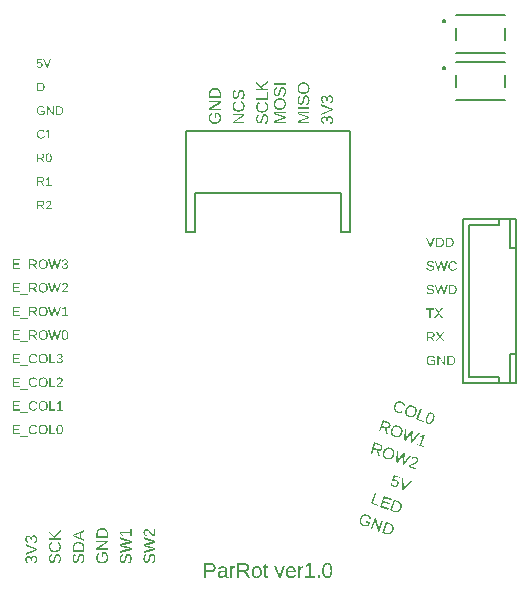
<source format=gto>
G04 EAGLE Gerber RS-274X export*
G75*
%MOMM*%
%FSLAX34Y34*%
%LPD*%
%INSilkscreen Top*%
%IPPOS*%
%AMOC8*
5,1,8,0,0,1.08239X$1,22.5*%
G01*
G04 Define Apertures*
%ADD10C,0.152400*%
%ADD11C,0.127000*%
%ADD12C,0.200000*%
G36*
X10100Y200517D02*
X9525Y200537D01*
X8981Y200598D01*
X8470Y200699D01*
X7991Y200841D01*
X7545Y201023D01*
X7131Y201246D01*
X6749Y201509D01*
X6399Y201813D01*
X6086Y202152D01*
X5815Y202524D01*
X5586Y202927D01*
X5398Y203362D01*
X5252Y203829D01*
X5148Y204327D01*
X5085Y204858D01*
X5065Y205420D01*
X5074Y205790D01*
X5102Y206147D01*
X5149Y206493D01*
X5214Y206826D01*
X5299Y207146D01*
X5401Y207454D01*
X5523Y207749D01*
X5663Y208032D01*
X5822Y208300D01*
X5997Y208553D01*
X6189Y208789D01*
X6398Y209008D01*
X6624Y209211D01*
X6867Y209398D01*
X7127Y209569D01*
X7404Y209723D01*
X7696Y209860D01*
X8001Y209979D01*
X8318Y210080D01*
X8649Y210162D01*
X8992Y210226D01*
X9349Y210272D01*
X9718Y210299D01*
X10100Y210308D01*
X10481Y210299D01*
X10850Y210271D01*
X11207Y210225D01*
X11552Y210160D01*
X11885Y210077D01*
X12205Y209975D01*
X12514Y209855D01*
X12811Y209716D01*
X13093Y209560D01*
X13358Y209388D01*
X13607Y209200D01*
X13839Y208996D01*
X14053Y208775D01*
X14251Y208539D01*
X14433Y208287D01*
X14597Y208018D01*
X14743Y207735D01*
X14869Y207440D01*
X14977Y207132D01*
X15064Y206812D01*
X15132Y206479D01*
X15181Y206133D01*
X15210Y205776D01*
X15220Y205406D01*
X15210Y205032D01*
X15182Y204672D01*
X15133Y204324D01*
X15066Y203990D01*
X14979Y203669D01*
X14873Y203360D01*
X14748Y203065D01*
X14604Y202783D01*
X14441Y202515D01*
X14261Y202264D01*
X14064Y202029D01*
X13850Y201810D01*
X13619Y201608D01*
X13370Y201421D01*
X13104Y201252D01*
X12821Y201098D01*
X12524Y200962D01*
X12214Y200844D01*
X11892Y200744D01*
X11558Y200662D01*
X11212Y200599D01*
X10853Y200553D01*
X10483Y200526D01*
X10100Y200517D01*
G37*
%LPC*%
G36*
X10100Y201876D02*
X10552Y201890D01*
X10980Y201934D01*
X11384Y202007D01*
X11765Y202109D01*
X12121Y202241D01*
X12453Y202402D01*
X12761Y202591D01*
X13045Y202811D01*
X13301Y203056D01*
X13522Y203323D01*
X13709Y203614D01*
X13862Y203927D01*
X13981Y204263D01*
X14066Y204621D01*
X14118Y205002D01*
X14135Y205406D01*
X14118Y205820D01*
X14069Y206210D01*
X13986Y206575D01*
X13871Y206916D01*
X13723Y207231D01*
X13542Y207522D01*
X13327Y207788D01*
X13080Y208028D01*
X12803Y208243D01*
X12499Y208428D01*
X12167Y208585D01*
X11808Y208714D01*
X11422Y208814D01*
X11009Y208885D01*
X10568Y208928D01*
X10100Y208942D01*
X9652Y208928D01*
X9229Y208885D01*
X8830Y208813D01*
X8456Y208712D01*
X8107Y208583D01*
X7783Y208424D01*
X7483Y208237D01*
X7208Y208021D01*
X6962Y207779D01*
X6748Y207513D01*
X6568Y207224D01*
X6420Y206910D01*
X6305Y206573D01*
X6223Y206212D01*
X6174Y205828D01*
X6157Y205420D01*
X6173Y205008D01*
X6222Y204620D01*
X6303Y204257D01*
X6416Y203917D01*
X6562Y203602D01*
X6740Y203311D01*
X6951Y203043D01*
X7194Y202800D01*
X7466Y202583D01*
X7764Y202396D01*
X8088Y202237D01*
X8439Y202107D01*
X8815Y202006D01*
X9217Y201933D01*
X9646Y201890D01*
X10100Y201876D01*
G37*
%LPD*%
G36*
X15080Y189077D02*
X5212Y189077D01*
X5212Y190835D01*
X12054Y193461D01*
X12940Y193731D01*
X13623Y193902D01*
X13270Y193989D01*
X12772Y194137D01*
X12054Y194379D01*
X5212Y196956D01*
X5212Y198672D01*
X15080Y198672D01*
X15080Y197467D01*
X8496Y197467D01*
X7425Y197483D01*
X6395Y197530D01*
X7512Y197205D01*
X8356Y196914D01*
X15080Y194364D01*
X15080Y193426D01*
X8356Y190842D01*
X7166Y190449D01*
X6395Y190218D01*
X7173Y190239D01*
X8496Y190267D01*
X15080Y190267D01*
X15080Y189077D01*
G37*
G36*
X12713Y211645D02*
X12454Y212941D01*
X12669Y213005D01*
X12869Y213084D01*
X13054Y213180D01*
X13225Y213291D01*
X13381Y213418D01*
X13522Y213561D01*
X13648Y213719D01*
X13760Y213893D01*
X13857Y214084D01*
X13942Y214290D01*
X14014Y214513D01*
X14072Y214753D01*
X14118Y215009D01*
X14150Y215281D01*
X14170Y215570D01*
X14177Y215875D01*
X14170Y216190D01*
X14149Y216486D01*
X14114Y216764D01*
X14065Y217023D01*
X14003Y217264D01*
X13926Y217486D01*
X13836Y217690D01*
X13732Y217875D01*
X13614Y218040D01*
X13483Y218183D01*
X13340Y218304D01*
X13183Y218403D01*
X13013Y218480D01*
X12830Y218535D01*
X12634Y218568D01*
X12426Y218579D01*
X12195Y218565D01*
X11988Y218524D01*
X11803Y218455D01*
X11641Y218358D01*
X11497Y218237D01*
X11366Y218093D01*
X11249Y217927D01*
X11144Y217738D01*
X10964Y217301D01*
X10815Y216786D01*
X10528Y215560D01*
X10398Y215011D01*
X10268Y214532D01*
X10139Y214123D01*
X10009Y213785D01*
X9876Y213498D01*
X9735Y213243D01*
X9587Y213020D01*
X9431Y212829D01*
X9265Y212664D01*
X9086Y212520D01*
X8892Y212396D01*
X8686Y212293D01*
X8464Y212212D01*
X8227Y212154D01*
X7974Y212119D01*
X7705Y212107D01*
X7397Y212123D01*
X7108Y212168D01*
X6836Y212244D01*
X6583Y212350D01*
X6348Y212486D01*
X6131Y212653D01*
X5932Y212850D01*
X5751Y213077D01*
X5590Y213333D01*
X5451Y213615D01*
X5333Y213923D01*
X5236Y214257D01*
X5161Y214617D01*
X5108Y215003D01*
X5075Y215416D01*
X5065Y215854D01*
X5073Y216262D01*
X5097Y216645D01*
X5137Y217004D01*
X5193Y217337D01*
X5266Y217646D01*
X5354Y217931D01*
X5459Y218190D01*
X5579Y218425D01*
X5719Y218639D01*
X5882Y218836D01*
X6067Y219017D01*
X6275Y219181D01*
X6506Y219329D01*
X6759Y219460D01*
X7035Y219574D01*
X7334Y219671D01*
X7565Y218355D01*
X7376Y218294D01*
X7200Y218222D01*
X7037Y218137D01*
X6888Y218040D01*
X6753Y217930D01*
X6631Y217808D01*
X6522Y217674D01*
X6427Y217528D01*
X6344Y217369D01*
X6272Y217194D01*
X6211Y217005D01*
X6162Y216802D01*
X6095Y216350D01*
X6073Y215840D01*
X6079Y215553D01*
X6098Y215284D01*
X6128Y215031D01*
X6171Y214797D01*
X6226Y214580D01*
X6294Y214380D01*
X6373Y214198D01*
X6465Y214033D01*
X6569Y213887D01*
X6686Y213761D01*
X6814Y213654D01*
X6954Y213566D01*
X7106Y213498D01*
X7270Y213449D01*
X7447Y213420D01*
X7635Y213410D01*
X7853Y213425D01*
X8051Y213470D01*
X8229Y213546D01*
X8388Y213652D01*
X8531Y213786D01*
X8663Y213947D01*
X8783Y214134D01*
X8892Y214349D01*
X9001Y214633D01*
X9122Y215030D01*
X9255Y215540D01*
X9400Y216163D01*
X9614Y217070D01*
X9733Y217512D01*
X9873Y217935D01*
X10036Y218335D01*
X10226Y218708D01*
X10452Y219045D01*
X10724Y219335D01*
X10877Y219461D01*
X11044Y219573D01*
X11224Y219669D01*
X11417Y219752D01*
X11625Y219818D01*
X11851Y219865D01*
X12095Y219893D01*
X12356Y219903D01*
X12687Y219886D01*
X13000Y219836D01*
X13293Y219752D01*
X13567Y219636D01*
X13822Y219485D01*
X14057Y219302D01*
X14274Y219085D01*
X14471Y218834D01*
X14646Y218554D01*
X14799Y218246D01*
X14927Y217911D01*
X15033Y217548D01*
X15115Y217159D01*
X15173Y216742D01*
X15208Y216298D01*
X15220Y215826D01*
X15210Y215387D01*
X15181Y214972D01*
X15132Y214580D01*
X15063Y214212D01*
X14975Y213868D01*
X14868Y213548D01*
X14740Y213251D01*
X14593Y212978D01*
X14427Y212728D01*
X14241Y212502D01*
X14035Y212300D01*
X13810Y212122D01*
X13565Y211967D01*
X13300Y211836D01*
X13016Y211729D01*
X12713Y211645D01*
G37*
G36*
X15080Y221880D02*
X5212Y221880D01*
X5212Y223218D01*
X15080Y223218D01*
X15080Y221880D01*
G37*
G36*
X30100Y214079D02*
X29525Y214100D01*
X28981Y214160D01*
X28470Y214262D01*
X27991Y214403D01*
X27545Y214585D01*
X27131Y214808D01*
X26749Y215071D01*
X26399Y215375D01*
X26086Y215715D01*
X25815Y216086D01*
X25586Y216490D01*
X25398Y216925D01*
X25252Y217391D01*
X25148Y217890D01*
X25085Y218420D01*
X25065Y218982D01*
X25074Y219352D01*
X25102Y219710D01*
X25149Y220055D01*
X25214Y220388D01*
X25299Y220708D01*
X25401Y221016D01*
X25523Y221312D01*
X25663Y221594D01*
X25822Y221863D01*
X25997Y222115D01*
X26189Y222351D01*
X26398Y222571D01*
X26624Y222774D01*
X26867Y222961D01*
X27127Y223131D01*
X27404Y223286D01*
X27696Y223423D01*
X28001Y223542D01*
X28318Y223642D01*
X28649Y223724D01*
X28992Y223788D01*
X29349Y223834D01*
X29718Y223862D01*
X30100Y223871D01*
X30481Y223861D01*
X30850Y223834D01*
X31207Y223787D01*
X31552Y223723D01*
X31885Y223639D01*
X32205Y223538D01*
X32514Y223418D01*
X32811Y223279D01*
X33093Y223123D01*
X33358Y222951D01*
X33607Y222763D01*
X33839Y222558D01*
X34053Y222338D01*
X34251Y222102D01*
X34433Y221849D01*
X34597Y221580D01*
X34743Y221298D01*
X34869Y221002D01*
X34977Y220694D01*
X35064Y220374D01*
X35132Y220041D01*
X35181Y219696D01*
X35210Y219338D01*
X35220Y218968D01*
X35210Y218595D01*
X35182Y218234D01*
X35133Y217887D01*
X35066Y217552D01*
X34979Y217231D01*
X34873Y216923D01*
X34748Y216627D01*
X34604Y216345D01*
X34441Y216077D01*
X34261Y215826D01*
X34064Y215591D01*
X33850Y215372D01*
X33619Y215170D01*
X33370Y214984D01*
X33104Y214814D01*
X32821Y214661D01*
X32524Y214524D01*
X32214Y214406D01*
X31892Y214306D01*
X31558Y214225D01*
X31212Y214161D01*
X30853Y214116D01*
X30483Y214088D01*
X30100Y214079D01*
G37*
%LPC*%
G36*
X30100Y215438D02*
X30552Y215453D01*
X30980Y215497D01*
X31384Y215570D01*
X31765Y215672D01*
X32121Y215803D01*
X32453Y215964D01*
X32761Y216154D01*
X33045Y216373D01*
X33301Y216618D01*
X33522Y216886D01*
X33709Y217176D01*
X33862Y217489D01*
X33981Y217825D01*
X34066Y218183D01*
X34118Y218564D01*
X34135Y218968D01*
X34118Y219383D01*
X34069Y219773D01*
X33986Y220138D01*
X33871Y220478D01*
X33723Y220794D01*
X33542Y221084D01*
X33327Y221350D01*
X33080Y221591D01*
X32803Y221805D01*
X32499Y221991D01*
X32167Y222148D01*
X31808Y222276D01*
X31422Y222376D01*
X31009Y222448D01*
X30568Y222491D01*
X30100Y222505D01*
X29652Y222491D01*
X29229Y222447D01*
X28830Y222375D01*
X28456Y222275D01*
X28107Y222145D01*
X27783Y221987D01*
X27483Y221800D01*
X27208Y221584D01*
X26962Y221342D01*
X26748Y221076D01*
X26568Y220786D01*
X26420Y220473D01*
X26305Y220136D01*
X26223Y219775D01*
X26174Y219390D01*
X26157Y218982D01*
X26173Y218570D01*
X26222Y218183D01*
X26303Y217819D01*
X26416Y217480D01*
X26562Y217164D01*
X26740Y216873D01*
X26951Y216606D01*
X27194Y216363D01*
X27466Y216146D01*
X27764Y215958D01*
X28088Y215799D01*
X28439Y215669D01*
X28815Y215568D01*
X29217Y215496D01*
X29646Y215453D01*
X30100Y215438D01*
G37*
%LPD*%
G36*
X35080Y189077D02*
X25212Y189077D01*
X25212Y190835D01*
X32054Y193461D01*
X32940Y193731D01*
X33623Y193902D01*
X33270Y193989D01*
X32772Y194137D01*
X32054Y194379D01*
X25212Y196956D01*
X25212Y198672D01*
X35080Y198672D01*
X35080Y197467D01*
X28496Y197467D01*
X27425Y197483D01*
X26395Y197530D01*
X27512Y197205D01*
X28356Y196914D01*
X35080Y194364D01*
X35080Y193426D01*
X28356Y190842D01*
X27166Y190449D01*
X26395Y190218D01*
X27173Y190239D01*
X28496Y190267D01*
X35080Y190267D01*
X35080Y189077D01*
G37*
G36*
X32713Y204489D02*
X32454Y205785D01*
X32669Y205848D01*
X32869Y205928D01*
X33054Y206024D01*
X33225Y206135D01*
X33381Y206262D01*
X33522Y206404D01*
X33648Y206563D01*
X33760Y206737D01*
X33857Y206927D01*
X33942Y207134D01*
X34014Y207357D01*
X34072Y207597D01*
X34118Y207853D01*
X34150Y208125D01*
X34170Y208414D01*
X34177Y208719D01*
X34170Y209034D01*
X34149Y209330D01*
X34114Y209608D01*
X34065Y209867D01*
X34003Y210108D01*
X33926Y210330D01*
X33836Y210534D01*
X33732Y210719D01*
X33614Y210884D01*
X33483Y211027D01*
X33340Y211148D01*
X33183Y211247D01*
X33013Y211324D01*
X32830Y211379D01*
X32634Y211412D01*
X32426Y211423D01*
X32195Y211409D01*
X31988Y211367D01*
X31803Y211298D01*
X31641Y211202D01*
X31497Y211081D01*
X31366Y210937D01*
X31249Y210771D01*
X31144Y210582D01*
X30964Y210144D01*
X30815Y209630D01*
X30528Y208404D01*
X30398Y207854D01*
X30268Y207375D01*
X30139Y206967D01*
X30009Y206629D01*
X29876Y206342D01*
X29735Y206087D01*
X29587Y205864D01*
X29431Y205672D01*
X29265Y205508D01*
X29086Y205363D01*
X28892Y205240D01*
X28686Y205137D01*
X28464Y205056D01*
X28227Y204998D01*
X27974Y204963D01*
X27705Y204951D01*
X27397Y204966D01*
X27108Y205012D01*
X26836Y205088D01*
X26583Y205194D01*
X26348Y205330D01*
X26131Y205497D01*
X25932Y205694D01*
X25751Y205921D01*
X25590Y206177D01*
X25451Y206458D01*
X25333Y206766D01*
X25236Y207100D01*
X25161Y207461D01*
X25108Y207847D01*
X25075Y208259D01*
X25065Y208698D01*
X25073Y209106D01*
X25097Y209489D01*
X25137Y209848D01*
X25193Y210181D01*
X25266Y210490D01*
X25354Y210774D01*
X25459Y211034D01*
X25579Y211269D01*
X25719Y211483D01*
X25882Y211680D01*
X26067Y211861D01*
X26275Y212025D01*
X26506Y212172D01*
X26759Y212303D01*
X27035Y212418D01*
X27334Y212515D01*
X27565Y211198D01*
X27376Y211138D01*
X27200Y211065D01*
X27037Y210980D01*
X26888Y210883D01*
X26753Y210774D01*
X26631Y210652D01*
X26522Y210518D01*
X26427Y210372D01*
X26344Y210212D01*
X26272Y210038D01*
X26211Y209849D01*
X26162Y209645D01*
X26095Y209194D01*
X26073Y208684D01*
X26079Y208397D01*
X26098Y208127D01*
X26128Y207875D01*
X26171Y207641D01*
X26226Y207423D01*
X26294Y207224D01*
X26373Y207042D01*
X26465Y206877D01*
X26569Y206731D01*
X26686Y206604D01*
X26814Y206497D01*
X26954Y206410D01*
X27106Y206341D01*
X27270Y206293D01*
X27447Y206264D01*
X27635Y206254D01*
X27853Y206269D01*
X28051Y206314D01*
X28229Y206390D01*
X28388Y206495D01*
X28531Y206630D01*
X28663Y206790D01*
X28783Y206978D01*
X28892Y207192D01*
X29001Y207476D01*
X29122Y207873D01*
X29255Y208383D01*
X29400Y209006D01*
X29614Y209913D01*
X29733Y210355D01*
X29873Y210778D01*
X30036Y211178D01*
X30226Y211552D01*
X30452Y211889D01*
X30724Y212179D01*
X30877Y212305D01*
X31044Y212416D01*
X31224Y212513D01*
X31417Y212596D01*
X31625Y212662D01*
X31851Y212709D01*
X32095Y212737D01*
X32356Y212746D01*
X32687Y212730D01*
X33000Y212680D01*
X33293Y212596D01*
X33567Y212479D01*
X33822Y212329D01*
X34057Y212146D01*
X34274Y211929D01*
X34471Y211678D01*
X34646Y211398D01*
X34799Y211090D01*
X34927Y210755D01*
X35033Y210392D01*
X35115Y210003D01*
X35173Y209586D01*
X35208Y209141D01*
X35220Y208670D01*
X35210Y208231D01*
X35181Y207816D01*
X35132Y207424D01*
X35063Y207056D01*
X34975Y206712D01*
X34868Y206391D01*
X34740Y206094D01*
X34593Y205821D01*
X34427Y205572D01*
X34241Y205346D01*
X34035Y205144D01*
X33810Y204966D01*
X33565Y204811D01*
X33300Y204680D01*
X33016Y204572D01*
X32713Y204489D01*
G37*
G36*
X35080Y201161D02*
X25212Y201161D01*
X25212Y202499D01*
X35080Y202499D01*
X35080Y201161D01*
G37*
G36*
X102454Y-95479D02*
X102133Y-95475D01*
X101808Y-95448D01*
X101477Y-95399D01*
X101141Y-95328D01*
X100800Y-95234D01*
X100454Y-95119D01*
X100112Y-94984D01*
X99788Y-94836D01*
X99483Y-94674D01*
X99196Y-94499D01*
X98928Y-94311D01*
X98678Y-94109D01*
X98447Y-93894D01*
X98234Y-93665D01*
X98042Y-93424D01*
X97870Y-93173D01*
X97718Y-92912D01*
X97588Y-92640D01*
X97479Y-92358D01*
X97390Y-92065D01*
X97323Y-91762D01*
X97276Y-91448D01*
X97250Y-91127D01*
X97245Y-90801D01*
X97261Y-90469D01*
X97298Y-90132D01*
X97356Y-89791D01*
X97435Y-89444D01*
X97534Y-89092D01*
X97655Y-88735D01*
X97867Y-88209D01*
X98106Y-87726D01*
X98372Y-87287D01*
X98665Y-86892D01*
X98984Y-86540D01*
X99329Y-86232D01*
X99701Y-85967D01*
X100100Y-85746D01*
X100520Y-85571D01*
X100955Y-85445D01*
X101405Y-85369D01*
X101871Y-85342D01*
X102352Y-85364D01*
X102849Y-85435D01*
X103360Y-85556D01*
X103887Y-85726D01*
X104227Y-85859D01*
X104548Y-86006D01*
X104852Y-86165D01*
X105138Y-86338D01*
X105406Y-86524D01*
X105656Y-86723D01*
X105889Y-86935D01*
X106103Y-87160D01*
X106298Y-87397D01*
X106473Y-87644D01*
X106626Y-87901D01*
X106759Y-88168D01*
X106871Y-88446D01*
X106962Y-88734D01*
X107033Y-89032D01*
X107082Y-89340D01*
X107111Y-89656D01*
X107118Y-89978D01*
X107104Y-90306D01*
X107069Y-90640D01*
X107012Y-90979D01*
X106934Y-91325D01*
X106835Y-91676D01*
X106715Y-92032D01*
X106578Y-92382D01*
X106428Y-92714D01*
X106265Y-93028D01*
X106089Y-93326D01*
X105900Y-93606D01*
X105698Y-93868D01*
X105483Y-94113D01*
X105254Y-94341D01*
X105015Y-94550D01*
X104766Y-94737D01*
X104509Y-94904D01*
X104242Y-95050D01*
X103965Y-95174D01*
X103680Y-95278D01*
X103385Y-95360D01*
X103081Y-95422D01*
X102770Y-95462D01*
X102454Y-95479D01*
G37*
%LPC*%
G36*
X102306Y-94379D02*
X102648Y-94348D01*
X102978Y-94278D01*
X103296Y-94170D01*
X103602Y-94022D01*
X103893Y-93838D01*
X104168Y-93619D01*
X104425Y-93365D01*
X104665Y-93076D01*
X104887Y-92752D01*
X105092Y-92394D01*
X105280Y-92001D01*
X105451Y-91572D01*
X105589Y-91153D01*
X105692Y-90746D01*
X105759Y-90353D01*
X105792Y-89973D01*
X105790Y-89607D01*
X105752Y-89253D01*
X105680Y-88913D01*
X105573Y-88585D01*
X105432Y-88276D01*
X105258Y-87989D01*
X105051Y-87724D01*
X104811Y-87482D01*
X104537Y-87262D01*
X104231Y-87065D01*
X103892Y-86890D01*
X103519Y-86737D01*
X103133Y-86613D01*
X102758Y-86528D01*
X102394Y-86480D01*
X102042Y-86471D01*
X101701Y-86499D01*
X101371Y-86566D01*
X101053Y-86671D01*
X100746Y-86814D01*
X100454Y-86993D01*
X100180Y-87206D01*
X99924Y-87452D01*
X99685Y-87732D01*
X99465Y-88047D01*
X99263Y-88395D01*
X99078Y-88777D01*
X98912Y-89192D01*
X98773Y-89615D01*
X98670Y-90026D01*
X98601Y-90425D01*
X98568Y-90811D01*
X98569Y-91185D01*
X98606Y-91546D01*
X98678Y-91896D01*
X98785Y-92232D01*
X98926Y-92551D01*
X99099Y-92846D01*
X99305Y-93117D01*
X99543Y-93364D01*
X99814Y-93587D01*
X100116Y-93787D01*
X100452Y-93962D01*
X100820Y-94114D01*
X101209Y-94239D01*
X101587Y-94324D01*
X101952Y-94371D01*
X102306Y-94379D01*
G37*
%LPD*%
G36*
X121304Y-59773D02*
X120983Y-59768D01*
X120657Y-59741D01*
X120326Y-59692D01*
X119990Y-59621D01*
X119649Y-59528D01*
X119303Y-59412D01*
X118961Y-59277D01*
X118637Y-59129D01*
X118332Y-58968D01*
X118045Y-58793D01*
X117777Y-58604D01*
X117527Y-58402D01*
X117296Y-58187D01*
X117084Y-57958D01*
X116891Y-57718D01*
X116719Y-57467D01*
X116568Y-57205D01*
X116437Y-56933D01*
X116328Y-56651D01*
X116240Y-56358D01*
X116172Y-56055D01*
X116125Y-55742D01*
X116099Y-55420D01*
X116094Y-55094D01*
X116110Y-54762D01*
X116147Y-54426D01*
X116205Y-54084D01*
X116284Y-53737D01*
X116383Y-53385D01*
X116504Y-53028D01*
X116716Y-52502D01*
X116956Y-52020D01*
X117221Y-51581D01*
X117514Y-51185D01*
X117833Y-50834D01*
X118178Y-50525D01*
X118551Y-50260D01*
X118949Y-50039D01*
X119369Y-49864D01*
X119804Y-49739D01*
X120255Y-49662D01*
X120720Y-49635D01*
X121201Y-49657D01*
X121698Y-49729D01*
X122209Y-49849D01*
X122736Y-50019D01*
X123076Y-50153D01*
X123397Y-50299D01*
X123701Y-50459D01*
X123987Y-50631D01*
X124255Y-50817D01*
X124505Y-51016D01*
X124738Y-51228D01*
X124952Y-51453D01*
X125147Y-51690D01*
X125322Y-51937D01*
X125475Y-52194D01*
X125608Y-52462D01*
X125720Y-52739D01*
X125811Y-53027D01*
X125882Y-53325D01*
X125931Y-53634D01*
X125960Y-53950D01*
X125967Y-54272D01*
X125953Y-54600D01*
X125918Y-54933D01*
X125861Y-55273D01*
X125783Y-55618D01*
X125684Y-55969D01*
X125564Y-56326D01*
X125427Y-56675D01*
X125277Y-57007D01*
X125114Y-57322D01*
X124938Y-57619D01*
X124749Y-57899D01*
X124547Y-58162D01*
X124332Y-58407D01*
X124104Y-58635D01*
X123864Y-58843D01*
X123616Y-59031D01*
X123358Y-59197D01*
X123091Y-59343D01*
X122814Y-59468D01*
X122529Y-59571D01*
X122234Y-59654D01*
X121930Y-59715D01*
X121619Y-59755D01*
X121304Y-59773D01*
G37*
%LPC*%
G36*
X121155Y-58672D02*
X121497Y-58641D01*
X121827Y-58572D01*
X122145Y-58463D01*
X122451Y-58316D01*
X122742Y-58131D01*
X123017Y-57912D01*
X123274Y-57658D01*
X123514Y-57369D01*
X123736Y-57046D01*
X123941Y-56687D01*
X124130Y-56294D01*
X124300Y-55866D01*
X124438Y-55446D01*
X124541Y-55040D01*
X124608Y-54647D01*
X124641Y-54267D01*
X124639Y-53900D01*
X124602Y-53546D01*
X124529Y-53206D01*
X124422Y-52879D01*
X124281Y-52569D01*
X124107Y-52282D01*
X123900Y-52018D01*
X123660Y-51776D01*
X123386Y-51556D01*
X123080Y-51358D01*
X122741Y-51183D01*
X122368Y-51030D01*
X121982Y-50907D01*
X121607Y-50821D01*
X121243Y-50774D01*
X120891Y-50764D01*
X120550Y-50793D01*
X120220Y-50860D01*
X119902Y-50964D01*
X119595Y-51107D01*
X119303Y-51286D01*
X119029Y-51499D01*
X118773Y-51745D01*
X118535Y-52026D01*
X118314Y-52340D01*
X118112Y-52688D01*
X117927Y-53070D01*
X117761Y-53486D01*
X117622Y-53909D01*
X117519Y-54320D01*
X117450Y-54718D01*
X117417Y-55104D01*
X117418Y-55478D01*
X117455Y-55840D01*
X117527Y-56189D01*
X117634Y-56526D01*
X117775Y-56845D01*
X117948Y-57139D01*
X118154Y-57410D01*
X118392Y-57658D01*
X118663Y-57881D01*
X118966Y-58080D01*
X119301Y-58256D01*
X119669Y-58408D01*
X120058Y-58532D01*
X120436Y-58618D01*
X120801Y-58664D01*
X121155Y-58672D01*
G37*
%LPD*%
G36*
X109295Y-76686D02*
X108974Y-76681D01*
X108648Y-76654D01*
X108317Y-76605D01*
X107981Y-76534D01*
X107640Y-76441D01*
X107294Y-76325D01*
X106952Y-76190D01*
X106628Y-76042D01*
X106323Y-75880D01*
X106036Y-75705D01*
X105768Y-75517D01*
X105518Y-75315D01*
X105287Y-75100D01*
X105075Y-74871D01*
X104882Y-74630D01*
X104710Y-74379D01*
X104559Y-74118D01*
X104429Y-73846D01*
X104319Y-73564D01*
X104231Y-73271D01*
X104163Y-72968D01*
X104116Y-72654D01*
X104091Y-72333D01*
X104086Y-72007D01*
X104102Y-71675D01*
X104138Y-71339D01*
X104196Y-70997D01*
X104275Y-70650D01*
X104375Y-70298D01*
X104495Y-69941D01*
X104708Y-69415D01*
X104947Y-68932D01*
X105213Y-68494D01*
X105505Y-68098D01*
X105824Y-67746D01*
X106170Y-67438D01*
X106542Y-67173D01*
X106941Y-66952D01*
X107360Y-66777D01*
X107795Y-66651D01*
X108246Y-66575D01*
X108712Y-66548D01*
X109193Y-66570D01*
X109689Y-66641D01*
X110201Y-66762D01*
X110728Y-66932D01*
X111067Y-67065D01*
X111389Y-67212D01*
X111692Y-67371D01*
X111978Y-67544D01*
X112246Y-67730D01*
X112497Y-67929D01*
X112729Y-68141D01*
X112943Y-68366D01*
X113139Y-68603D01*
X113313Y-68850D01*
X113467Y-69107D01*
X113599Y-69375D01*
X113711Y-69652D01*
X113803Y-69940D01*
X113873Y-70238D01*
X113922Y-70546D01*
X113951Y-70863D01*
X113958Y-71185D01*
X113944Y-71512D01*
X113909Y-71846D01*
X113853Y-72185D01*
X113775Y-72531D01*
X113676Y-72882D01*
X113555Y-73238D01*
X113419Y-73588D01*
X113269Y-73920D01*
X113106Y-74235D01*
X112930Y-74532D01*
X112741Y-74812D01*
X112538Y-75074D01*
X112323Y-75319D01*
X112095Y-75547D01*
X111855Y-75756D01*
X111607Y-75944D01*
X111349Y-76110D01*
X111082Y-76256D01*
X110806Y-76380D01*
X110520Y-76484D01*
X110226Y-76566D01*
X109922Y-76628D01*
X109611Y-76668D01*
X109295Y-76686D01*
G37*
%LPC*%
G36*
X109146Y-75585D02*
X109488Y-75554D01*
X109818Y-75484D01*
X110136Y-75376D01*
X110442Y-75228D01*
X110734Y-75044D01*
X111008Y-74825D01*
X111265Y-74571D01*
X111505Y-74282D01*
X111727Y-73958D01*
X111933Y-73600D01*
X112121Y-73207D01*
X112292Y-72778D01*
X112429Y-72359D01*
X112532Y-71953D01*
X112600Y-71559D01*
X112632Y-71180D01*
X112630Y-70813D01*
X112593Y-70459D01*
X112521Y-70119D01*
X112414Y-69792D01*
X112272Y-69482D01*
X112098Y-69195D01*
X111891Y-68931D01*
X111651Y-68688D01*
X111378Y-68468D01*
X111071Y-68271D01*
X110732Y-68096D01*
X110360Y-67943D01*
X109973Y-67819D01*
X109598Y-67734D01*
X109235Y-67686D01*
X108882Y-67677D01*
X108541Y-67706D01*
X108212Y-67772D01*
X107894Y-67877D01*
X107587Y-68020D01*
X107295Y-68199D01*
X107020Y-68412D01*
X106764Y-68658D01*
X106526Y-68939D01*
X106305Y-69253D01*
X106103Y-69601D01*
X105919Y-69983D01*
X105752Y-70398D01*
X105614Y-70822D01*
X105510Y-71232D01*
X105441Y-71631D01*
X105408Y-72017D01*
X105410Y-72391D01*
X105447Y-72753D01*
X105519Y-73102D01*
X105626Y-73439D01*
X105766Y-73757D01*
X105940Y-74052D01*
X106145Y-74323D01*
X106383Y-74570D01*
X106654Y-74794D01*
X106957Y-74993D01*
X107292Y-75169D01*
X107660Y-75320D01*
X108049Y-75445D01*
X108427Y-75530D01*
X108793Y-75577D01*
X109146Y-75585D01*
G37*
%LPD*%
G36*
X101929Y-159000D02*
X101616Y-158996D01*
X101301Y-158971D01*
X100982Y-158925D01*
X100660Y-158857D01*
X100334Y-158769D01*
X100005Y-158659D01*
X96590Y-157416D01*
X99913Y-148284D01*
X102933Y-149384D01*
X103490Y-149607D01*
X104001Y-149854D01*
X104465Y-150126D01*
X104883Y-150422D01*
X105254Y-150743D01*
X105580Y-151088D01*
X105858Y-151457D01*
X106091Y-151850D01*
X106275Y-152264D01*
X106408Y-152694D01*
X106491Y-153140D01*
X106523Y-153603D01*
X106505Y-154082D01*
X106436Y-154578D01*
X106317Y-155089D01*
X106147Y-155618D01*
X106012Y-155962D01*
X105864Y-156289D01*
X105702Y-156599D01*
X105527Y-156892D01*
X105339Y-157167D01*
X105138Y-157425D01*
X104924Y-157666D01*
X104696Y-157890D01*
X104458Y-158094D01*
X104211Y-158278D01*
X103955Y-158441D01*
X103690Y-158583D01*
X103416Y-158704D01*
X103134Y-158805D01*
X102843Y-158885D01*
X102543Y-158945D01*
X102238Y-158983D01*
X101929Y-159000D01*
G37*
%LPC*%
G36*
X101684Y-157867D02*
X101918Y-157850D01*
X102150Y-157818D01*
X102377Y-157769D01*
X102598Y-157704D01*
X102812Y-157622D01*
X103019Y-157525D01*
X103220Y-157411D01*
X103414Y-157281D01*
X103601Y-157135D01*
X103782Y-156973D01*
X103955Y-156796D01*
X104118Y-156605D01*
X104273Y-156400D01*
X104417Y-156181D01*
X104553Y-155948D01*
X104679Y-155701D01*
X104795Y-155440D01*
X104903Y-155165D01*
X105038Y-154747D01*
X105135Y-154345D01*
X105194Y-153957D01*
X105215Y-153584D01*
X105197Y-153225D01*
X105141Y-152881D01*
X105047Y-152552D01*
X104915Y-152237D01*
X104746Y-151939D01*
X104540Y-151659D01*
X104298Y-151397D01*
X104020Y-151154D01*
X103706Y-150930D01*
X103356Y-150723D01*
X102969Y-150535D01*
X102547Y-150366D01*
X100790Y-149726D01*
X98188Y-156875D01*
X100223Y-157616D01*
X100473Y-157699D01*
X100721Y-157765D01*
X100965Y-157816D01*
X101207Y-157849D01*
X101447Y-157866D01*
X101684Y-157867D01*
G37*
%LPD*%
G36*
X108769Y-140206D02*
X108457Y-140202D01*
X108141Y-140177D01*
X107822Y-140131D01*
X107500Y-140064D01*
X107174Y-139975D01*
X106845Y-139865D01*
X103430Y-138622D01*
X106754Y-129490D01*
X109774Y-130590D01*
X110331Y-130813D01*
X110841Y-131061D01*
X111305Y-131332D01*
X111723Y-131629D01*
X112095Y-131949D01*
X112420Y-132294D01*
X112699Y-132663D01*
X112931Y-133056D01*
X113115Y-133470D01*
X113249Y-133900D01*
X113332Y-134346D01*
X113364Y-134809D01*
X113346Y-135288D01*
X113277Y-135784D01*
X113157Y-136296D01*
X112988Y-136824D01*
X112852Y-137168D01*
X112704Y-137496D01*
X112542Y-137805D01*
X112368Y-138098D01*
X112180Y-138373D01*
X111979Y-138632D01*
X111764Y-138872D01*
X111537Y-139096D01*
X111298Y-139300D01*
X111051Y-139484D01*
X110795Y-139647D01*
X110530Y-139789D01*
X110257Y-139911D01*
X109975Y-140011D01*
X109684Y-140091D01*
X109384Y-140151D01*
X109078Y-140189D01*
X108769Y-140206D01*
G37*
%LPC*%
G36*
X108524Y-139073D02*
X108759Y-139057D01*
X108990Y-139024D01*
X109217Y-138975D01*
X109438Y-138910D01*
X109652Y-138829D01*
X109859Y-138731D01*
X110060Y-138617D01*
X110254Y-138488D01*
X110442Y-138342D01*
X110622Y-138179D01*
X110795Y-138002D01*
X110959Y-137811D01*
X111113Y-137606D01*
X111258Y-137387D01*
X111393Y-137154D01*
X111519Y-136907D01*
X111636Y-136646D01*
X111743Y-136371D01*
X111879Y-135954D01*
X111976Y-135551D01*
X112035Y-135163D01*
X112055Y-134790D01*
X112038Y-134431D01*
X111982Y-134087D01*
X111888Y-133758D01*
X111756Y-133443D01*
X111586Y-133145D01*
X111380Y-132865D01*
X111139Y-132604D01*
X110861Y-132360D01*
X110546Y-132136D01*
X110196Y-131929D01*
X109810Y-131741D01*
X109387Y-131572D01*
X107631Y-130933D01*
X105029Y-138081D01*
X107064Y-138822D01*
X107314Y-138905D01*
X107561Y-138972D01*
X107806Y-139022D01*
X108048Y-139055D01*
X108287Y-139072D01*
X108524Y-139073D01*
G37*
%LPD*%
G36*
X136668Y-65540D02*
X136300Y-65513D01*
X135921Y-65439D01*
X135533Y-65319D01*
X135158Y-65162D01*
X134822Y-64976D01*
X134523Y-64761D01*
X134263Y-64518D01*
X134041Y-64246D01*
X133857Y-63946D01*
X133711Y-63617D01*
X133604Y-63259D01*
X133534Y-62875D01*
X133501Y-62465D01*
X133505Y-62030D01*
X133547Y-61569D01*
X133626Y-61083D01*
X133742Y-60571D01*
X133896Y-60034D01*
X134087Y-59472D01*
X134306Y-58906D01*
X134536Y-58387D01*
X134777Y-57912D01*
X135028Y-57484D01*
X135289Y-57101D01*
X135562Y-56763D01*
X135844Y-56472D01*
X136138Y-56226D01*
X136444Y-56026D01*
X136764Y-55872D01*
X137099Y-55766D01*
X137449Y-55706D01*
X137813Y-55694D01*
X138191Y-55728D01*
X138585Y-55808D01*
X138992Y-55936D01*
X139376Y-56096D01*
X139719Y-56284D01*
X140023Y-56500D01*
X140286Y-56743D01*
X140510Y-57013D01*
X140694Y-57311D01*
X140838Y-57636D01*
X140942Y-57989D01*
X141008Y-58369D01*
X141036Y-58775D01*
X141028Y-59209D01*
X140983Y-59670D01*
X140900Y-60157D01*
X140781Y-60672D01*
X140625Y-61213D01*
X140432Y-61781D01*
X140217Y-62332D01*
X139989Y-62839D01*
X139749Y-63303D01*
X139496Y-63725D01*
X139229Y-64103D01*
X138950Y-64439D01*
X138658Y-64731D01*
X138353Y-64981D01*
X138037Y-65185D01*
X137710Y-65344D01*
X137373Y-65456D01*
X137025Y-65521D01*
X136668Y-65540D01*
G37*
%LPC*%
G36*
X136635Y-64495D02*
X136869Y-64466D01*
X137096Y-64402D01*
X137317Y-64303D01*
X137530Y-64169D01*
X137737Y-64001D01*
X137939Y-63796D01*
X138137Y-63555D01*
X138331Y-63278D01*
X138522Y-62965D01*
X138708Y-62615D01*
X138891Y-62230D01*
X139070Y-61808D01*
X139246Y-61349D01*
X139412Y-60870D01*
X139552Y-60419D01*
X139665Y-59997D01*
X139752Y-59603D01*
X139812Y-59239D01*
X139845Y-58903D01*
X139851Y-58596D01*
X139831Y-58318D01*
X139784Y-58065D01*
X139707Y-57833D01*
X139602Y-57622D01*
X139469Y-57432D01*
X139306Y-57263D01*
X139115Y-57115D01*
X138896Y-56988D01*
X138648Y-56882D01*
X138383Y-56801D01*
X138128Y-56755D01*
X137881Y-56743D01*
X137644Y-56764D01*
X137415Y-56821D01*
X137196Y-56911D01*
X136985Y-57036D01*
X136783Y-57194D01*
X136587Y-57391D01*
X136393Y-57628D01*
X136201Y-57905D01*
X136010Y-58223D01*
X135821Y-58582D01*
X135634Y-58981D01*
X135449Y-59421D01*
X135266Y-59901D01*
X135103Y-60373D01*
X134966Y-60819D01*
X134856Y-61237D01*
X134773Y-61628D01*
X134716Y-61992D01*
X134686Y-62328D01*
X134683Y-62637D01*
X134707Y-62920D01*
X134758Y-63177D01*
X134837Y-63413D01*
X134943Y-63627D01*
X135078Y-63820D01*
X135240Y-63990D01*
X135430Y-64139D01*
X135647Y-64266D01*
X135892Y-64371D01*
X136147Y-64448D01*
X136394Y-64489D01*
X136635Y-64495D01*
G37*
%LPD*%
G36*
X94745Y-92894D02*
X93320Y-92375D01*
X92327Y-87720D01*
X89482Y-86685D01*
X88102Y-90476D01*
X86864Y-90026D01*
X90188Y-80894D01*
X94485Y-82458D01*
X94856Y-82605D01*
X95197Y-82766D01*
X95508Y-82940D01*
X95789Y-83128D01*
X96040Y-83329D01*
X96262Y-83544D01*
X96454Y-83773D01*
X96616Y-84015D01*
X96746Y-84268D01*
X96845Y-84528D01*
X96911Y-84795D01*
X96945Y-85070D01*
X96946Y-85352D01*
X96915Y-85641D01*
X96851Y-85938D01*
X96755Y-86242D01*
X96655Y-86488D01*
X96541Y-86717D01*
X96411Y-86929D01*
X96266Y-87125D01*
X96107Y-87303D01*
X95933Y-87465D01*
X95744Y-87609D01*
X95540Y-87737D01*
X95324Y-87846D01*
X95100Y-87934D01*
X94869Y-88000D01*
X94769Y-88019D01*
X94628Y-88046D01*
X94380Y-88070D01*
X94123Y-88074D01*
X93858Y-88056D01*
X93585Y-88017D01*
X94079Y-90093D01*
X94745Y-92894D01*
G37*
%LPC*%
G36*
X93941Y-86997D02*
X94138Y-86980D01*
X94326Y-86943D01*
X94506Y-86888D01*
X94675Y-86813D01*
X94831Y-86721D01*
X94975Y-86612D01*
X95106Y-86485D01*
X95225Y-86341D01*
X95332Y-86179D01*
X95425Y-85999D01*
X95506Y-85802D01*
X95568Y-85606D01*
X95609Y-85415D01*
X95629Y-85230D01*
X95627Y-85051D01*
X95604Y-84877D01*
X95560Y-84709D01*
X95494Y-84547D01*
X95408Y-84390D01*
X95300Y-84240D01*
X95174Y-84098D01*
X95027Y-83963D01*
X94861Y-83836D01*
X94676Y-83717D01*
X94470Y-83605D01*
X94246Y-83501D01*
X94001Y-83405D01*
X91065Y-82336D01*
X89838Y-85706D01*
X92826Y-86794D01*
X93067Y-86873D01*
X93298Y-86933D01*
X93521Y-86974D01*
X93735Y-86995D01*
X93941Y-86997D01*
G37*
%LPD*%
G36*
X101586Y-74100D02*
X100160Y-73581D01*
X99168Y-68927D01*
X96323Y-67891D01*
X94943Y-71682D01*
X93705Y-71232D01*
X97029Y-62100D01*
X101325Y-63664D01*
X101696Y-63811D01*
X102037Y-63972D01*
X102348Y-64146D01*
X102629Y-64334D01*
X102881Y-64535D01*
X103102Y-64750D01*
X103294Y-64979D01*
X103456Y-65221D01*
X103587Y-65474D01*
X103685Y-65734D01*
X103751Y-66001D01*
X103785Y-66276D01*
X103786Y-66558D01*
X103755Y-66847D01*
X103692Y-67144D01*
X103596Y-67448D01*
X103496Y-67694D01*
X103381Y-67923D01*
X103251Y-68136D01*
X103107Y-68331D01*
X102947Y-68509D01*
X102773Y-68671D01*
X102584Y-68816D01*
X102380Y-68943D01*
X102165Y-69052D01*
X101941Y-69140D01*
X101709Y-69207D01*
X101609Y-69225D01*
X101469Y-69252D01*
X101220Y-69276D01*
X100963Y-69280D01*
X100698Y-69262D01*
X100425Y-69223D01*
X100919Y-71299D01*
X101586Y-74100D01*
G37*
%LPC*%
G36*
X100781Y-68203D02*
X100978Y-68186D01*
X101167Y-68150D01*
X101346Y-68094D01*
X101515Y-68019D01*
X101672Y-67928D01*
X101816Y-67818D01*
X101947Y-67691D01*
X102066Y-67547D01*
X102172Y-67385D01*
X102266Y-67205D01*
X102347Y-67008D01*
X102409Y-66812D01*
X102449Y-66621D01*
X102469Y-66436D01*
X102467Y-66257D01*
X102444Y-66083D01*
X102400Y-65915D01*
X102335Y-65753D01*
X102248Y-65596D01*
X102141Y-65446D01*
X102014Y-65304D01*
X101868Y-65169D01*
X101702Y-65042D01*
X101516Y-64923D01*
X101311Y-64811D01*
X101086Y-64707D01*
X100841Y-64611D01*
X97905Y-63542D01*
X96679Y-66912D01*
X99667Y-68000D01*
X99907Y-68079D01*
X100139Y-68139D01*
X100362Y-68180D01*
X100576Y-68201D01*
X100781Y-68203D01*
G37*
%LPD*%
G36*
X115478Y-100440D02*
X114001Y-99902D01*
X114530Y-93526D01*
X114616Y-92697D01*
X114787Y-91410D01*
X114044Y-92564D01*
X112860Y-94258D01*
X109911Y-98414D01*
X108433Y-97876D01*
X109067Y-87765D01*
X110357Y-88235D01*
X109886Y-94632D01*
X109764Y-95839D01*
X109607Y-97070D01*
X110533Y-95646D01*
X111828Y-93804D01*
X114693Y-89813D01*
X115879Y-90245D01*
X115398Y-96506D01*
X115254Y-97911D01*
X115110Y-99073D01*
X115251Y-98868D01*
X115978Y-97756D01*
X117175Y-96057D01*
X120202Y-91818D01*
X121492Y-92287D01*
X115478Y-100440D01*
G37*
G36*
X122319Y-81646D02*
X120841Y-81109D01*
X121371Y-74733D01*
X121456Y-73903D01*
X121627Y-72617D01*
X120884Y-73770D01*
X119701Y-75464D01*
X116751Y-79620D01*
X115274Y-79082D01*
X115908Y-68972D01*
X117198Y-69441D01*
X116726Y-75838D01*
X116604Y-77045D01*
X116448Y-78277D01*
X117374Y-76852D01*
X118669Y-75010D01*
X121533Y-71019D01*
X122719Y-71451D01*
X122238Y-77713D01*
X122094Y-79117D01*
X121950Y-80279D01*
X122091Y-80074D01*
X122818Y-78962D01*
X124015Y-77263D01*
X127042Y-73024D01*
X128332Y-73494D01*
X122319Y-81646D01*
G37*
G36*
X94431Y-156630D02*
X92940Y-156088D01*
X90884Y-146532D01*
X90688Y-147172D01*
X90326Y-148266D01*
X88118Y-154333D01*
X87016Y-153932D01*
X90340Y-144800D01*
X91779Y-145324D01*
X93868Y-154950D01*
X94208Y-153834D01*
X94460Y-153081D01*
X96640Y-147093D01*
X97754Y-147499D01*
X94431Y-156630D01*
G37*
G36*
X83245Y-152247D02*
X82643Y-152229D01*
X82340Y-152197D01*
X82037Y-152151D01*
X81732Y-152091D01*
X81427Y-152015D01*
X81120Y-151925D01*
X80813Y-151821D01*
X80464Y-151684D01*
X80134Y-151533D01*
X79823Y-151370D01*
X79531Y-151193D01*
X79258Y-151002D01*
X79004Y-150799D01*
X78768Y-150582D01*
X78551Y-150352D01*
X78354Y-150110D01*
X78179Y-149857D01*
X78024Y-149595D01*
X77890Y-149323D01*
X77777Y-149040D01*
X77685Y-148748D01*
X77614Y-148445D01*
X77565Y-148132D01*
X77536Y-147811D01*
X77529Y-147485D01*
X77543Y-147153D01*
X77579Y-146815D01*
X77636Y-146472D01*
X77714Y-146123D01*
X77814Y-145768D01*
X77936Y-145408D01*
X78151Y-144875D01*
X78392Y-144387D01*
X78659Y-143943D01*
X78952Y-143545D01*
X79270Y-143191D01*
X79615Y-142883D01*
X79985Y-142619D01*
X80381Y-142401D01*
X80798Y-142229D01*
X81231Y-142107D01*
X81681Y-142033D01*
X82147Y-142009D01*
X82630Y-142034D01*
X83129Y-142107D01*
X83644Y-142230D01*
X84175Y-142402D01*
X84542Y-142545D01*
X84886Y-142697D01*
X85206Y-142859D01*
X85502Y-143030D01*
X85775Y-143211D01*
X86024Y-143401D01*
X86250Y-143601D01*
X86451Y-143810D01*
X86631Y-144032D01*
X86790Y-144267D01*
X86929Y-144517D01*
X87047Y-144781D01*
X87144Y-145060D01*
X87221Y-145352D01*
X87277Y-145659D01*
X87313Y-145981D01*
X86006Y-145901D01*
X85925Y-145461D01*
X85788Y-145061D01*
X85699Y-144875D01*
X85595Y-144699D01*
X85478Y-144533D01*
X85346Y-144377D01*
X85040Y-144089D01*
X84676Y-143830D01*
X84473Y-143712D01*
X84254Y-143601D01*
X84022Y-143497D01*
X83775Y-143401D01*
X83385Y-143276D01*
X83009Y-143190D01*
X82644Y-143142D01*
X82293Y-143132D01*
X81953Y-143161D01*
X81626Y-143228D01*
X81311Y-143333D01*
X81009Y-143477D01*
X80722Y-143657D01*
X80452Y-143871D01*
X80199Y-144119D01*
X79963Y-144400D01*
X79745Y-144716D01*
X79544Y-145065D01*
X79360Y-145449D01*
X79193Y-145866D01*
X79054Y-146292D01*
X78950Y-146706D01*
X78883Y-147107D01*
X78852Y-147495D01*
X78856Y-147870D01*
X78897Y-148233D01*
X78974Y-148583D01*
X79087Y-148921D01*
X79234Y-149240D01*
X79414Y-149536D01*
X79626Y-149808D01*
X79871Y-150057D01*
X80149Y-150282D01*
X80460Y-150484D01*
X80803Y-150662D01*
X81179Y-150816D01*
X81624Y-150959D01*
X82068Y-151063D01*
X82508Y-151127D01*
X82946Y-151151D01*
X83369Y-151137D01*
X83764Y-151086D01*
X84131Y-150996D01*
X84469Y-150869D01*
X85069Y-149223D01*
X82340Y-148230D01*
X82718Y-147193D01*
X86587Y-148601D01*
X85440Y-151751D01*
X84930Y-151960D01*
X84394Y-152112D01*
X83832Y-152208D01*
X83245Y-152247D01*
G37*
G36*
X101785Y-138023D02*
X94591Y-135405D01*
X97915Y-126273D01*
X104843Y-128795D01*
X104475Y-129806D01*
X98785Y-127735D01*
X97718Y-130664D01*
X103020Y-132594D01*
X102657Y-133592D01*
X97355Y-131662D01*
X96197Y-134845D01*
X102153Y-137012D01*
X101785Y-138023D01*
G37*
G36*
X111349Y-56245D02*
X111026Y-56225D01*
X110701Y-56183D01*
X110372Y-56118D01*
X110039Y-56030D01*
X109704Y-55918D01*
X109368Y-55786D01*
X109050Y-55640D01*
X108750Y-55480D01*
X108469Y-55306D01*
X108206Y-55119D01*
X107960Y-54918D01*
X107733Y-54704D01*
X107525Y-54476D01*
X107335Y-54235D01*
X107166Y-53985D01*
X107018Y-53726D01*
X106890Y-53456D01*
X106783Y-53176D01*
X106697Y-52886D01*
X106631Y-52586D01*
X106585Y-52277D01*
X106561Y-51959D01*
X106557Y-51635D01*
X106575Y-51305D01*
X106613Y-50968D01*
X106672Y-50626D01*
X106752Y-50277D01*
X106854Y-49922D01*
X106976Y-49560D01*
X107188Y-49036D01*
X107426Y-48554D01*
X107690Y-48116D01*
X107980Y-47720D01*
X108296Y-47367D01*
X108638Y-47058D01*
X109007Y-46791D01*
X109401Y-46567D01*
X109816Y-46390D01*
X110245Y-46261D01*
X110688Y-46182D01*
X111145Y-46151D01*
X111617Y-46169D01*
X112103Y-46237D01*
X112603Y-46353D01*
X113118Y-46519D01*
X113472Y-46657D01*
X113804Y-46809D01*
X114115Y-46972D01*
X114404Y-47148D01*
X114672Y-47337D01*
X114919Y-47537D01*
X115144Y-47750D01*
X115347Y-47976D01*
X115529Y-48213D01*
X115688Y-48462D01*
X115824Y-48722D01*
X115939Y-48993D01*
X116030Y-49275D01*
X116099Y-49569D01*
X116146Y-49874D01*
X116170Y-50191D01*
X114856Y-50153D01*
X114841Y-49928D01*
X114809Y-49711D01*
X114762Y-49501D01*
X114698Y-49299D01*
X114617Y-49104D01*
X114521Y-48916D01*
X114408Y-48736D01*
X114278Y-48563D01*
X114135Y-48399D01*
X113978Y-48245D01*
X113808Y-48101D01*
X113625Y-47967D01*
X113429Y-47844D01*
X113220Y-47730D01*
X112998Y-47627D01*
X112763Y-47534D01*
X112389Y-47415D01*
X112025Y-47335D01*
X111670Y-47292D01*
X111326Y-47287D01*
X110992Y-47321D01*
X110668Y-47393D01*
X110353Y-47503D01*
X110049Y-47651D01*
X109759Y-47834D01*
X109486Y-48050D01*
X109232Y-48297D01*
X108996Y-48577D01*
X108778Y-48889D01*
X108578Y-49233D01*
X108397Y-49609D01*
X108233Y-50018D01*
X108098Y-50432D01*
X107998Y-50836D01*
X107932Y-51229D01*
X107902Y-51612D01*
X107906Y-51984D01*
X107945Y-52345D01*
X108020Y-52696D01*
X108129Y-53037D01*
X108271Y-53359D01*
X108444Y-53657D01*
X108648Y-53930D01*
X108883Y-54178D01*
X109149Y-54402D01*
X109446Y-54600D01*
X109774Y-54773D01*
X110133Y-54922D01*
X110371Y-55001D01*
X110608Y-55062D01*
X110843Y-55105D01*
X111076Y-55131D01*
X111306Y-55139D01*
X111535Y-55130D01*
X111761Y-55103D01*
X111986Y-55059D01*
X112208Y-54997D01*
X112429Y-54918D01*
X112647Y-54821D01*
X112863Y-54706D01*
X113290Y-54425D01*
X113708Y-54073D01*
X114535Y-54946D01*
X114283Y-55179D01*
X114023Y-55388D01*
X113755Y-55574D01*
X113479Y-55738D01*
X113195Y-55879D01*
X112904Y-55997D01*
X112604Y-56092D01*
X112297Y-56165D01*
X111984Y-56214D01*
X111668Y-56241D01*
X111349Y-56245D01*
G37*
G36*
X107514Y-118737D02*
X107173Y-118716D01*
X106821Y-118661D01*
X106457Y-118572D01*
X106082Y-118451D01*
X105774Y-118329D01*
X105487Y-118195D01*
X105222Y-118049D01*
X104979Y-117891D01*
X104758Y-117722D01*
X104558Y-117541D01*
X104380Y-117348D01*
X104224Y-117143D01*
X104090Y-116928D01*
X103980Y-116704D01*
X103894Y-116470D01*
X103832Y-116228D01*
X103793Y-115977D01*
X103778Y-115716D01*
X103787Y-115447D01*
X103819Y-115168D01*
X105049Y-115462D01*
X105043Y-115819D01*
X105090Y-116148D01*
X105188Y-116447D01*
X105338Y-116718D01*
X105540Y-116959D01*
X105793Y-117171D01*
X106098Y-117354D01*
X106454Y-117507D01*
X106686Y-117582D01*
X106912Y-117634D01*
X107131Y-117663D01*
X107344Y-117670D01*
X107550Y-117655D01*
X107751Y-117618D01*
X107944Y-117558D01*
X108132Y-117476D01*
X108311Y-117373D01*
X108477Y-117250D01*
X108632Y-117109D01*
X108776Y-116948D01*
X108907Y-116767D01*
X109027Y-116568D01*
X109135Y-116349D01*
X109231Y-116110D01*
X109299Y-115897D01*
X109347Y-115688D01*
X109374Y-115483D01*
X109381Y-115282D01*
X109367Y-115086D01*
X109333Y-114894D01*
X109278Y-114706D01*
X109203Y-114522D01*
X109109Y-114347D01*
X108997Y-114184D01*
X108868Y-114034D01*
X108721Y-113895D01*
X108556Y-113770D01*
X108373Y-113656D01*
X108173Y-113555D01*
X107955Y-113466D01*
X107719Y-113391D01*
X107484Y-113337D01*
X107251Y-113305D01*
X107019Y-113294D01*
X106783Y-113308D01*
X106538Y-113347D01*
X106283Y-113412D01*
X106018Y-113503D01*
X104878Y-113088D01*
X106970Y-108286D01*
X112162Y-110175D01*
X111801Y-111167D01*
X107672Y-109664D01*
X106443Y-112498D01*
X106688Y-112432D01*
X106938Y-112389D01*
X107193Y-112368D01*
X107453Y-112370D01*
X107718Y-112394D01*
X107987Y-112440D01*
X108262Y-112509D01*
X108541Y-112601D01*
X108865Y-112733D01*
X109163Y-112883D01*
X109435Y-113052D01*
X109680Y-113239D01*
X109900Y-113445D01*
X110093Y-113669D01*
X110261Y-113912D01*
X110402Y-114173D01*
X110515Y-114447D01*
X110597Y-114726D01*
X110649Y-115011D01*
X110671Y-115302D01*
X110662Y-115599D01*
X110622Y-115902D01*
X110553Y-116211D01*
X110452Y-116526D01*
X110311Y-116872D01*
X110150Y-117190D01*
X109968Y-117479D01*
X109768Y-117739D01*
X109547Y-117970D01*
X109306Y-118171D01*
X109046Y-118344D01*
X108766Y-118488D01*
X108470Y-118600D01*
X108163Y-118680D01*
X107844Y-118725D01*
X107514Y-118737D01*
G37*
G36*
X114984Y-121544D02*
X113701Y-121077D01*
X113298Y-110589D01*
X114600Y-111063D01*
X114788Y-118412D01*
X114745Y-120224D01*
X115877Y-118808D01*
X120731Y-113294D01*
X122034Y-113769D01*
X114984Y-121544D01*
G37*
G36*
X124939Y-103884D02*
X118892Y-101683D01*
X119191Y-100860D01*
X119500Y-100555D01*
X119818Y-100280D01*
X120147Y-100033D01*
X120485Y-99815D01*
X121175Y-99440D01*
X121869Y-99130D01*
X122556Y-98867D01*
X123226Y-98636D01*
X123863Y-98413D01*
X124449Y-98171D01*
X124720Y-98040D01*
X124974Y-97896D01*
X125209Y-97741D01*
X125426Y-97573D01*
X125621Y-97386D01*
X125789Y-97173D01*
X125931Y-96934D01*
X126046Y-96668D01*
X126105Y-96483D01*
X126147Y-96303D01*
X126172Y-96129D01*
X126178Y-95960D01*
X126168Y-95797D01*
X126139Y-95640D01*
X126093Y-95488D01*
X126030Y-95341D01*
X125949Y-95202D01*
X125854Y-95072D01*
X125743Y-94950D01*
X125616Y-94838D01*
X125474Y-94735D01*
X125317Y-94641D01*
X125144Y-94556D01*
X124956Y-94480D01*
X124771Y-94420D01*
X124590Y-94376D01*
X124413Y-94347D01*
X124239Y-94334D01*
X124069Y-94337D01*
X123902Y-94355D01*
X123580Y-94438D01*
X123427Y-94503D01*
X123282Y-94583D01*
X123147Y-94677D01*
X123020Y-94786D01*
X122901Y-94910D01*
X122792Y-95048D01*
X122691Y-95201D01*
X122599Y-95369D01*
X121447Y-94825D01*
X121587Y-94574D01*
X121742Y-94344D01*
X121914Y-94136D01*
X122102Y-93950D01*
X122305Y-93785D01*
X122525Y-93642D01*
X122760Y-93520D01*
X123011Y-93420D01*
X123274Y-93344D01*
X123543Y-93293D01*
X123819Y-93267D01*
X124103Y-93267D01*
X124393Y-93293D01*
X124690Y-93343D01*
X124994Y-93420D01*
X125305Y-93521D01*
X125636Y-93653D01*
X125940Y-93799D01*
X126217Y-93957D01*
X126466Y-94128D01*
X126688Y-94313D01*
X126883Y-94511D01*
X127050Y-94721D01*
X127190Y-94945D01*
X127302Y-95180D01*
X127384Y-95423D01*
X127437Y-95675D01*
X127460Y-95936D01*
X127454Y-96205D01*
X127418Y-96483D01*
X127353Y-96770D01*
X127259Y-97066D01*
X127147Y-97325D01*
X127005Y-97573D01*
X126833Y-97809D01*
X126631Y-98034D01*
X126399Y-98246D01*
X126138Y-98448D01*
X125847Y-98640D01*
X125527Y-98820D01*
X125123Y-99012D01*
X124585Y-99235D01*
X123100Y-99780D01*
X122220Y-100115D01*
X121846Y-100281D01*
X121514Y-100446D01*
X121221Y-100614D01*
X120960Y-100789D01*
X120732Y-100970D01*
X120536Y-101158D01*
X125300Y-102892D01*
X124939Y-103884D01*
G37*
G36*
X131799Y-85097D02*
X126076Y-83014D01*
X126437Y-82022D01*
X128763Y-82869D01*
X131320Y-75844D01*
X128724Y-76565D01*
X129125Y-75463D01*
X131823Y-74764D01*
X132899Y-75156D01*
X129936Y-83296D01*
X132159Y-84105D01*
X131799Y-85097D01*
G37*
G36*
X93073Y-134852D02*
X87220Y-132722D01*
X90544Y-123591D01*
X91782Y-124041D01*
X88826Y-132162D01*
X93441Y-133841D01*
X93073Y-134852D01*
G37*
G36*
X131476Y-63696D02*
X125623Y-61566D01*
X128947Y-52434D01*
X130185Y-52884D01*
X127229Y-61005D01*
X131844Y-62685D01*
X131476Y-63696D01*
G37*
G36*
X52545Y188446D02*
X52426Y189749D01*
X52638Y189787D01*
X52836Y189838D01*
X53021Y189901D01*
X53192Y189978D01*
X53349Y190067D01*
X53493Y190170D01*
X53623Y190285D01*
X53739Y190413D01*
X53841Y190553D01*
X53930Y190707D01*
X54006Y190874D01*
X54067Y191053D01*
X54115Y191245D01*
X54149Y191450D01*
X54170Y191668D01*
X54177Y191899D01*
X54169Y192131D01*
X54147Y192350D01*
X54111Y192556D01*
X54059Y192749D01*
X53993Y192930D01*
X53913Y193097D01*
X53817Y193252D01*
X53707Y193394D01*
X53583Y193522D01*
X53444Y193632D01*
X53291Y193725D01*
X53124Y193802D01*
X52943Y193861D01*
X52747Y193903D01*
X52538Y193929D01*
X52314Y193937D01*
X52118Y193928D01*
X51933Y193899D01*
X51759Y193850D01*
X51597Y193782D01*
X51445Y193695D01*
X51304Y193589D01*
X51175Y193463D01*
X51056Y193317D01*
X50950Y193154D01*
X50859Y192973D01*
X50781Y192775D01*
X50718Y192560D01*
X50668Y192328D01*
X50633Y192078D01*
X50612Y191812D01*
X50605Y191528D01*
X50605Y190814D01*
X49512Y190814D01*
X49512Y191500D01*
X49505Y191752D01*
X49484Y191989D01*
X49448Y192212D01*
X49399Y192420D01*
X49336Y192614D01*
X49258Y192793D01*
X49166Y192957D01*
X49060Y193107D01*
X48942Y193241D01*
X48813Y193357D01*
X48673Y193455D01*
X48522Y193535D01*
X48360Y193598D01*
X48188Y193642D01*
X48004Y193669D01*
X47810Y193678D01*
X47617Y193671D01*
X47435Y193649D01*
X47263Y193613D01*
X47102Y193562D01*
X46951Y193496D01*
X46810Y193416D01*
X46680Y193322D01*
X46560Y193212D01*
X46452Y193089D01*
X46359Y192951D01*
X46280Y192800D01*
X46216Y192634D01*
X46166Y192454D01*
X46130Y192260D01*
X46108Y192051D01*
X46101Y191829D01*
X46108Y191626D01*
X46128Y191432D01*
X46161Y191249D01*
X46208Y191075D01*
X46268Y190912D01*
X46341Y190758D01*
X46428Y190615D01*
X46528Y190481D01*
X46641Y190359D01*
X46764Y190250D01*
X46898Y190155D01*
X47043Y190074D01*
X47199Y190006D01*
X47366Y189951D01*
X47544Y189910D01*
X47733Y189882D01*
X47635Y188614D01*
X47340Y188661D01*
X47062Y188730D01*
X46801Y188821D01*
X46556Y188936D01*
X46328Y189073D01*
X46117Y189232D01*
X45922Y189415D01*
X45744Y189619D01*
X45585Y189843D01*
X45447Y190083D01*
X45330Y190338D01*
X45234Y190608D01*
X45160Y190894D01*
X45107Y191195D01*
X45075Y191511D01*
X45065Y191843D01*
X45075Y192204D01*
X45108Y192544D01*
X45162Y192864D01*
X45237Y193162D01*
X45334Y193441D01*
X45453Y193698D01*
X45593Y193935D01*
X45754Y194151D01*
X45935Y194344D01*
X46133Y194511D01*
X46348Y194652D01*
X46580Y194768D01*
X46829Y194858D01*
X47095Y194922D01*
X47377Y194961D01*
X47677Y194974D01*
X47908Y194966D01*
X48128Y194941D01*
X48336Y194899D01*
X48534Y194842D01*
X48721Y194767D01*
X48896Y194676D01*
X49061Y194569D01*
X49214Y194445D01*
X49356Y194305D01*
X49486Y194151D01*
X49605Y193981D01*
X49711Y193796D01*
X49805Y193597D01*
X49887Y193382D01*
X49958Y193152D01*
X50016Y192908D01*
X50044Y192908D01*
X50082Y193177D01*
X50135Y193430D01*
X50205Y193669D01*
X50289Y193892D01*
X50390Y194099D01*
X50507Y194292D01*
X50639Y194469D01*
X50787Y194631D01*
X50948Y194775D01*
X51119Y194900D01*
X51300Y195006D01*
X51491Y195093D01*
X51692Y195160D01*
X51903Y195208D01*
X52124Y195237D01*
X52356Y195247D01*
X52687Y195233D01*
X53000Y195193D01*
X53293Y195125D01*
X53567Y195030D01*
X53822Y194908D01*
X54057Y194758D01*
X54274Y194582D01*
X54471Y194379D01*
X54646Y194150D01*
X54799Y193898D01*
X54927Y193623D01*
X55033Y193324D01*
X55115Y193003D01*
X55173Y192658D01*
X55208Y192290D01*
X55220Y191899D01*
X55210Y191534D01*
X55178Y191188D01*
X55125Y190860D01*
X55051Y190552D01*
X54956Y190262D01*
X54840Y189992D01*
X54703Y189740D01*
X54544Y189507D01*
X54365Y189295D01*
X54166Y189106D01*
X53946Y188940D01*
X53706Y188796D01*
X53446Y188674D01*
X53166Y188576D01*
X52865Y188500D01*
X52545Y188446D01*
G37*
G36*
X52545Y205978D02*
X52426Y207280D01*
X52638Y207318D01*
X52836Y207369D01*
X53021Y207433D01*
X53192Y207509D01*
X53349Y207599D01*
X53493Y207701D01*
X53623Y207816D01*
X53739Y207944D01*
X53841Y208085D01*
X53930Y208238D01*
X54006Y208405D01*
X54067Y208584D01*
X54115Y208777D01*
X54149Y208982D01*
X54170Y209200D01*
X54177Y209430D01*
X54169Y209662D01*
X54147Y209881D01*
X54111Y210087D01*
X54059Y210280D01*
X53993Y210461D01*
X53913Y210629D01*
X53817Y210784D01*
X53707Y210926D01*
X53583Y211053D01*
X53444Y211163D01*
X53291Y211256D01*
X53124Y211333D01*
X52943Y211392D01*
X52747Y211435D01*
X52538Y211460D01*
X52314Y211469D01*
X52118Y211459D01*
X51933Y211430D01*
X51759Y211381D01*
X51597Y211314D01*
X51445Y211226D01*
X51304Y211120D01*
X51175Y210994D01*
X51056Y210849D01*
X50950Y210685D01*
X50859Y210504D01*
X50781Y210306D01*
X50718Y210091D01*
X50668Y209859D01*
X50633Y209610D01*
X50612Y209343D01*
X50605Y209059D01*
X50605Y208345D01*
X49512Y208345D01*
X49512Y209031D01*
X49505Y209283D01*
X49484Y209520D01*
X49448Y209743D01*
X49399Y209951D01*
X49336Y210145D01*
X49258Y210324D01*
X49166Y210489D01*
X49060Y210639D01*
X48942Y210772D01*
X48813Y210888D01*
X48673Y210986D01*
X48522Y211067D01*
X48360Y211129D01*
X48188Y211174D01*
X48004Y211200D01*
X47810Y211209D01*
X47617Y211202D01*
X47435Y211180D01*
X47263Y211144D01*
X47102Y211093D01*
X46951Y211027D01*
X46810Y210947D01*
X46680Y210853D01*
X46560Y210744D01*
X46452Y210620D01*
X46359Y210483D01*
X46280Y210331D01*
X46216Y210165D01*
X46166Y209985D01*
X46130Y209791D01*
X46108Y209583D01*
X46101Y209360D01*
X46108Y209157D01*
X46128Y208964D01*
X46161Y208780D01*
X46208Y208607D01*
X46268Y208443D01*
X46341Y208289D01*
X46428Y208146D01*
X46528Y208012D01*
X46641Y207890D01*
X46764Y207782D01*
X46898Y207687D01*
X47043Y207605D01*
X47199Y207537D01*
X47366Y207482D01*
X47544Y207441D01*
X47733Y207413D01*
X47635Y206146D01*
X47340Y206192D01*
X47062Y206261D01*
X46801Y206353D01*
X46556Y206467D01*
X46328Y206604D01*
X46117Y206764D01*
X45922Y206946D01*
X45744Y207151D01*
X45585Y207375D01*
X45447Y207614D01*
X45330Y207869D01*
X45234Y208139D01*
X45160Y208425D01*
X45107Y208726D01*
X45075Y209042D01*
X45065Y209374D01*
X45075Y209735D01*
X45108Y210075D01*
X45162Y210395D01*
X45237Y210694D01*
X45334Y210972D01*
X45453Y211229D01*
X45593Y211466D01*
X45754Y211682D01*
X45935Y211875D01*
X46133Y212042D01*
X46348Y212184D01*
X46580Y212299D01*
X46829Y212389D01*
X47095Y212454D01*
X47377Y212492D01*
X47677Y212505D01*
X47908Y212497D01*
X48128Y212472D01*
X48336Y212431D01*
X48534Y212373D01*
X48721Y212299D01*
X48896Y212208D01*
X49061Y212100D01*
X49214Y211976D01*
X49356Y211837D01*
X49486Y211682D01*
X49605Y211512D01*
X49711Y211328D01*
X49805Y211128D01*
X49887Y210913D01*
X49958Y210684D01*
X50016Y210439D01*
X50044Y210439D01*
X50082Y210708D01*
X50135Y210962D01*
X50205Y211200D01*
X50289Y211423D01*
X50390Y211631D01*
X50507Y211823D01*
X50639Y212000D01*
X50787Y212162D01*
X50948Y212306D01*
X51119Y212432D01*
X51300Y212537D01*
X51491Y212624D01*
X51692Y212692D01*
X51903Y212740D01*
X52124Y212769D01*
X52356Y212778D01*
X52687Y212765D01*
X53000Y212724D01*
X53293Y212656D01*
X53567Y212561D01*
X53822Y212439D01*
X54057Y212290D01*
X54274Y212113D01*
X54471Y211910D01*
X54646Y211681D01*
X54799Y211429D01*
X54927Y211154D01*
X55033Y210856D01*
X55115Y210534D01*
X55173Y210189D01*
X55208Y209822D01*
X55220Y209430D01*
X55210Y209065D01*
X55178Y208719D01*
X55125Y208391D01*
X55051Y208083D01*
X54956Y207794D01*
X54840Y207523D01*
X54703Y207271D01*
X54544Y207039D01*
X54365Y206827D01*
X54166Y206637D01*
X53946Y206471D01*
X53706Y206327D01*
X53446Y206206D01*
X53166Y206107D01*
X52865Y206031D01*
X52545Y205978D01*
G37*
G36*
X45212Y195932D02*
X45212Y197340D01*
X52159Y200071D01*
X53903Y200659D01*
X52159Y201248D01*
X45212Y203965D01*
X45212Y205373D01*
X55080Y201346D01*
X55080Y199959D01*
X45212Y195932D01*
G37*
G36*
X-19920Y189077D02*
X-29788Y189077D01*
X-29788Y190631D01*
X-21328Y195968D01*
X-22511Y195905D01*
X-23317Y195884D01*
X-29788Y195884D01*
X-29788Y197089D01*
X-19920Y197089D01*
X-19920Y195478D01*
X-28325Y190197D01*
X-27645Y190232D01*
X-26476Y190267D01*
X-19920Y190267D01*
X-19920Y189077D01*
G37*
G36*
X-22287Y209239D02*
X-22546Y210535D01*
X-22331Y210598D01*
X-22131Y210678D01*
X-21946Y210774D01*
X-21775Y210885D01*
X-21619Y211012D01*
X-21478Y211154D01*
X-21352Y211313D01*
X-21240Y211487D01*
X-21143Y211677D01*
X-21058Y211884D01*
X-20986Y212107D01*
X-20928Y212347D01*
X-20882Y212603D01*
X-20850Y212875D01*
X-20830Y213164D01*
X-20823Y213469D01*
X-20830Y213784D01*
X-20851Y214080D01*
X-20886Y214358D01*
X-20935Y214617D01*
X-20997Y214858D01*
X-21074Y215080D01*
X-21164Y215284D01*
X-21268Y215469D01*
X-21386Y215634D01*
X-21517Y215777D01*
X-21660Y215898D01*
X-21817Y215997D01*
X-21987Y216074D01*
X-22170Y216129D01*
X-22366Y216162D01*
X-22574Y216173D01*
X-22805Y216159D01*
X-23012Y216117D01*
X-23197Y216048D01*
X-23359Y215952D01*
X-23503Y215831D01*
X-23634Y215687D01*
X-23752Y215521D01*
X-23856Y215332D01*
X-24036Y214894D01*
X-24185Y214380D01*
X-24472Y213154D01*
X-24602Y212604D01*
X-24732Y212125D01*
X-24861Y211717D01*
X-24991Y211379D01*
X-25124Y211092D01*
X-25265Y210837D01*
X-25413Y210614D01*
X-25569Y210422D01*
X-25735Y210258D01*
X-25914Y210113D01*
X-26108Y209990D01*
X-26314Y209887D01*
X-26536Y209806D01*
X-26773Y209748D01*
X-27026Y209713D01*
X-27295Y209701D01*
X-27603Y209716D01*
X-27892Y209762D01*
X-28164Y209838D01*
X-28417Y209944D01*
X-28653Y210080D01*
X-28870Y210247D01*
X-29068Y210444D01*
X-29249Y210671D01*
X-29410Y210927D01*
X-29549Y211208D01*
X-29667Y211516D01*
X-29764Y211850D01*
X-29839Y212211D01*
X-29893Y212597D01*
X-29925Y213009D01*
X-29935Y213448D01*
X-29927Y213856D01*
X-29903Y214239D01*
X-29863Y214598D01*
X-29807Y214931D01*
X-29734Y215240D01*
X-29646Y215524D01*
X-29541Y215784D01*
X-29421Y216019D01*
X-29281Y216233D01*
X-29118Y216430D01*
X-28933Y216611D01*
X-28725Y216775D01*
X-28494Y216922D01*
X-28241Y217053D01*
X-27965Y217168D01*
X-27666Y217265D01*
X-27435Y215948D01*
X-27624Y215888D01*
X-27800Y215815D01*
X-27963Y215730D01*
X-28112Y215633D01*
X-28247Y215524D01*
X-28369Y215402D01*
X-28478Y215268D01*
X-28573Y215122D01*
X-28656Y214962D01*
X-28728Y214788D01*
X-28789Y214599D01*
X-28838Y214395D01*
X-28905Y213944D01*
X-28927Y213434D01*
X-28921Y213147D01*
X-28902Y212877D01*
X-28872Y212625D01*
X-28829Y212391D01*
X-28774Y212173D01*
X-28706Y211974D01*
X-28627Y211792D01*
X-28535Y211627D01*
X-28431Y211481D01*
X-28314Y211354D01*
X-28186Y211247D01*
X-28046Y211160D01*
X-27894Y211091D01*
X-27730Y211043D01*
X-27553Y211014D01*
X-27365Y211004D01*
X-27147Y211019D01*
X-26949Y211064D01*
X-26771Y211140D01*
X-26612Y211245D01*
X-26469Y211380D01*
X-26337Y211540D01*
X-26217Y211728D01*
X-26108Y211942D01*
X-25999Y212226D01*
X-25878Y212623D01*
X-25745Y213133D01*
X-25600Y213756D01*
X-25386Y214663D01*
X-25267Y215105D01*
X-25127Y215528D01*
X-24964Y215928D01*
X-24774Y216302D01*
X-24548Y216639D01*
X-24276Y216929D01*
X-24123Y217055D01*
X-23956Y217166D01*
X-23776Y217263D01*
X-23583Y217346D01*
X-23375Y217412D01*
X-23149Y217459D01*
X-22905Y217487D01*
X-22644Y217496D01*
X-22313Y217480D01*
X-22000Y217430D01*
X-21707Y217346D01*
X-21433Y217229D01*
X-21178Y217079D01*
X-20943Y216896D01*
X-20726Y216679D01*
X-20529Y216428D01*
X-20354Y216148D01*
X-20201Y215840D01*
X-20073Y215505D01*
X-19967Y215142D01*
X-19885Y214753D01*
X-19827Y214336D01*
X-19792Y213891D01*
X-19780Y213420D01*
X-19790Y212981D01*
X-19819Y212566D01*
X-19868Y212174D01*
X-19937Y211806D01*
X-20025Y211462D01*
X-20133Y211141D01*
X-20260Y210844D01*
X-20407Y210571D01*
X-20573Y210322D01*
X-20759Y210096D01*
X-20965Y209894D01*
X-21190Y209716D01*
X-21435Y209561D01*
X-21700Y209430D01*
X-21984Y209322D01*
X-22287Y209239D01*
G37*
G36*
X-24900Y198972D02*
X-25474Y198992D01*
X-26016Y199052D01*
X-26526Y199151D01*
X-27004Y199291D01*
X-27451Y199470D01*
X-27865Y199689D01*
X-28247Y199948D01*
X-28598Y200247D01*
X-28911Y200581D01*
X-29183Y200945D01*
X-29413Y201341D01*
X-29601Y201767D01*
X-29747Y202223D01*
X-29852Y202710D01*
X-29915Y203228D01*
X-29935Y203777D01*
X-29926Y204163D01*
X-29897Y204532D01*
X-29849Y204886D01*
X-29781Y205223D01*
X-29695Y205544D01*
X-29589Y205849D01*
X-29464Y206138D01*
X-29319Y206410D01*
X-29156Y206666D01*
X-28974Y206904D01*
X-28773Y207125D01*
X-28554Y207328D01*
X-28316Y207513D01*
X-28060Y207681D01*
X-27785Y207832D01*
X-27491Y207965D01*
X-27071Y206697D01*
X-27280Y206605D01*
X-27476Y206500D01*
X-27660Y206381D01*
X-27831Y206250D01*
X-27989Y206106D01*
X-28135Y205948D01*
X-28267Y205778D01*
X-28388Y205594D01*
X-28494Y205400D01*
X-28587Y205197D01*
X-28665Y204984D01*
X-28729Y204763D01*
X-28779Y204534D01*
X-28814Y204295D01*
X-28836Y204047D01*
X-28843Y203791D01*
X-28826Y203392D01*
X-28777Y203017D01*
X-28695Y202664D01*
X-28579Y202334D01*
X-28431Y202027D01*
X-28250Y201742D01*
X-28036Y201480D01*
X-27789Y201241D01*
X-27513Y201028D01*
X-27213Y200843D01*
X-26888Y200687D01*
X-26539Y200559D01*
X-26166Y200459D01*
X-25768Y200388D01*
X-25346Y200345D01*
X-24900Y200331D01*
X-24457Y200346D01*
X-24037Y200390D01*
X-23639Y200464D01*
X-23263Y200568D01*
X-22910Y200702D01*
X-22579Y200865D01*
X-22269Y201057D01*
X-21983Y201280D01*
X-21724Y201528D01*
X-21500Y201796D01*
X-21310Y202086D01*
X-21155Y202396D01*
X-21035Y202727D01*
X-20948Y203080D01*
X-20897Y203453D01*
X-20880Y203847D01*
X-20888Y204102D01*
X-20912Y204349D01*
X-20952Y204588D01*
X-21008Y204819D01*
X-21080Y205042D01*
X-21168Y205257D01*
X-21272Y205464D01*
X-21393Y205663D01*
X-21529Y205853D01*
X-21681Y206036D01*
X-21849Y206211D01*
X-22034Y206377D01*
X-22451Y206686D01*
X-22932Y206963D01*
X-22385Y208056D01*
X-22076Y207896D01*
X-21786Y207721D01*
X-21515Y207530D01*
X-21263Y207323D01*
X-21030Y207102D01*
X-20816Y206864D01*
X-20621Y206612D01*
X-20445Y206344D01*
X-20289Y206062D01*
X-20154Y205770D01*
X-20040Y205467D01*
X-19946Y205152D01*
X-19874Y204827D01*
X-19822Y204490D01*
X-19790Y204142D01*
X-19780Y203784D01*
X-19790Y203417D01*
X-19819Y203063D01*
X-19867Y202722D01*
X-19935Y202393D01*
X-20022Y202076D01*
X-20129Y201773D01*
X-20254Y201481D01*
X-20400Y201203D01*
X-20563Y200939D01*
X-20743Y200691D01*
X-20939Y200459D01*
X-21153Y200243D01*
X-21382Y200044D01*
X-21629Y199861D01*
X-21892Y199694D01*
X-22172Y199543D01*
X-22466Y199409D01*
X-22774Y199293D01*
X-23095Y199195D01*
X-23430Y199115D01*
X-23777Y199052D01*
X-24138Y199008D01*
X-24512Y198981D01*
X-24900Y198972D01*
G37*
G36*
X-2287Y188551D02*
X-2546Y189847D01*
X-2331Y189911D01*
X-2131Y189991D01*
X-1946Y190086D01*
X-1775Y190197D01*
X-1619Y190324D01*
X-1478Y190467D01*
X-1352Y190625D01*
X-1240Y190800D01*
X-1143Y190990D01*
X-1058Y191197D01*
X-986Y191420D01*
X-928Y191659D01*
X-882Y191915D01*
X-850Y192188D01*
X-830Y192476D01*
X-823Y192782D01*
X-830Y193096D01*
X-851Y193392D01*
X-886Y193670D01*
X-935Y193929D01*
X-997Y194170D01*
X-1074Y194392D01*
X-1164Y194596D01*
X-1268Y194781D01*
X-1386Y194946D01*
X-1517Y195089D01*
X-1660Y195210D01*
X-1817Y195309D01*
X-1987Y195386D01*
X-2170Y195441D01*
X-2366Y195474D01*
X-2574Y195485D01*
X-2805Y195471D01*
X-3012Y195430D01*
X-3197Y195361D01*
X-3359Y195264D01*
X-3503Y195143D01*
X-3634Y194999D01*
X-3752Y194833D01*
X-3856Y194645D01*
X-4036Y194207D01*
X-4185Y193692D01*
X-4472Y192466D01*
X-4602Y191917D01*
X-4732Y191438D01*
X-4861Y191029D01*
X-4991Y190691D01*
X-5124Y190404D01*
X-5265Y190149D01*
X-5413Y189926D01*
X-5569Y189735D01*
X-5735Y189570D01*
X-5914Y189426D01*
X-6108Y189302D01*
X-6314Y189199D01*
X-6536Y189118D01*
X-6773Y189060D01*
X-7026Y189025D01*
X-7295Y189014D01*
X-7603Y189029D01*
X-7892Y189074D01*
X-8164Y189150D01*
X-8417Y189256D01*
X-8653Y189393D01*
X-8870Y189559D01*
X-9068Y189756D01*
X-9249Y189984D01*
X-9410Y190239D01*
X-9549Y190521D01*
X-9667Y190829D01*
X-9764Y191163D01*
X-9839Y191523D01*
X-9893Y191909D01*
X-9925Y192322D01*
X-9935Y192761D01*
X-9927Y193168D01*
X-9903Y193552D01*
X-9863Y193910D01*
X-9807Y194244D01*
X-9734Y194553D01*
X-9646Y194837D01*
X-9541Y195096D01*
X-9421Y195331D01*
X-9281Y195545D01*
X-9118Y195742D01*
X-8933Y195923D01*
X-8725Y196087D01*
X-8494Y196235D01*
X-8241Y196366D01*
X-7965Y196480D01*
X-7666Y196578D01*
X-7435Y195261D01*
X-7624Y195201D01*
X-7800Y195128D01*
X-7963Y195043D01*
X-8112Y194946D01*
X-8247Y194836D01*
X-8369Y194715D01*
X-8478Y194581D01*
X-8573Y194435D01*
X-8656Y194275D01*
X-8728Y194101D01*
X-8789Y193912D01*
X-8838Y193708D01*
X-8905Y193257D01*
X-8927Y192747D01*
X-8921Y192459D01*
X-8902Y192190D01*
X-8872Y191938D01*
X-8829Y191703D01*
X-8774Y191486D01*
X-8706Y191286D01*
X-8627Y191104D01*
X-8535Y190940D01*
X-8431Y190794D01*
X-8314Y190667D01*
X-8186Y190560D01*
X-8046Y190472D01*
X-7894Y190404D01*
X-7730Y190355D01*
X-7553Y190326D01*
X-7365Y190316D01*
X-7147Y190331D01*
X-6949Y190377D01*
X-6771Y190452D01*
X-6612Y190558D01*
X-6469Y190692D01*
X-6337Y190853D01*
X-6217Y191041D01*
X-6108Y191255D01*
X-5999Y191539D01*
X-5878Y191936D01*
X-5745Y192446D01*
X-5600Y193069D01*
X-5386Y193976D01*
X-5267Y194418D01*
X-5127Y194841D01*
X-4964Y195241D01*
X-4774Y195615D01*
X-4548Y195952D01*
X-4276Y196242D01*
X-4123Y196367D01*
X-3956Y196479D01*
X-3776Y196576D01*
X-3583Y196658D01*
X-3375Y196724D01*
X-3149Y196771D01*
X-2905Y196799D01*
X-2644Y196809D01*
X-2313Y196792D01*
X-2000Y196742D01*
X-1707Y196659D01*
X-1433Y196542D01*
X-1178Y196392D01*
X-943Y196208D01*
X-726Y195991D01*
X-529Y195741D01*
X-354Y195460D01*
X-201Y195152D01*
X-73Y194817D01*
X33Y194455D01*
X115Y194065D01*
X173Y193648D01*
X208Y193204D01*
X220Y192733D01*
X210Y192294D01*
X181Y191878D01*
X132Y191487D01*
X63Y191119D01*
X-25Y190774D01*
X-133Y190454D01*
X-260Y190157D01*
X-407Y189884D01*
X-573Y189634D01*
X-759Y189409D01*
X-965Y189206D01*
X-1190Y189028D01*
X-1435Y188873D01*
X-1700Y188742D01*
X-1984Y188635D01*
X-2287Y188551D01*
G37*
G36*
X80Y216952D02*
X-9788Y216952D01*
X-9788Y218289D01*
X-4844Y218289D01*
X-9788Y223045D01*
X-9788Y224621D01*
X-5502Y220419D01*
X80Y225181D01*
X80Y223521D01*
X-4683Y219578D01*
X-3702Y218289D01*
X80Y218289D01*
X80Y216952D01*
G37*
G36*
X-4900Y198191D02*
X-5474Y198211D01*
X-6016Y198271D01*
X-6526Y198370D01*
X-7004Y198510D01*
X-7451Y198689D01*
X-7865Y198908D01*
X-8247Y199167D01*
X-8598Y199466D01*
X-8911Y199800D01*
X-9183Y200164D01*
X-9413Y200559D01*
X-9601Y200985D01*
X-9747Y201442D01*
X-9852Y201929D01*
X-9915Y202447D01*
X-9935Y202995D01*
X-9926Y203381D01*
X-9897Y203751D01*
X-9849Y204104D01*
X-9781Y204442D01*
X-9695Y204763D01*
X-9589Y205068D01*
X-9464Y205356D01*
X-9319Y205629D01*
X-9156Y205885D01*
X-8974Y206123D01*
X-8773Y206343D01*
X-8554Y206546D01*
X-8316Y206732D01*
X-8060Y206900D01*
X-7785Y207051D01*
X-7491Y207184D01*
X-7071Y205916D01*
X-7280Y205824D01*
X-7476Y205718D01*
X-7660Y205600D01*
X-7831Y205469D01*
X-7989Y205324D01*
X-8135Y205167D01*
X-8267Y204996D01*
X-8388Y204813D01*
X-8494Y204619D01*
X-8587Y204415D01*
X-8665Y204203D01*
X-8729Y203982D01*
X-8779Y203752D01*
X-8814Y203514D01*
X-8836Y203266D01*
X-8843Y203009D01*
X-8826Y202611D01*
X-8777Y202236D01*
X-8695Y201883D01*
X-8579Y201553D01*
X-8431Y201245D01*
X-8250Y200961D01*
X-8036Y200699D01*
X-7789Y200460D01*
X-7513Y200247D01*
X-7213Y200062D01*
X-6888Y199905D01*
X-6539Y199777D01*
X-6166Y199678D01*
X-5768Y199607D01*
X-5346Y199564D01*
X-4900Y199550D01*
X-4457Y199564D01*
X-4037Y199609D01*
X-3639Y199683D01*
X-3263Y199787D01*
X-2910Y199920D01*
X-2579Y200083D01*
X-2269Y200276D01*
X-1983Y200499D01*
X-1724Y200746D01*
X-1500Y201015D01*
X-1310Y201304D01*
X-1155Y201615D01*
X-1035Y201946D01*
X-948Y202298D01*
X-897Y202672D01*
X-880Y203066D01*
X-888Y203321D01*
X-912Y203568D01*
X-952Y203807D01*
X-1008Y204038D01*
X-1080Y204261D01*
X-1168Y204476D01*
X-1272Y204682D01*
X-1393Y204881D01*
X-1529Y205072D01*
X-1681Y205255D01*
X-1849Y205429D01*
X-2034Y205596D01*
X-2451Y205905D01*
X-2932Y206182D01*
X-2385Y207275D01*
X-2076Y207115D01*
X-1786Y206939D01*
X-1515Y206748D01*
X-1263Y206542D01*
X-1030Y206320D01*
X-816Y206083D01*
X-621Y205830D01*
X-445Y205562D01*
X-289Y205281D01*
X-154Y204989D01*
X-40Y204685D01*
X54Y204371D01*
X127Y204045D01*
X178Y203709D01*
X210Y203361D01*
X220Y203002D01*
X210Y202636D01*
X181Y202282D01*
X133Y201940D01*
X65Y201611D01*
X-22Y201295D01*
X-129Y200991D01*
X-254Y200700D01*
X-400Y200422D01*
X-563Y200157D01*
X-743Y199909D01*
X-939Y199678D01*
X-1153Y199462D01*
X-1382Y199263D01*
X-1629Y199079D01*
X-1892Y198913D01*
X-2172Y198762D01*
X-2466Y198628D01*
X-2774Y198512D01*
X-3095Y198414D01*
X-3430Y198334D01*
X-3777Y198271D01*
X-4138Y198227D01*
X-4512Y198200D01*
X-4900Y198191D01*
G37*
G36*
X80Y208983D02*
X-9788Y208983D01*
X-9788Y210321D01*
X-1013Y210321D01*
X-1013Y215307D01*
X80Y215307D01*
X80Y208983D01*
G37*
G36*
X-39920Y210577D02*
X-49788Y210577D01*
X-49788Y213840D01*
X-49769Y214449D01*
X-49710Y215023D01*
X-49612Y215560D01*
X-49474Y216061D01*
X-49297Y216527D01*
X-49081Y216957D01*
X-48826Y217352D01*
X-48531Y217710D01*
X-48200Y218029D01*
X-47836Y218306D01*
X-47439Y218540D01*
X-47009Y218732D01*
X-46545Y218881D01*
X-46049Y218987D01*
X-45519Y219051D01*
X-44956Y219072D01*
X-44580Y219063D01*
X-44216Y219035D01*
X-43864Y218989D01*
X-43524Y218923D01*
X-43196Y218840D01*
X-42880Y218737D01*
X-42576Y218616D01*
X-42284Y218477D01*
X-42006Y218320D01*
X-41745Y218148D01*
X-41500Y217960D01*
X-41273Y217757D01*
X-41062Y217539D01*
X-40867Y217304D01*
X-40690Y217054D01*
X-40529Y216789D01*
X-40387Y216511D01*
X-40263Y216222D01*
X-40158Y215922D01*
X-40072Y215612D01*
X-40006Y215292D01*
X-39958Y214961D01*
X-39930Y214620D01*
X-39920Y214268D01*
X-39920Y210577D01*
G37*
%LPC*%
G36*
X-40992Y211914D02*
X-40992Y214114D01*
X-40999Y214381D01*
X-41021Y214640D01*
X-41059Y214891D01*
X-41111Y215133D01*
X-41178Y215368D01*
X-41259Y215594D01*
X-41356Y215812D01*
X-41468Y216022D01*
X-41593Y216222D01*
X-41732Y216410D01*
X-41884Y216586D01*
X-42049Y216750D01*
X-42227Y216902D01*
X-42419Y217042D01*
X-42623Y217170D01*
X-42841Y217286D01*
X-43070Y217390D01*
X-43309Y217479D01*
X-43558Y217555D01*
X-43818Y217617D01*
X-44087Y217665D01*
X-44367Y217700D01*
X-44656Y217721D01*
X-44956Y217727D01*
X-45401Y217712D01*
X-45819Y217665D01*
X-46209Y217586D01*
X-46573Y217476D01*
X-46909Y217335D01*
X-47218Y217162D01*
X-47499Y216958D01*
X-47754Y216722D01*
X-47979Y216457D01*
X-48175Y216164D01*
X-48341Y215842D01*
X-48476Y215492D01*
X-48581Y215115D01*
X-48657Y214709D01*
X-48702Y214275D01*
X-48717Y213812D01*
X-48717Y211914D01*
X-40992Y211914D01*
G37*
%LPD*%
G36*
X-39920Y200233D02*
X-49788Y200233D01*
X-49788Y201788D01*
X-41328Y207125D01*
X-42511Y207062D01*
X-43317Y207041D01*
X-49788Y207041D01*
X-49788Y208245D01*
X-39920Y208245D01*
X-39920Y206634D01*
X-48325Y201353D01*
X-47645Y201389D01*
X-46476Y201424D01*
X-39920Y201424D01*
X-39920Y200233D01*
G37*
G36*
X-44900Y188621D02*
X-45483Y188642D01*
X-46033Y188702D01*
X-46549Y188803D01*
X-47031Y188944D01*
X-47479Y189125D01*
X-47892Y189346D01*
X-48273Y189608D01*
X-48619Y189910D01*
X-48927Y190249D01*
X-49195Y190620D01*
X-49421Y191023D01*
X-49606Y191460D01*
X-49750Y191929D01*
X-49853Y192430D01*
X-49915Y192964D01*
X-49935Y193531D01*
X-49927Y193931D01*
X-49901Y194312D01*
X-49858Y194674D01*
X-49797Y195016D01*
X-49719Y195339D01*
X-49624Y195643D01*
X-49512Y195927D01*
X-49382Y196192D01*
X-49233Y196441D01*
X-49064Y196674D01*
X-48874Y196893D01*
X-48662Y197098D01*
X-48431Y197287D01*
X-48178Y197462D01*
X-47904Y197623D01*
X-47610Y197768D01*
X-47232Y196494D01*
X-47624Y196264D01*
X-47798Y196134D01*
X-47959Y195994D01*
X-48105Y195844D01*
X-48237Y195684D01*
X-48354Y195514D01*
X-48458Y195335D01*
X-48548Y195144D01*
X-48626Y194943D01*
X-48692Y194730D01*
X-48747Y194505D01*
X-48789Y194270D01*
X-48819Y194023D01*
X-48837Y193765D01*
X-48843Y193496D01*
X-48827Y193081D01*
X-48778Y192692D01*
X-48698Y192328D01*
X-48585Y191988D01*
X-48439Y191674D01*
X-48262Y191386D01*
X-48052Y191122D01*
X-47810Y190884D01*
X-47538Y190672D01*
X-47240Y190488D01*
X-46916Y190333D01*
X-46566Y190206D01*
X-46189Y190107D01*
X-45785Y190037D01*
X-45356Y189994D01*
X-44900Y189980D01*
X-44444Y189995D01*
X-44014Y190040D01*
X-43608Y190115D01*
X-43227Y190220D01*
X-42870Y190355D01*
X-42538Y190520D01*
X-42230Y190715D01*
X-41948Y190940D01*
X-41694Y191191D01*
X-41474Y191465D01*
X-41288Y191763D01*
X-41136Y192083D01*
X-41018Y192426D01*
X-40933Y192793D01*
X-40882Y193182D01*
X-40866Y193594D01*
X-40884Y194069D01*
X-40939Y194528D01*
X-41031Y194971D01*
X-41160Y195398D01*
X-41320Y195796D01*
X-41506Y196155D01*
X-41719Y196474D01*
X-41958Y196753D01*
X-43737Y196753D01*
X-43737Y193804D01*
X-44858Y193804D01*
X-44858Y197985D01*
X-41454Y197985D01*
X-41077Y197571D01*
X-40746Y197113D01*
X-40459Y196610D01*
X-40218Y196063D01*
X-40115Y195775D01*
X-40026Y195482D01*
X-39951Y195182D01*
X-39889Y194877D01*
X-39842Y194565D01*
X-39807Y194247D01*
X-39787Y193924D01*
X-39780Y193594D01*
X-39790Y193214D01*
X-39818Y192847D01*
X-39867Y192493D01*
X-39934Y192153D01*
X-40021Y191826D01*
X-40127Y191513D01*
X-40252Y191212D01*
X-40396Y190926D01*
X-40559Y190654D01*
X-40738Y190398D01*
X-40935Y190160D01*
X-41148Y189937D01*
X-41379Y189731D01*
X-41626Y189542D01*
X-41890Y189369D01*
X-42172Y189213D01*
X-42468Y189075D01*
X-42777Y188954D01*
X-43099Y188853D01*
X-43433Y188769D01*
X-43781Y188705D01*
X-44141Y188658D01*
X-44514Y188631D01*
X-44900Y188621D01*
G37*
G36*
X-190336Y65824D02*
X-190634Y65832D01*
X-190922Y65855D01*
X-191200Y65893D01*
X-191467Y65947D01*
X-191724Y66016D01*
X-191971Y66101D01*
X-192207Y66201D01*
X-192433Y66317D01*
X-192647Y66447D01*
X-192848Y66591D01*
X-193036Y66748D01*
X-193210Y66919D01*
X-193372Y67105D01*
X-193521Y67303D01*
X-193657Y67516D01*
X-193780Y67742D01*
X-193888Y67980D01*
X-193983Y68228D01*
X-194063Y68485D01*
X-194128Y68752D01*
X-194179Y69029D01*
X-194215Y69315D01*
X-194237Y69612D01*
X-194244Y69918D01*
X-194228Y70378D01*
X-194180Y70812D01*
X-194099Y71221D01*
X-193985Y71604D01*
X-193840Y71961D01*
X-193662Y72292D01*
X-193451Y72598D01*
X-193208Y72877D01*
X-192937Y73127D01*
X-192640Y73344D01*
X-192317Y73527D01*
X-191969Y73677D01*
X-191596Y73794D01*
X-191198Y73877D01*
X-190774Y73927D01*
X-190324Y73944D01*
X-190028Y73936D01*
X-189742Y73914D01*
X-189466Y73877D01*
X-189200Y73824D01*
X-188944Y73757D01*
X-188698Y73675D01*
X-188462Y73577D01*
X-188236Y73465D01*
X-188021Y73339D01*
X-187819Y73199D01*
X-187631Y73045D01*
X-187455Y72878D01*
X-187293Y72697D01*
X-187143Y72503D01*
X-187007Y72295D01*
X-186883Y72074D01*
X-186774Y71840D01*
X-186679Y71597D01*
X-186598Y71343D01*
X-186532Y71078D01*
X-186481Y70804D01*
X-186445Y70519D01*
X-186423Y70223D01*
X-186416Y69918D01*
X-186423Y69613D01*
X-186445Y69318D01*
X-186482Y69033D01*
X-186534Y68757D01*
X-186600Y68491D01*
X-186682Y68234D01*
X-186778Y67988D01*
X-186889Y67750D01*
X-187013Y67525D01*
X-187151Y67313D01*
X-187302Y67114D01*
X-187465Y66929D01*
X-187641Y66757D01*
X-187830Y66599D01*
X-188032Y66454D01*
X-188247Y66322D01*
X-188473Y66206D01*
X-188709Y66104D01*
X-188955Y66019D01*
X-189211Y65949D01*
X-189477Y65894D01*
X-189754Y65855D01*
X-190040Y65832D01*
X-190336Y65824D01*
G37*
%LPC*%
G36*
X-190336Y66692D02*
X-190004Y66705D01*
X-189692Y66745D01*
X-189400Y66811D01*
X-189128Y66903D01*
X-188876Y67021D01*
X-188643Y67166D01*
X-188431Y67337D01*
X-188238Y67535D01*
X-188067Y67756D01*
X-187919Y68000D01*
X-187793Y68265D01*
X-187690Y68552D01*
X-187610Y68861D01*
X-187553Y69191D01*
X-187519Y69543D01*
X-187508Y69918D01*
X-187519Y70276D01*
X-187554Y70614D01*
X-187611Y70933D01*
X-187692Y71232D01*
X-187795Y71511D01*
X-187922Y71771D01*
X-188071Y72010D01*
X-188244Y72230D01*
X-188438Y72427D01*
X-188650Y72598D01*
X-188882Y72742D01*
X-189132Y72860D01*
X-189402Y72952D01*
X-189690Y73018D01*
X-189998Y73057D01*
X-190324Y73070D01*
X-190654Y73057D01*
X-190963Y73019D01*
X-191254Y72954D01*
X-191526Y72863D01*
X-191778Y72747D01*
X-192011Y72604D01*
X-192224Y72436D01*
X-192419Y72242D01*
X-192592Y72024D01*
X-192742Y71786D01*
X-192869Y71526D01*
X-192973Y71246D01*
X-193054Y70945D01*
X-193112Y70624D01*
X-193146Y70281D01*
X-193158Y69918D01*
X-193146Y69556D01*
X-193111Y69214D01*
X-193053Y68891D01*
X-192971Y68587D01*
X-192866Y68302D01*
X-192737Y68037D01*
X-192586Y67790D01*
X-192410Y67563D01*
X-192214Y67359D01*
X-192000Y67182D01*
X-191768Y67032D01*
X-191518Y66910D01*
X-191249Y66814D01*
X-190963Y66746D01*
X-190658Y66706D01*
X-190336Y66692D01*
G37*
%LPD*%
G36*
X-201058Y65936D02*
X-202128Y65936D01*
X-202128Y73826D01*
X-198415Y73826D01*
X-198091Y73817D01*
X-197787Y73789D01*
X-197501Y73742D01*
X-197234Y73677D01*
X-196987Y73593D01*
X-196758Y73491D01*
X-196548Y73370D01*
X-196357Y73230D01*
X-196187Y73074D01*
X-196040Y72903D01*
X-195915Y72717D01*
X-195813Y72517D01*
X-195734Y72302D01*
X-195677Y72072D01*
X-195643Y71828D01*
X-195632Y71570D01*
X-195640Y71354D01*
X-195664Y71147D01*
X-195704Y70950D01*
X-195760Y70760D01*
X-195832Y70580D01*
X-195920Y70408D01*
X-196024Y70245D01*
X-196144Y70091D01*
X-196279Y69948D01*
X-196425Y69819D01*
X-196583Y69704D01*
X-196654Y69662D01*
X-196754Y69603D01*
X-196937Y69515D01*
X-197132Y69441D01*
X-197339Y69381D01*
X-197558Y69335D01*
X-196605Y67888D01*
X-195318Y65936D01*
X-196550Y65936D01*
X-198600Y69212D01*
X-201058Y69212D01*
X-201058Y65936D01*
G37*
%LPC*%
G36*
X-198477Y70058D02*
X-198271Y70064D01*
X-198078Y70082D01*
X-197897Y70113D01*
X-197727Y70156D01*
X-197570Y70212D01*
X-197424Y70280D01*
X-197291Y70360D01*
X-197169Y70452D01*
X-197061Y70556D01*
X-196967Y70670D01*
X-196888Y70793D01*
X-196823Y70926D01*
X-196772Y71069D01*
X-196736Y71223D01*
X-196714Y71386D01*
X-196707Y71558D01*
X-196715Y71725D01*
X-196736Y71882D01*
X-196773Y72029D01*
X-196824Y72165D01*
X-196890Y72291D01*
X-196970Y72407D01*
X-197065Y72513D01*
X-197175Y72608D01*
X-197298Y72693D01*
X-197434Y72766D01*
X-197745Y72879D01*
X-198108Y72947D01*
X-198522Y72970D01*
X-201058Y72970D01*
X-201058Y70058D01*
X-198477Y70058D01*
G37*
%LPD*%
G36*
X-182230Y65936D02*
X-183507Y65936D01*
X-185831Y73826D01*
X-184716Y73826D01*
X-183300Y68814D01*
X-183057Y67860D01*
X-182835Y66877D01*
X-182524Y68221D01*
X-182047Y69986D01*
X-180970Y73826D01*
X-179945Y73826D01*
X-178573Y68915D01*
X-178293Y67804D01*
X-178081Y66877D01*
X-178030Y67073D01*
X-177784Y68123D01*
X-177343Y69752D01*
X-176210Y73826D01*
X-175096Y73826D01*
X-177420Y65936D01*
X-178697Y65936D01*
X-180063Y70948D01*
X-180228Y71605D01*
X-180455Y72634D01*
X-180701Y71547D01*
X-181134Y69926D01*
X-182230Y65936D01*
G37*
G36*
X-209943Y65936D02*
X-216159Y65936D01*
X-216159Y73826D01*
X-210173Y73826D01*
X-210173Y72953D01*
X-215090Y72953D01*
X-215090Y70422D01*
X-210509Y70422D01*
X-210509Y69559D01*
X-215090Y69559D01*
X-215090Y66810D01*
X-209943Y66810D01*
X-209943Y65936D01*
G37*
G36*
X-171871Y65824D02*
X-172163Y65832D01*
X-172440Y65858D01*
X-172702Y65900D01*
X-172948Y65959D01*
X-173180Y66035D01*
X-173396Y66128D01*
X-173598Y66238D01*
X-173784Y66364D01*
X-173953Y66508D01*
X-174104Y66667D01*
X-174238Y66843D01*
X-174353Y67034D01*
X-174450Y67242D01*
X-174529Y67466D01*
X-174589Y67707D01*
X-174632Y67963D01*
X-173590Y68058D01*
X-173519Y67730D01*
X-173407Y67446D01*
X-173254Y67205D01*
X-173060Y67008D01*
X-172824Y66855D01*
X-172548Y66746D01*
X-172230Y66680D01*
X-171871Y66658D01*
X-171511Y66682D01*
X-171191Y66752D01*
X-170913Y66869D01*
X-170676Y67034D01*
X-170574Y67133D01*
X-170486Y67244D01*
X-170411Y67366D01*
X-170350Y67500D01*
X-170303Y67645D01*
X-170269Y67801D01*
X-170248Y67969D01*
X-170242Y68148D01*
X-170249Y68305D01*
X-170273Y68452D01*
X-170311Y68591D01*
X-170366Y68721D01*
X-170435Y68843D01*
X-170520Y68955D01*
X-170621Y69058D01*
X-170737Y69153D01*
X-170868Y69238D01*
X-171012Y69311D01*
X-171171Y69373D01*
X-171343Y69424D01*
X-171728Y69492D01*
X-172168Y69514D01*
X-172739Y69514D01*
X-172739Y70388D01*
X-172190Y70388D01*
X-171799Y70411D01*
X-171455Y70478D01*
X-171157Y70591D01*
X-170905Y70749D01*
X-170706Y70947D01*
X-170627Y71059D01*
X-170563Y71180D01*
X-170513Y71309D01*
X-170477Y71447D01*
X-170456Y71594D01*
X-170449Y71749D01*
X-170472Y72049D01*
X-170542Y72315D01*
X-170658Y72548D01*
X-170821Y72748D01*
X-171030Y72909D01*
X-171284Y73023D01*
X-171583Y73092D01*
X-171927Y73115D01*
X-172244Y73094D01*
X-172530Y73030D01*
X-172783Y72923D01*
X-173005Y72774D01*
X-173189Y72585D01*
X-173331Y72362D01*
X-173429Y72104D01*
X-173484Y71810D01*
X-174498Y71889D01*
X-174461Y72124D01*
X-174405Y72347D01*
X-174332Y72556D01*
X-174241Y72751D01*
X-174131Y72934D01*
X-174004Y73103D01*
X-173858Y73258D01*
X-173694Y73401D01*
X-173515Y73528D01*
X-173324Y73638D01*
X-173120Y73732D01*
X-172904Y73808D01*
X-172675Y73868D01*
X-172435Y73910D01*
X-172181Y73935D01*
X-171916Y73944D01*
X-171627Y73935D01*
X-171355Y73909D01*
X-171100Y73866D01*
X-170861Y73806D01*
X-170639Y73728D01*
X-170433Y73634D01*
X-170244Y73522D01*
X-170071Y73392D01*
X-169917Y73248D01*
X-169783Y73089D01*
X-169670Y72918D01*
X-169577Y72732D01*
X-169505Y72533D01*
X-169454Y72321D01*
X-169423Y72095D01*
X-169413Y71855D01*
X-169419Y71671D01*
X-169439Y71495D01*
X-169472Y71328D01*
X-169519Y71170D01*
X-169578Y71021D01*
X-169651Y70880D01*
X-169836Y70626D01*
X-170071Y70408D01*
X-170354Y70229D01*
X-170686Y70088D01*
X-171065Y69985D01*
X-171065Y69962D01*
X-170850Y69932D01*
X-170647Y69890D01*
X-170456Y69834D01*
X-170278Y69766D01*
X-170112Y69686D01*
X-169958Y69593D01*
X-169817Y69487D01*
X-169687Y69369D01*
X-169572Y69240D01*
X-169472Y69103D01*
X-169387Y68959D01*
X-169318Y68806D01*
X-169264Y68645D01*
X-169225Y68476D01*
X-169202Y68299D01*
X-169194Y68114D01*
X-169205Y67849D01*
X-169238Y67599D01*
X-169292Y67365D01*
X-169368Y67146D01*
X-169466Y66942D01*
X-169585Y66754D01*
X-169726Y66581D01*
X-169889Y66423D01*
X-170072Y66283D01*
X-170273Y66161D01*
X-170493Y66058D01*
X-170732Y65974D01*
X-170989Y65908D01*
X-171264Y65861D01*
X-171558Y65833D01*
X-171871Y65824D01*
G37*
G36*
X-202937Y63657D02*
X-209617Y63657D01*
X-209617Y64385D01*
X-202937Y64385D01*
X-202937Y63657D01*
G37*
G36*
X-190336Y45824D02*
X-190634Y45832D01*
X-190922Y45855D01*
X-191200Y45893D01*
X-191467Y45947D01*
X-191724Y46016D01*
X-191971Y46101D01*
X-192207Y46201D01*
X-192433Y46317D01*
X-192647Y46447D01*
X-192848Y46591D01*
X-193036Y46748D01*
X-193210Y46919D01*
X-193372Y47105D01*
X-193521Y47303D01*
X-193657Y47516D01*
X-193780Y47742D01*
X-193888Y47980D01*
X-193983Y48228D01*
X-194063Y48485D01*
X-194128Y48752D01*
X-194179Y49029D01*
X-194215Y49315D01*
X-194237Y49612D01*
X-194244Y49918D01*
X-194228Y50378D01*
X-194180Y50812D01*
X-194099Y51221D01*
X-193985Y51604D01*
X-193840Y51961D01*
X-193662Y52292D01*
X-193451Y52598D01*
X-193208Y52877D01*
X-192937Y53127D01*
X-192640Y53344D01*
X-192317Y53527D01*
X-191969Y53677D01*
X-191596Y53794D01*
X-191198Y53877D01*
X-190774Y53927D01*
X-190324Y53944D01*
X-190028Y53936D01*
X-189742Y53914D01*
X-189466Y53877D01*
X-189200Y53824D01*
X-188944Y53757D01*
X-188698Y53675D01*
X-188462Y53577D01*
X-188236Y53465D01*
X-188021Y53339D01*
X-187819Y53199D01*
X-187631Y53045D01*
X-187455Y52878D01*
X-187293Y52697D01*
X-187143Y52503D01*
X-187007Y52295D01*
X-186883Y52074D01*
X-186774Y51840D01*
X-186679Y51597D01*
X-186598Y51343D01*
X-186532Y51078D01*
X-186481Y50804D01*
X-186445Y50519D01*
X-186423Y50223D01*
X-186416Y49918D01*
X-186423Y49613D01*
X-186445Y49318D01*
X-186482Y49033D01*
X-186534Y48757D01*
X-186600Y48491D01*
X-186682Y48234D01*
X-186778Y47988D01*
X-186889Y47750D01*
X-187013Y47525D01*
X-187151Y47313D01*
X-187302Y47114D01*
X-187465Y46929D01*
X-187641Y46757D01*
X-187830Y46599D01*
X-188032Y46454D01*
X-188247Y46322D01*
X-188473Y46206D01*
X-188709Y46104D01*
X-188955Y46019D01*
X-189211Y45949D01*
X-189477Y45894D01*
X-189754Y45855D01*
X-190040Y45832D01*
X-190336Y45824D01*
G37*
%LPC*%
G36*
X-190336Y46692D02*
X-190004Y46705D01*
X-189692Y46745D01*
X-189400Y46811D01*
X-189128Y46903D01*
X-188876Y47021D01*
X-188643Y47166D01*
X-188431Y47337D01*
X-188238Y47535D01*
X-188067Y47756D01*
X-187919Y48000D01*
X-187793Y48265D01*
X-187690Y48552D01*
X-187610Y48861D01*
X-187553Y49191D01*
X-187519Y49543D01*
X-187508Y49918D01*
X-187519Y50276D01*
X-187554Y50614D01*
X-187611Y50933D01*
X-187692Y51232D01*
X-187795Y51511D01*
X-187922Y51771D01*
X-188071Y52010D01*
X-188244Y52230D01*
X-188438Y52427D01*
X-188650Y52598D01*
X-188882Y52742D01*
X-189132Y52860D01*
X-189402Y52952D01*
X-189690Y53018D01*
X-189998Y53057D01*
X-190324Y53070D01*
X-190654Y53057D01*
X-190963Y53019D01*
X-191254Y52954D01*
X-191526Y52863D01*
X-191778Y52747D01*
X-192011Y52604D01*
X-192224Y52436D01*
X-192419Y52242D01*
X-192592Y52024D01*
X-192742Y51786D01*
X-192869Y51526D01*
X-192973Y51246D01*
X-193054Y50945D01*
X-193112Y50624D01*
X-193146Y50281D01*
X-193158Y49918D01*
X-193146Y49556D01*
X-193111Y49214D01*
X-193053Y48891D01*
X-192971Y48587D01*
X-192866Y48302D01*
X-192737Y48037D01*
X-192586Y47790D01*
X-192410Y47563D01*
X-192214Y47359D01*
X-192000Y47182D01*
X-191768Y47032D01*
X-191518Y46910D01*
X-191249Y46814D01*
X-190963Y46746D01*
X-190658Y46706D01*
X-190336Y46692D01*
G37*
%LPD*%
G36*
X-201058Y45936D02*
X-202128Y45936D01*
X-202128Y53826D01*
X-198415Y53826D01*
X-198091Y53817D01*
X-197787Y53789D01*
X-197501Y53742D01*
X-197234Y53677D01*
X-196987Y53593D01*
X-196758Y53491D01*
X-196548Y53370D01*
X-196357Y53230D01*
X-196187Y53074D01*
X-196040Y52903D01*
X-195915Y52717D01*
X-195813Y52517D01*
X-195734Y52302D01*
X-195677Y52072D01*
X-195643Y51828D01*
X-195632Y51570D01*
X-195640Y51354D01*
X-195664Y51147D01*
X-195704Y50950D01*
X-195760Y50760D01*
X-195832Y50580D01*
X-195920Y50408D01*
X-196024Y50245D01*
X-196144Y50091D01*
X-196279Y49948D01*
X-196425Y49819D01*
X-196583Y49704D01*
X-196654Y49662D01*
X-196754Y49603D01*
X-196937Y49515D01*
X-197132Y49441D01*
X-197339Y49381D01*
X-197558Y49335D01*
X-196605Y47888D01*
X-195318Y45936D01*
X-196550Y45936D01*
X-198600Y49212D01*
X-201058Y49212D01*
X-201058Y45936D01*
G37*
%LPC*%
G36*
X-198477Y50058D02*
X-198271Y50064D01*
X-198078Y50082D01*
X-197897Y50113D01*
X-197727Y50156D01*
X-197570Y50212D01*
X-197424Y50280D01*
X-197291Y50360D01*
X-197169Y50452D01*
X-197061Y50556D01*
X-196967Y50670D01*
X-196888Y50793D01*
X-196823Y50926D01*
X-196772Y51069D01*
X-196736Y51223D01*
X-196714Y51386D01*
X-196707Y51558D01*
X-196715Y51725D01*
X-196736Y51882D01*
X-196773Y52029D01*
X-196824Y52165D01*
X-196890Y52291D01*
X-196970Y52407D01*
X-197065Y52513D01*
X-197175Y52608D01*
X-197298Y52693D01*
X-197434Y52766D01*
X-197745Y52879D01*
X-198108Y52947D01*
X-198522Y52970D01*
X-201058Y52970D01*
X-201058Y50058D01*
X-198477Y50058D01*
G37*
%LPD*%
G36*
X-182230Y45936D02*
X-183507Y45936D01*
X-185831Y53826D01*
X-184716Y53826D01*
X-183300Y48814D01*
X-183057Y47860D01*
X-182835Y46877D01*
X-182524Y48221D01*
X-182047Y49986D01*
X-180970Y53826D01*
X-179945Y53826D01*
X-178573Y48915D01*
X-178293Y47804D01*
X-178081Y46877D01*
X-178030Y47073D01*
X-177784Y48123D01*
X-177343Y49752D01*
X-176210Y53826D01*
X-175096Y53826D01*
X-177420Y45936D01*
X-178697Y45936D01*
X-180063Y50948D01*
X-180228Y51605D01*
X-180455Y52634D01*
X-180701Y51547D01*
X-181134Y49926D01*
X-182230Y45936D01*
G37*
G36*
X-209943Y45936D02*
X-216159Y45936D01*
X-216159Y53826D01*
X-210173Y53826D01*
X-210173Y52953D01*
X-215090Y52953D01*
X-215090Y50422D01*
X-210509Y50422D01*
X-210509Y49559D01*
X-215090Y49559D01*
X-215090Y46810D01*
X-209943Y46810D01*
X-209943Y45936D01*
G37*
G36*
X-169267Y45936D02*
X-174492Y45936D01*
X-174492Y46647D01*
X-174341Y46965D01*
X-174175Y47264D01*
X-173993Y47543D01*
X-173795Y47804D01*
X-173373Y48281D01*
X-172930Y48711D01*
X-172478Y49102D01*
X-172031Y49464D01*
X-171607Y49811D01*
X-171227Y50158D01*
X-170903Y50514D01*
X-170767Y50698D01*
X-170648Y50886D01*
X-170551Y51083D01*
X-170482Y51292D01*
X-170440Y51514D01*
X-170426Y51749D01*
X-170450Y52055D01*
X-170522Y52326D01*
X-170641Y52559D01*
X-170807Y52757D01*
X-171016Y52914D01*
X-171262Y53026D01*
X-171545Y53093D01*
X-171866Y53115D01*
X-172173Y53093D01*
X-172453Y53028D01*
X-172704Y52918D01*
X-172927Y52765D01*
X-173114Y52572D01*
X-173258Y52344D01*
X-173359Y52081D01*
X-173417Y51782D01*
X-174447Y51878D01*
X-174410Y52108D01*
X-174355Y52327D01*
X-174282Y52533D01*
X-174190Y52727D01*
X-174081Y52910D01*
X-173953Y53080D01*
X-173807Y53238D01*
X-173644Y53384D01*
X-173465Y53515D01*
X-173273Y53629D01*
X-173069Y53725D01*
X-172853Y53804D01*
X-172625Y53865D01*
X-172384Y53909D01*
X-172131Y53935D01*
X-171866Y53944D01*
X-171576Y53935D01*
X-171304Y53909D01*
X-171049Y53865D01*
X-170811Y53803D01*
X-170590Y53724D01*
X-170387Y53627D01*
X-170201Y53513D01*
X-170032Y53381D01*
X-169881Y53233D01*
X-169751Y53070D01*
X-169641Y52893D01*
X-169551Y52700D01*
X-169481Y52493D01*
X-169430Y52271D01*
X-169400Y52034D01*
X-169390Y51782D01*
X-169404Y51553D01*
X-169443Y51325D01*
X-169509Y51097D01*
X-169600Y50870D01*
X-169718Y50643D01*
X-169862Y50416D01*
X-170030Y50189D01*
X-170225Y49962D01*
X-170479Y49704D01*
X-170828Y49384D01*
X-171810Y48557D01*
X-172388Y48056D01*
X-172834Y47608D01*
X-173011Y47398D01*
X-173162Y47192D01*
X-173286Y46991D01*
X-173383Y46793D01*
X-169267Y46793D01*
X-169267Y45936D01*
G37*
G36*
X-202937Y43657D02*
X-209617Y43657D01*
X-209617Y44385D01*
X-202937Y44385D01*
X-202937Y43657D01*
G37*
G36*
X-190336Y25824D02*
X-190634Y25832D01*
X-190922Y25855D01*
X-191200Y25893D01*
X-191467Y25947D01*
X-191724Y26016D01*
X-191971Y26101D01*
X-192207Y26201D01*
X-192433Y26317D01*
X-192647Y26447D01*
X-192848Y26591D01*
X-193036Y26748D01*
X-193210Y26919D01*
X-193372Y27105D01*
X-193521Y27303D01*
X-193657Y27516D01*
X-193780Y27742D01*
X-193888Y27980D01*
X-193983Y28228D01*
X-194063Y28485D01*
X-194128Y28752D01*
X-194179Y29029D01*
X-194215Y29315D01*
X-194237Y29612D01*
X-194244Y29918D01*
X-194228Y30378D01*
X-194180Y30812D01*
X-194099Y31221D01*
X-193985Y31604D01*
X-193840Y31961D01*
X-193662Y32292D01*
X-193451Y32598D01*
X-193208Y32877D01*
X-192937Y33127D01*
X-192640Y33344D01*
X-192317Y33527D01*
X-191969Y33677D01*
X-191596Y33794D01*
X-191198Y33877D01*
X-190774Y33927D01*
X-190324Y33944D01*
X-190028Y33936D01*
X-189742Y33914D01*
X-189466Y33877D01*
X-189200Y33824D01*
X-188944Y33757D01*
X-188698Y33675D01*
X-188462Y33577D01*
X-188236Y33465D01*
X-188021Y33339D01*
X-187819Y33199D01*
X-187631Y33045D01*
X-187455Y32878D01*
X-187293Y32697D01*
X-187143Y32503D01*
X-187007Y32295D01*
X-186883Y32074D01*
X-186774Y31840D01*
X-186679Y31597D01*
X-186598Y31343D01*
X-186532Y31078D01*
X-186481Y30804D01*
X-186445Y30519D01*
X-186423Y30223D01*
X-186416Y29918D01*
X-186423Y29613D01*
X-186445Y29318D01*
X-186482Y29033D01*
X-186534Y28757D01*
X-186600Y28491D01*
X-186682Y28234D01*
X-186778Y27988D01*
X-186889Y27750D01*
X-187013Y27525D01*
X-187151Y27313D01*
X-187302Y27114D01*
X-187465Y26929D01*
X-187641Y26757D01*
X-187830Y26599D01*
X-188032Y26454D01*
X-188247Y26322D01*
X-188473Y26206D01*
X-188709Y26104D01*
X-188955Y26019D01*
X-189211Y25949D01*
X-189477Y25894D01*
X-189754Y25855D01*
X-190040Y25832D01*
X-190336Y25824D01*
G37*
%LPC*%
G36*
X-190336Y26692D02*
X-190004Y26705D01*
X-189692Y26745D01*
X-189400Y26811D01*
X-189128Y26903D01*
X-188876Y27021D01*
X-188643Y27166D01*
X-188431Y27337D01*
X-188238Y27535D01*
X-188067Y27756D01*
X-187919Y28000D01*
X-187793Y28265D01*
X-187690Y28552D01*
X-187610Y28861D01*
X-187553Y29191D01*
X-187519Y29543D01*
X-187508Y29918D01*
X-187519Y30276D01*
X-187554Y30614D01*
X-187611Y30933D01*
X-187692Y31232D01*
X-187795Y31511D01*
X-187922Y31771D01*
X-188071Y32010D01*
X-188244Y32230D01*
X-188438Y32427D01*
X-188650Y32598D01*
X-188882Y32742D01*
X-189132Y32860D01*
X-189402Y32952D01*
X-189690Y33018D01*
X-189998Y33057D01*
X-190324Y33070D01*
X-190654Y33057D01*
X-190963Y33019D01*
X-191254Y32954D01*
X-191526Y32863D01*
X-191778Y32747D01*
X-192011Y32604D01*
X-192224Y32436D01*
X-192419Y32242D01*
X-192592Y32024D01*
X-192742Y31786D01*
X-192869Y31526D01*
X-192973Y31246D01*
X-193054Y30945D01*
X-193112Y30624D01*
X-193146Y30281D01*
X-193158Y29918D01*
X-193146Y29556D01*
X-193111Y29214D01*
X-193053Y28891D01*
X-192971Y28587D01*
X-192866Y28302D01*
X-192737Y28037D01*
X-192586Y27790D01*
X-192410Y27563D01*
X-192214Y27359D01*
X-192000Y27182D01*
X-191768Y27032D01*
X-191518Y26910D01*
X-191249Y26814D01*
X-190963Y26746D01*
X-190658Y26706D01*
X-190336Y26692D01*
G37*
%LPD*%
G36*
X-201058Y25936D02*
X-202128Y25936D01*
X-202128Y33826D01*
X-198415Y33826D01*
X-198091Y33817D01*
X-197787Y33789D01*
X-197501Y33742D01*
X-197234Y33677D01*
X-196987Y33593D01*
X-196758Y33491D01*
X-196548Y33370D01*
X-196357Y33230D01*
X-196187Y33074D01*
X-196040Y32903D01*
X-195915Y32717D01*
X-195813Y32517D01*
X-195734Y32302D01*
X-195677Y32072D01*
X-195643Y31828D01*
X-195632Y31570D01*
X-195640Y31354D01*
X-195664Y31147D01*
X-195704Y30950D01*
X-195760Y30760D01*
X-195832Y30580D01*
X-195920Y30408D01*
X-196024Y30245D01*
X-196144Y30091D01*
X-196279Y29948D01*
X-196425Y29819D01*
X-196583Y29704D01*
X-196654Y29662D01*
X-196754Y29603D01*
X-196937Y29515D01*
X-197132Y29441D01*
X-197339Y29381D01*
X-197558Y29335D01*
X-196605Y27888D01*
X-195318Y25936D01*
X-196550Y25936D01*
X-198600Y29212D01*
X-201058Y29212D01*
X-201058Y25936D01*
G37*
%LPC*%
G36*
X-198477Y30058D02*
X-198271Y30064D01*
X-198078Y30082D01*
X-197897Y30113D01*
X-197727Y30156D01*
X-197570Y30212D01*
X-197424Y30280D01*
X-197291Y30360D01*
X-197169Y30452D01*
X-197061Y30556D01*
X-196967Y30670D01*
X-196888Y30793D01*
X-196823Y30926D01*
X-196772Y31069D01*
X-196736Y31223D01*
X-196714Y31386D01*
X-196707Y31558D01*
X-196715Y31725D01*
X-196736Y31882D01*
X-196773Y32029D01*
X-196824Y32165D01*
X-196890Y32291D01*
X-196970Y32407D01*
X-197065Y32513D01*
X-197175Y32608D01*
X-197298Y32693D01*
X-197434Y32766D01*
X-197745Y32879D01*
X-198108Y32947D01*
X-198522Y32970D01*
X-201058Y32970D01*
X-201058Y30058D01*
X-198477Y30058D01*
G37*
%LPD*%
G36*
X-182230Y25936D02*
X-183507Y25936D01*
X-185831Y33826D01*
X-184716Y33826D01*
X-183300Y28814D01*
X-183057Y27860D01*
X-182835Y26877D01*
X-182524Y28221D01*
X-182047Y29986D01*
X-180970Y33826D01*
X-179945Y33826D01*
X-178573Y28915D01*
X-178293Y27804D01*
X-178081Y26877D01*
X-178030Y27073D01*
X-177784Y28123D01*
X-177343Y29752D01*
X-176210Y33826D01*
X-175096Y33826D01*
X-177420Y25936D01*
X-178697Y25936D01*
X-180063Y30948D01*
X-180228Y31605D01*
X-180455Y32634D01*
X-180701Y31547D01*
X-181134Y29926D01*
X-182230Y25936D01*
G37*
G36*
X-209943Y25936D02*
X-216159Y25936D01*
X-216159Y33826D01*
X-210173Y33826D01*
X-210173Y32953D01*
X-215090Y32953D01*
X-215090Y30422D01*
X-210509Y30422D01*
X-210509Y29559D01*
X-215090Y29559D01*
X-215090Y26810D01*
X-209943Y26810D01*
X-209943Y25936D01*
G37*
G36*
X-169250Y25936D02*
X-174195Y25936D01*
X-174195Y26793D01*
X-172185Y26793D01*
X-172185Y32863D01*
X-173966Y31592D01*
X-173966Y32544D01*
X-172101Y33826D01*
X-171171Y33826D01*
X-171171Y26793D01*
X-169250Y26793D01*
X-169250Y25936D01*
G37*
G36*
X-202937Y23657D02*
X-209617Y23657D01*
X-209617Y24385D01*
X-202937Y24385D01*
X-202937Y23657D01*
G37*
G36*
X-190336Y5824D02*
X-190634Y5832D01*
X-190922Y5855D01*
X-191200Y5893D01*
X-191467Y5947D01*
X-191724Y6016D01*
X-191971Y6101D01*
X-192207Y6201D01*
X-192433Y6317D01*
X-192647Y6447D01*
X-192848Y6591D01*
X-193036Y6748D01*
X-193210Y6919D01*
X-193372Y7105D01*
X-193521Y7303D01*
X-193657Y7516D01*
X-193780Y7742D01*
X-193888Y7980D01*
X-193983Y8228D01*
X-194063Y8485D01*
X-194128Y8752D01*
X-194179Y9029D01*
X-194215Y9315D01*
X-194237Y9612D01*
X-194244Y9918D01*
X-194228Y10378D01*
X-194180Y10812D01*
X-194099Y11221D01*
X-193985Y11604D01*
X-193840Y11961D01*
X-193662Y12292D01*
X-193451Y12598D01*
X-193208Y12877D01*
X-192937Y13127D01*
X-192640Y13344D01*
X-192317Y13527D01*
X-191969Y13677D01*
X-191596Y13794D01*
X-191198Y13877D01*
X-190774Y13927D01*
X-190324Y13944D01*
X-190028Y13936D01*
X-189742Y13914D01*
X-189466Y13877D01*
X-189200Y13824D01*
X-188944Y13757D01*
X-188698Y13675D01*
X-188462Y13577D01*
X-188236Y13465D01*
X-188021Y13339D01*
X-187819Y13199D01*
X-187631Y13045D01*
X-187455Y12878D01*
X-187293Y12697D01*
X-187143Y12503D01*
X-187007Y12295D01*
X-186883Y12074D01*
X-186774Y11840D01*
X-186679Y11597D01*
X-186598Y11343D01*
X-186532Y11078D01*
X-186481Y10804D01*
X-186445Y10519D01*
X-186423Y10223D01*
X-186416Y9918D01*
X-186423Y9613D01*
X-186445Y9318D01*
X-186482Y9033D01*
X-186534Y8757D01*
X-186600Y8491D01*
X-186682Y8234D01*
X-186778Y7988D01*
X-186889Y7750D01*
X-187013Y7525D01*
X-187151Y7313D01*
X-187302Y7114D01*
X-187465Y6929D01*
X-187641Y6757D01*
X-187830Y6599D01*
X-188032Y6454D01*
X-188247Y6322D01*
X-188473Y6206D01*
X-188709Y6104D01*
X-188955Y6019D01*
X-189211Y5949D01*
X-189477Y5894D01*
X-189754Y5855D01*
X-190040Y5832D01*
X-190336Y5824D01*
G37*
%LPC*%
G36*
X-190336Y6692D02*
X-190004Y6705D01*
X-189692Y6745D01*
X-189400Y6811D01*
X-189128Y6903D01*
X-188876Y7021D01*
X-188643Y7166D01*
X-188431Y7337D01*
X-188238Y7535D01*
X-188067Y7756D01*
X-187919Y8000D01*
X-187793Y8265D01*
X-187690Y8552D01*
X-187610Y8861D01*
X-187553Y9191D01*
X-187519Y9543D01*
X-187508Y9918D01*
X-187519Y10276D01*
X-187554Y10614D01*
X-187611Y10933D01*
X-187692Y11232D01*
X-187795Y11511D01*
X-187922Y11771D01*
X-188071Y12010D01*
X-188244Y12230D01*
X-188438Y12427D01*
X-188650Y12598D01*
X-188882Y12742D01*
X-189132Y12860D01*
X-189402Y12952D01*
X-189690Y13018D01*
X-189998Y13057D01*
X-190324Y13070D01*
X-190654Y13057D01*
X-190963Y13019D01*
X-191254Y12954D01*
X-191526Y12863D01*
X-191778Y12747D01*
X-192011Y12604D01*
X-192224Y12436D01*
X-192419Y12242D01*
X-192592Y12024D01*
X-192742Y11786D01*
X-192869Y11526D01*
X-192973Y11246D01*
X-193054Y10945D01*
X-193112Y10624D01*
X-193146Y10281D01*
X-193158Y9918D01*
X-193146Y9556D01*
X-193111Y9214D01*
X-193053Y8891D01*
X-192971Y8587D01*
X-192866Y8302D01*
X-192737Y8037D01*
X-192586Y7790D01*
X-192410Y7563D01*
X-192214Y7359D01*
X-192000Y7182D01*
X-191768Y7032D01*
X-191518Y6910D01*
X-191249Y6814D01*
X-190963Y6746D01*
X-190658Y6706D01*
X-190336Y6692D01*
G37*
%LPD*%
G36*
X-171894Y5824D02*
X-172223Y5840D01*
X-172532Y5889D01*
X-172819Y5970D01*
X-173085Y6083D01*
X-173330Y6229D01*
X-173554Y6407D01*
X-173756Y6617D01*
X-173938Y6860D01*
X-174098Y7134D01*
X-174236Y7437D01*
X-174354Y7771D01*
X-174450Y8134D01*
X-174525Y8527D01*
X-174578Y8949D01*
X-174610Y9402D01*
X-174621Y9884D01*
X-174610Y10376D01*
X-174579Y10837D01*
X-174527Y11265D01*
X-174455Y11662D01*
X-174362Y12027D01*
X-174248Y12360D01*
X-174113Y12661D01*
X-173957Y12930D01*
X-173779Y13168D01*
X-173577Y13374D01*
X-173351Y13548D01*
X-173101Y13691D01*
X-172827Y13801D01*
X-172529Y13881D01*
X-172206Y13928D01*
X-171860Y13944D01*
X-171523Y13928D01*
X-171208Y13880D01*
X-170917Y13800D01*
X-170648Y13688D01*
X-170402Y13544D01*
X-170179Y13368D01*
X-169979Y13159D01*
X-169802Y12919D01*
X-169646Y12648D01*
X-169512Y12345D01*
X-169398Y12012D01*
X-169304Y11648D01*
X-169232Y11253D01*
X-169180Y10828D01*
X-169149Y10371D01*
X-169138Y9884D01*
X-169149Y9404D01*
X-169182Y8954D01*
X-169236Y8533D01*
X-169313Y8141D01*
X-169411Y7778D01*
X-169531Y7445D01*
X-169672Y7141D01*
X-169836Y6866D01*
X-170020Y6621D01*
X-170226Y6410D01*
X-170452Y6231D01*
X-170699Y6084D01*
X-170966Y5970D01*
X-171255Y5889D01*
X-171564Y5840D01*
X-171894Y5824D01*
G37*
%LPC*%
G36*
X-171882Y6647D02*
X-171667Y6660D01*
X-171467Y6697D01*
X-171282Y6759D01*
X-171111Y6846D01*
X-170955Y6958D01*
X-170815Y7094D01*
X-170689Y7256D01*
X-170578Y7442D01*
X-170480Y7654D01*
X-170396Y7893D01*
X-170325Y8158D01*
X-170267Y8450D01*
X-170221Y8769D01*
X-170189Y9114D01*
X-170170Y9486D01*
X-170163Y9884D01*
X-170169Y10296D01*
X-170188Y10679D01*
X-170219Y11033D01*
X-170262Y11357D01*
X-170317Y11651D01*
X-170385Y11917D01*
X-170465Y12153D01*
X-170558Y12359D01*
X-170665Y12539D01*
X-170787Y12695D01*
X-170926Y12827D01*
X-171081Y12935D01*
X-171252Y13018D01*
X-171438Y13078D01*
X-171641Y13114D01*
X-171860Y13126D01*
X-172084Y13115D01*
X-172292Y13079D01*
X-172484Y13020D01*
X-172659Y12937D01*
X-172817Y12831D01*
X-172960Y12701D01*
X-173086Y12548D01*
X-173196Y12370D01*
X-173291Y12166D01*
X-173373Y11931D01*
X-173443Y11666D01*
X-173500Y11371D01*
X-173544Y11045D01*
X-173576Y10688D01*
X-173595Y10301D01*
X-173602Y9884D01*
X-173595Y9478D01*
X-173576Y9100D01*
X-173544Y8751D01*
X-173499Y8429D01*
X-173441Y8136D01*
X-173370Y7871D01*
X-173286Y7634D01*
X-173190Y7426D01*
X-173080Y7243D01*
X-172954Y7085D01*
X-172813Y6951D01*
X-172657Y6842D01*
X-172486Y6757D01*
X-172300Y6696D01*
X-172099Y6659D01*
X-171882Y6647D01*
G37*
%LPD*%
G36*
X-201058Y5936D02*
X-202128Y5936D01*
X-202128Y13826D01*
X-198415Y13826D01*
X-198091Y13817D01*
X-197787Y13789D01*
X-197501Y13742D01*
X-197234Y13677D01*
X-196987Y13593D01*
X-196758Y13491D01*
X-196548Y13370D01*
X-196357Y13230D01*
X-196187Y13074D01*
X-196040Y12903D01*
X-195915Y12717D01*
X-195813Y12517D01*
X-195734Y12302D01*
X-195677Y12072D01*
X-195643Y11828D01*
X-195632Y11570D01*
X-195640Y11354D01*
X-195664Y11147D01*
X-195704Y10950D01*
X-195760Y10760D01*
X-195832Y10580D01*
X-195920Y10408D01*
X-196024Y10245D01*
X-196144Y10091D01*
X-196279Y9948D01*
X-196425Y9819D01*
X-196583Y9704D01*
X-196654Y9662D01*
X-196754Y9603D01*
X-196937Y9515D01*
X-197132Y9441D01*
X-197339Y9381D01*
X-197558Y9335D01*
X-196605Y7888D01*
X-195318Y5936D01*
X-196550Y5936D01*
X-198600Y9212D01*
X-201058Y9212D01*
X-201058Y5936D01*
G37*
%LPC*%
G36*
X-198477Y10058D02*
X-198271Y10064D01*
X-198078Y10082D01*
X-197897Y10113D01*
X-197727Y10156D01*
X-197570Y10212D01*
X-197424Y10280D01*
X-197291Y10360D01*
X-197169Y10452D01*
X-197061Y10556D01*
X-196967Y10670D01*
X-196888Y10793D01*
X-196823Y10926D01*
X-196772Y11069D01*
X-196736Y11223D01*
X-196714Y11386D01*
X-196707Y11558D01*
X-196715Y11725D01*
X-196736Y11882D01*
X-196773Y12029D01*
X-196824Y12165D01*
X-196890Y12291D01*
X-196970Y12407D01*
X-197065Y12513D01*
X-197175Y12608D01*
X-197298Y12693D01*
X-197434Y12766D01*
X-197745Y12879D01*
X-198108Y12947D01*
X-198522Y12970D01*
X-201058Y12970D01*
X-201058Y10058D01*
X-198477Y10058D01*
G37*
%LPD*%
G36*
X-182230Y5936D02*
X-183507Y5936D01*
X-185831Y13826D01*
X-184716Y13826D01*
X-183300Y8814D01*
X-183057Y7860D01*
X-182835Y6877D01*
X-182524Y8221D01*
X-182047Y9986D01*
X-180970Y13826D01*
X-179945Y13826D01*
X-178573Y8915D01*
X-178293Y7804D01*
X-178081Y6877D01*
X-178030Y7073D01*
X-177784Y8123D01*
X-177343Y9752D01*
X-176210Y13826D01*
X-175096Y13826D01*
X-177420Y5936D01*
X-178697Y5936D01*
X-180063Y10948D01*
X-180228Y11605D01*
X-180455Y12634D01*
X-180701Y11547D01*
X-181134Y9926D01*
X-182230Y5936D01*
G37*
G36*
X-209943Y5936D02*
X-216159Y5936D01*
X-216159Y13826D01*
X-210173Y13826D01*
X-210173Y12953D01*
X-215090Y12953D01*
X-215090Y10422D01*
X-210509Y10422D01*
X-210509Y9559D01*
X-215090Y9559D01*
X-215090Y6810D01*
X-209943Y6810D01*
X-209943Y5936D01*
G37*
G36*
X-202937Y3657D02*
X-209617Y3657D01*
X-209617Y4385D01*
X-202937Y4385D01*
X-202937Y3657D01*
G37*
G36*
X-190336Y-14176D02*
X-190634Y-14168D01*
X-190922Y-14145D01*
X-191200Y-14107D01*
X-191467Y-14053D01*
X-191724Y-13984D01*
X-191971Y-13899D01*
X-192207Y-13799D01*
X-192433Y-13683D01*
X-192647Y-13553D01*
X-192848Y-13409D01*
X-193036Y-13252D01*
X-193210Y-13081D01*
X-193372Y-12896D01*
X-193521Y-12697D01*
X-193657Y-12484D01*
X-193780Y-12258D01*
X-193888Y-12020D01*
X-193983Y-11772D01*
X-194063Y-11515D01*
X-194128Y-11248D01*
X-194179Y-10971D01*
X-194215Y-10685D01*
X-194237Y-10388D01*
X-194244Y-10082D01*
X-194228Y-9622D01*
X-194180Y-9188D01*
X-194099Y-8779D01*
X-193985Y-8396D01*
X-193840Y-8039D01*
X-193662Y-7708D01*
X-193451Y-7402D01*
X-193208Y-7123D01*
X-192937Y-6873D01*
X-192640Y-6656D01*
X-192317Y-6473D01*
X-191969Y-6323D01*
X-191596Y-6206D01*
X-191198Y-6123D01*
X-190774Y-6073D01*
X-190324Y-6056D01*
X-190028Y-6064D01*
X-189742Y-6086D01*
X-189466Y-6123D01*
X-189200Y-6176D01*
X-188944Y-6243D01*
X-188698Y-6325D01*
X-188462Y-6423D01*
X-188236Y-6535D01*
X-188021Y-6661D01*
X-187819Y-6801D01*
X-187631Y-6955D01*
X-187455Y-7122D01*
X-187293Y-7303D01*
X-187143Y-7497D01*
X-187007Y-7705D01*
X-186883Y-7926D01*
X-186774Y-8160D01*
X-186679Y-8404D01*
X-186598Y-8658D01*
X-186532Y-8922D01*
X-186481Y-9197D01*
X-186445Y-9482D01*
X-186423Y-9777D01*
X-186416Y-10082D01*
X-186423Y-10387D01*
X-186445Y-10682D01*
X-186482Y-10967D01*
X-186534Y-11243D01*
X-186600Y-11509D01*
X-186682Y-11766D01*
X-186778Y-12012D01*
X-186889Y-12250D01*
X-187013Y-12475D01*
X-187151Y-12687D01*
X-187302Y-12886D01*
X-187465Y-13071D01*
X-187641Y-13243D01*
X-187830Y-13401D01*
X-188032Y-13546D01*
X-188247Y-13678D01*
X-188473Y-13794D01*
X-188709Y-13896D01*
X-188955Y-13981D01*
X-189211Y-14051D01*
X-189477Y-14106D01*
X-189754Y-14145D01*
X-190040Y-14168D01*
X-190336Y-14176D01*
G37*
%LPC*%
G36*
X-190336Y-13308D02*
X-190004Y-13295D01*
X-189692Y-13255D01*
X-189400Y-13190D01*
X-189128Y-13097D01*
X-188876Y-12979D01*
X-188643Y-12834D01*
X-188431Y-12663D01*
X-188238Y-12465D01*
X-188067Y-12244D01*
X-187919Y-12000D01*
X-187793Y-11735D01*
X-187690Y-11448D01*
X-187610Y-11139D01*
X-187553Y-10809D01*
X-187519Y-10457D01*
X-187508Y-10082D01*
X-187519Y-9724D01*
X-187554Y-9386D01*
X-187611Y-9067D01*
X-187692Y-8768D01*
X-187795Y-8489D01*
X-187922Y-8229D01*
X-188071Y-7990D01*
X-188244Y-7770D01*
X-188438Y-7573D01*
X-188650Y-7402D01*
X-188882Y-7258D01*
X-189132Y-7140D01*
X-189402Y-7048D01*
X-189690Y-6982D01*
X-189998Y-6943D01*
X-190324Y-6930D01*
X-190654Y-6943D01*
X-190963Y-6981D01*
X-191254Y-7046D01*
X-191526Y-7137D01*
X-191778Y-7253D01*
X-192011Y-7396D01*
X-192224Y-7564D01*
X-192419Y-7758D01*
X-192592Y-7976D01*
X-192742Y-8215D01*
X-192869Y-8474D01*
X-192973Y-8754D01*
X-193054Y-9055D01*
X-193112Y-9377D01*
X-193146Y-9719D01*
X-193158Y-10082D01*
X-193146Y-10444D01*
X-193111Y-10786D01*
X-193053Y-11109D01*
X-192971Y-11413D01*
X-192866Y-11698D01*
X-192737Y-11964D01*
X-192586Y-12210D01*
X-192410Y-12437D01*
X-192214Y-12641D01*
X-192000Y-12818D01*
X-191768Y-12968D01*
X-191518Y-13090D01*
X-191249Y-13186D01*
X-190963Y-13254D01*
X-190658Y-13294D01*
X-190336Y-13308D01*
G37*
%LPD*%
G36*
X-209943Y-14064D02*
X-216159Y-14064D01*
X-216159Y-6174D01*
X-210173Y-6174D01*
X-210173Y-7047D01*
X-215090Y-7047D01*
X-215090Y-9578D01*
X-210509Y-9578D01*
X-210509Y-10441D01*
X-215090Y-10441D01*
X-215090Y-13190D01*
X-209943Y-13190D01*
X-209943Y-14064D01*
G37*
G36*
X-198639Y-14176D02*
X-198932Y-14168D01*
X-199215Y-14145D01*
X-199489Y-14106D01*
X-199751Y-14052D01*
X-200004Y-13982D01*
X-200247Y-13897D01*
X-200480Y-13797D01*
X-200703Y-13680D01*
X-200914Y-13550D01*
X-201112Y-13406D01*
X-201298Y-13249D01*
X-201470Y-13078D01*
X-201629Y-12895D01*
X-201776Y-12698D01*
X-201909Y-12487D01*
X-202030Y-12264D01*
X-202137Y-12028D01*
X-202230Y-11782D01*
X-202308Y-11525D01*
X-202372Y-11258D01*
X-202422Y-10980D01*
X-202458Y-10691D01*
X-202479Y-10392D01*
X-202486Y-10082D01*
X-202470Y-9623D01*
X-202423Y-9190D01*
X-202343Y-8782D01*
X-202232Y-8400D01*
X-202088Y-8043D01*
X-201913Y-7712D01*
X-201706Y-7406D01*
X-201467Y-7126D01*
X-201200Y-6875D01*
X-200909Y-6658D01*
X-200593Y-6474D01*
X-200252Y-6323D01*
X-199887Y-6206D01*
X-199497Y-6123D01*
X-199083Y-6073D01*
X-198645Y-6056D01*
X-198336Y-6064D01*
X-198041Y-6087D01*
X-197758Y-6125D01*
X-197488Y-6179D01*
X-197232Y-6249D01*
X-196988Y-6333D01*
X-196757Y-6433D01*
X-196539Y-6549D01*
X-196335Y-6680D01*
X-196144Y-6825D01*
X-195968Y-6985D01*
X-195806Y-7161D01*
X-195657Y-7351D01*
X-195523Y-7556D01*
X-195402Y-7776D01*
X-195296Y-8010D01*
X-196310Y-8346D01*
X-196468Y-8022D01*
X-196667Y-7739D01*
X-196909Y-7496D01*
X-197192Y-7294D01*
X-197510Y-7134D01*
X-197856Y-7021D01*
X-198231Y-6952D01*
X-198634Y-6930D01*
X-198952Y-6943D01*
X-199252Y-6982D01*
X-199534Y-7048D01*
X-199798Y-7140D01*
X-200044Y-7259D01*
X-200272Y-7404D01*
X-200481Y-7575D01*
X-200672Y-7772D01*
X-200843Y-7993D01*
X-200990Y-8233D01*
X-201116Y-8492D01*
X-201218Y-8771D01*
X-201298Y-9070D01*
X-201354Y-9388D01*
X-201389Y-9725D01*
X-201400Y-10082D01*
X-201388Y-10436D01*
X-201353Y-10772D01*
X-201293Y-11090D01*
X-201210Y-11391D01*
X-201104Y-11673D01*
X-200973Y-11938D01*
X-200819Y-12185D01*
X-200641Y-12415D01*
X-200443Y-12622D01*
X-200228Y-12801D01*
X-199997Y-12952D01*
X-199749Y-13076D01*
X-199484Y-13173D01*
X-199202Y-13242D01*
X-198904Y-13283D01*
X-198589Y-13297D01*
X-198385Y-13290D01*
X-198187Y-13271D01*
X-197996Y-13239D01*
X-197811Y-13194D01*
X-197461Y-13066D01*
X-197137Y-12887D01*
X-196838Y-12656D01*
X-196565Y-12374D01*
X-196318Y-12041D01*
X-196097Y-11656D01*
X-195223Y-12093D01*
X-195351Y-12340D01*
X-195491Y-12572D01*
X-195644Y-12789D01*
X-195809Y-12990D01*
X-195986Y-13177D01*
X-196176Y-13348D01*
X-196378Y-13503D01*
X-196592Y-13644D01*
X-196817Y-13769D01*
X-197051Y-13877D01*
X-197294Y-13968D01*
X-197545Y-14043D01*
X-197805Y-14101D01*
X-198074Y-14143D01*
X-198352Y-14168D01*
X-198639Y-14176D01*
G37*
G36*
X-176309Y-14176D02*
X-176601Y-14168D01*
X-176878Y-14142D01*
X-177139Y-14100D01*
X-177386Y-14041D01*
X-177617Y-13965D01*
X-177834Y-13872D01*
X-178035Y-13762D01*
X-178221Y-13636D01*
X-178391Y-13492D01*
X-178542Y-13333D01*
X-178675Y-13157D01*
X-178790Y-12966D01*
X-178887Y-12758D01*
X-178966Y-12534D01*
X-179027Y-12293D01*
X-179069Y-12037D01*
X-178028Y-11942D01*
X-177957Y-12270D01*
X-177845Y-12554D01*
X-177692Y-12795D01*
X-177497Y-12992D01*
X-177262Y-13145D01*
X-176985Y-13254D01*
X-176668Y-13320D01*
X-176309Y-13342D01*
X-175948Y-13318D01*
X-175629Y-13248D01*
X-175351Y-13131D01*
X-175113Y-12966D01*
X-175011Y-12867D01*
X-174923Y-12756D01*
X-174849Y-12634D01*
X-174788Y-12500D01*
X-174740Y-12355D01*
X-174706Y-12199D01*
X-174686Y-12031D01*
X-174679Y-11852D01*
X-174687Y-11695D01*
X-174710Y-11548D01*
X-174749Y-11409D01*
X-174803Y-11279D01*
X-174873Y-11158D01*
X-174958Y-11045D01*
X-175059Y-10942D01*
X-175175Y-10847D01*
X-175305Y-10762D01*
X-175450Y-10689D01*
X-175608Y-10627D01*
X-175780Y-10576D01*
X-176165Y-10508D01*
X-176605Y-10486D01*
X-177177Y-10486D01*
X-177177Y-9612D01*
X-176628Y-9612D01*
X-176237Y-9589D01*
X-175892Y-9522D01*
X-175594Y-9409D01*
X-175343Y-9251D01*
X-175143Y-9053D01*
X-175065Y-8941D01*
X-175000Y-8820D01*
X-174950Y-8691D01*
X-174915Y-8553D01*
X-174893Y-8407D01*
X-174886Y-8251D01*
X-174910Y-7951D01*
X-174979Y-7685D01*
X-175096Y-7452D01*
X-175259Y-7252D01*
X-175467Y-7091D01*
X-175721Y-6977D01*
X-176020Y-6908D01*
X-176365Y-6885D01*
X-176682Y-6906D01*
X-176967Y-6970D01*
X-177221Y-7077D01*
X-177443Y-7226D01*
X-177627Y-7415D01*
X-177768Y-7638D01*
X-177866Y-7896D01*
X-177921Y-8190D01*
X-178935Y-8111D01*
X-178898Y-7876D01*
X-178843Y-7653D01*
X-178770Y-7445D01*
X-178678Y-7249D01*
X-178569Y-7067D01*
X-178441Y-6897D01*
X-178295Y-6742D01*
X-178131Y-6599D01*
X-177952Y-6472D01*
X-177761Y-6362D01*
X-177557Y-6268D01*
X-177341Y-6192D01*
X-177113Y-6132D01*
X-176872Y-6090D01*
X-176619Y-6065D01*
X-176353Y-6056D01*
X-176065Y-6065D01*
X-175793Y-6091D01*
X-175538Y-6134D01*
X-175299Y-6194D01*
X-175076Y-6272D01*
X-174870Y-6366D01*
X-174681Y-6478D01*
X-174508Y-6608D01*
X-174354Y-6752D01*
X-174220Y-6911D01*
X-174107Y-7082D01*
X-174015Y-7268D01*
X-173943Y-7467D01*
X-173891Y-7679D01*
X-173861Y-7905D01*
X-173850Y-8145D01*
X-173857Y-8329D01*
X-173877Y-8505D01*
X-173910Y-8672D01*
X-173956Y-8830D01*
X-174015Y-8979D01*
X-174088Y-9120D01*
X-174273Y-9374D01*
X-174508Y-9592D01*
X-174792Y-9771D01*
X-175123Y-9912D01*
X-175502Y-10015D01*
X-175502Y-10038D01*
X-175287Y-10068D01*
X-175084Y-10110D01*
X-174894Y-10166D01*
X-174716Y-10234D01*
X-174549Y-10314D01*
X-174396Y-10407D01*
X-174254Y-10513D01*
X-174125Y-10631D01*
X-174009Y-10760D01*
X-173909Y-10897D01*
X-173824Y-11041D01*
X-173755Y-11194D01*
X-173701Y-11355D01*
X-173663Y-11524D01*
X-173640Y-11701D01*
X-173632Y-11886D01*
X-173643Y-12151D01*
X-173675Y-12401D01*
X-173730Y-12635D01*
X-173806Y-12854D01*
X-173903Y-13058D01*
X-174023Y-13246D01*
X-174164Y-13419D01*
X-174326Y-13577D01*
X-174509Y-13717D01*
X-174711Y-13839D01*
X-174931Y-13942D01*
X-175169Y-14026D01*
X-175426Y-14092D01*
X-175702Y-14139D01*
X-175996Y-14167D01*
X-176309Y-14176D01*
G37*
G36*
X-179884Y-14064D02*
X-184940Y-14064D01*
X-184940Y-6174D01*
X-183871Y-6174D01*
X-183871Y-13190D01*
X-179884Y-13190D01*
X-179884Y-14064D01*
G37*
G36*
X-202937Y-16343D02*
X-209617Y-16343D01*
X-209617Y-15615D01*
X-202937Y-15615D01*
X-202937Y-16343D01*
G37*
G36*
X-190336Y-34176D02*
X-190634Y-34168D01*
X-190922Y-34145D01*
X-191200Y-34107D01*
X-191467Y-34053D01*
X-191724Y-33984D01*
X-191971Y-33899D01*
X-192207Y-33799D01*
X-192433Y-33683D01*
X-192647Y-33553D01*
X-192848Y-33409D01*
X-193036Y-33252D01*
X-193210Y-33081D01*
X-193372Y-32896D01*
X-193521Y-32697D01*
X-193657Y-32484D01*
X-193780Y-32258D01*
X-193888Y-32020D01*
X-193983Y-31772D01*
X-194063Y-31515D01*
X-194128Y-31248D01*
X-194179Y-30971D01*
X-194215Y-30685D01*
X-194237Y-30388D01*
X-194244Y-30082D01*
X-194228Y-29622D01*
X-194180Y-29188D01*
X-194099Y-28779D01*
X-193985Y-28396D01*
X-193840Y-28039D01*
X-193662Y-27708D01*
X-193451Y-27402D01*
X-193208Y-27123D01*
X-192937Y-26873D01*
X-192640Y-26656D01*
X-192317Y-26473D01*
X-191969Y-26323D01*
X-191596Y-26206D01*
X-191198Y-26123D01*
X-190774Y-26073D01*
X-190324Y-26056D01*
X-190028Y-26064D01*
X-189742Y-26086D01*
X-189466Y-26123D01*
X-189200Y-26176D01*
X-188944Y-26243D01*
X-188698Y-26325D01*
X-188462Y-26423D01*
X-188236Y-26535D01*
X-188021Y-26661D01*
X-187819Y-26801D01*
X-187631Y-26955D01*
X-187455Y-27122D01*
X-187293Y-27303D01*
X-187143Y-27497D01*
X-187007Y-27705D01*
X-186883Y-27926D01*
X-186774Y-28160D01*
X-186679Y-28404D01*
X-186598Y-28658D01*
X-186532Y-28922D01*
X-186481Y-29197D01*
X-186445Y-29482D01*
X-186423Y-29777D01*
X-186416Y-30082D01*
X-186423Y-30387D01*
X-186445Y-30682D01*
X-186482Y-30967D01*
X-186534Y-31243D01*
X-186600Y-31509D01*
X-186682Y-31766D01*
X-186778Y-32012D01*
X-186889Y-32250D01*
X-187013Y-32475D01*
X-187151Y-32687D01*
X-187302Y-32886D01*
X-187465Y-33071D01*
X-187641Y-33243D01*
X-187830Y-33401D01*
X-188032Y-33546D01*
X-188247Y-33678D01*
X-188473Y-33794D01*
X-188709Y-33896D01*
X-188955Y-33981D01*
X-189211Y-34051D01*
X-189477Y-34106D01*
X-189754Y-34145D01*
X-190040Y-34168D01*
X-190336Y-34176D01*
G37*
%LPC*%
G36*
X-190336Y-33308D02*
X-190004Y-33295D01*
X-189692Y-33255D01*
X-189400Y-33190D01*
X-189128Y-33097D01*
X-188876Y-32979D01*
X-188643Y-32834D01*
X-188431Y-32663D01*
X-188238Y-32465D01*
X-188067Y-32244D01*
X-187919Y-32000D01*
X-187793Y-31735D01*
X-187690Y-31448D01*
X-187610Y-31139D01*
X-187553Y-30809D01*
X-187519Y-30457D01*
X-187508Y-30082D01*
X-187519Y-29724D01*
X-187554Y-29386D01*
X-187611Y-29067D01*
X-187692Y-28768D01*
X-187795Y-28489D01*
X-187922Y-28229D01*
X-188071Y-27990D01*
X-188244Y-27770D01*
X-188438Y-27573D01*
X-188650Y-27402D01*
X-188882Y-27258D01*
X-189132Y-27140D01*
X-189402Y-27048D01*
X-189690Y-26982D01*
X-189998Y-26943D01*
X-190324Y-26930D01*
X-190654Y-26943D01*
X-190963Y-26981D01*
X-191254Y-27046D01*
X-191526Y-27137D01*
X-191778Y-27253D01*
X-192011Y-27396D01*
X-192224Y-27564D01*
X-192419Y-27758D01*
X-192592Y-27976D01*
X-192742Y-28215D01*
X-192869Y-28474D01*
X-192973Y-28754D01*
X-193054Y-29055D01*
X-193112Y-29377D01*
X-193146Y-29719D01*
X-193158Y-30082D01*
X-193146Y-30444D01*
X-193111Y-30786D01*
X-193053Y-31109D01*
X-192971Y-31413D01*
X-192866Y-31698D01*
X-192737Y-31964D01*
X-192586Y-32210D01*
X-192410Y-32437D01*
X-192214Y-32641D01*
X-192000Y-32818D01*
X-191768Y-32968D01*
X-191518Y-33090D01*
X-191249Y-33186D01*
X-190963Y-33254D01*
X-190658Y-33294D01*
X-190336Y-33308D01*
G37*
%LPD*%
G36*
X-209943Y-34064D02*
X-216159Y-34064D01*
X-216159Y-26174D01*
X-210173Y-26174D01*
X-210173Y-27047D01*
X-215090Y-27047D01*
X-215090Y-29578D01*
X-210509Y-29578D01*
X-210509Y-30441D01*
X-215090Y-30441D01*
X-215090Y-33190D01*
X-209943Y-33190D01*
X-209943Y-34064D01*
G37*
G36*
X-198639Y-34176D02*
X-198932Y-34168D01*
X-199215Y-34145D01*
X-199489Y-34106D01*
X-199751Y-34052D01*
X-200004Y-33982D01*
X-200247Y-33897D01*
X-200480Y-33797D01*
X-200703Y-33680D01*
X-200914Y-33550D01*
X-201112Y-33406D01*
X-201298Y-33249D01*
X-201470Y-33078D01*
X-201629Y-32895D01*
X-201776Y-32698D01*
X-201909Y-32487D01*
X-202030Y-32264D01*
X-202137Y-32028D01*
X-202230Y-31782D01*
X-202308Y-31525D01*
X-202372Y-31258D01*
X-202422Y-30980D01*
X-202458Y-30691D01*
X-202479Y-30392D01*
X-202486Y-30082D01*
X-202470Y-29623D01*
X-202423Y-29190D01*
X-202343Y-28782D01*
X-202232Y-28400D01*
X-202088Y-28043D01*
X-201913Y-27712D01*
X-201706Y-27406D01*
X-201467Y-27126D01*
X-201200Y-26875D01*
X-200909Y-26658D01*
X-200593Y-26474D01*
X-200252Y-26323D01*
X-199887Y-26206D01*
X-199497Y-26123D01*
X-199083Y-26073D01*
X-198645Y-26056D01*
X-198336Y-26064D01*
X-198041Y-26087D01*
X-197758Y-26125D01*
X-197488Y-26179D01*
X-197232Y-26249D01*
X-196988Y-26333D01*
X-196757Y-26433D01*
X-196539Y-26549D01*
X-196335Y-26680D01*
X-196144Y-26825D01*
X-195968Y-26985D01*
X-195806Y-27161D01*
X-195657Y-27351D01*
X-195523Y-27556D01*
X-195402Y-27776D01*
X-195296Y-28010D01*
X-196310Y-28346D01*
X-196468Y-28022D01*
X-196667Y-27739D01*
X-196909Y-27496D01*
X-197192Y-27294D01*
X-197510Y-27134D01*
X-197856Y-27021D01*
X-198231Y-26952D01*
X-198634Y-26930D01*
X-198952Y-26943D01*
X-199252Y-26982D01*
X-199534Y-27048D01*
X-199798Y-27140D01*
X-200044Y-27259D01*
X-200272Y-27404D01*
X-200481Y-27575D01*
X-200672Y-27772D01*
X-200843Y-27993D01*
X-200990Y-28233D01*
X-201116Y-28492D01*
X-201218Y-28771D01*
X-201298Y-29070D01*
X-201354Y-29388D01*
X-201389Y-29725D01*
X-201400Y-30082D01*
X-201388Y-30436D01*
X-201353Y-30772D01*
X-201293Y-31090D01*
X-201210Y-31391D01*
X-201104Y-31673D01*
X-200973Y-31938D01*
X-200819Y-32185D01*
X-200641Y-32415D01*
X-200443Y-32622D01*
X-200228Y-32801D01*
X-199997Y-32952D01*
X-199749Y-33076D01*
X-199484Y-33173D01*
X-199202Y-33242D01*
X-198904Y-33283D01*
X-198589Y-33297D01*
X-198385Y-33290D01*
X-198187Y-33271D01*
X-197996Y-33239D01*
X-197811Y-33194D01*
X-197461Y-33066D01*
X-197137Y-32887D01*
X-196838Y-32656D01*
X-196565Y-32374D01*
X-196318Y-32041D01*
X-196097Y-31656D01*
X-195223Y-32093D01*
X-195351Y-32340D01*
X-195491Y-32572D01*
X-195644Y-32789D01*
X-195809Y-32990D01*
X-195986Y-33177D01*
X-196176Y-33348D01*
X-196378Y-33503D01*
X-196592Y-33644D01*
X-196817Y-33769D01*
X-197051Y-33877D01*
X-197294Y-33968D01*
X-197545Y-34043D01*
X-197805Y-34101D01*
X-198074Y-34143D01*
X-198352Y-34168D01*
X-198639Y-34176D01*
G37*
G36*
X-173705Y-34064D02*
X-178929Y-34064D01*
X-178929Y-33353D01*
X-178779Y-33035D01*
X-178612Y-32736D01*
X-178430Y-32457D01*
X-178232Y-32196D01*
X-177810Y-31719D01*
X-177367Y-31289D01*
X-176916Y-30898D01*
X-176468Y-30536D01*
X-176045Y-30189D01*
X-175665Y-29842D01*
X-175341Y-29486D01*
X-175204Y-29302D01*
X-175085Y-29114D01*
X-174988Y-28917D01*
X-174919Y-28708D01*
X-174878Y-28486D01*
X-174864Y-28251D01*
X-174888Y-27945D01*
X-174959Y-27674D01*
X-175078Y-27441D01*
X-175245Y-27243D01*
X-175454Y-27086D01*
X-175700Y-26974D01*
X-175983Y-26907D01*
X-176303Y-26885D01*
X-176611Y-26907D01*
X-176890Y-26972D01*
X-177142Y-27082D01*
X-177364Y-27235D01*
X-177551Y-27428D01*
X-177695Y-27656D01*
X-177796Y-27919D01*
X-177854Y-28218D01*
X-178885Y-28122D01*
X-178848Y-27892D01*
X-178792Y-27673D01*
X-178719Y-27467D01*
X-178628Y-27273D01*
X-178518Y-27090D01*
X-178391Y-26920D01*
X-178245Y-26762D01*
X-178081Y-26616D01*
X-177902Y-26485D01*
X-177711Y-26371D01*
X-177507Y-26275D01*
X-177291Y-26196D01*
X-177062Y-26135D01*
X-176822Y-26091D01*
X-176569Y-26065D01*
X-176303Y-26056D01*
X-176014Y-26065D01*
X-175741Y-26091D01*
X-175486Y-26135D01*
X-175248Y-26197D01*
X-175028Y-26276D01*
X-174824Y-26373D01*
X-174638Y-26487D01*
X-174469Y-26619D01*
X-174319Y-26767D01*
X-174189Y-26930D01*
X-174078Y-27108D01*
X-173988Y-27300D01*
X-173918Y-27507D01*
X-173868Y-27729D01*
X-173838Y-27966D01*
X-173828Y-28218D01*
X-173841Y-28447D01*
X-173880Y-28675D01*
X-173946Y-28903D01*
X-174038Y-29130D01*
X-174156Y-29357D01*
X-174299Y-29584D01*
X-174468Y-29811D01*
X-174662Y-30038D01*
X-174917Y-30296D01*
X-175266Y-30616D01*
X-176247Y-31443D01*
X-176825Y-31944D01*
X-177272Y-32392D01*
X-177449Y-32602D01*
X-177599Y-32808D01*
X-177723Y-33009D01*
X-177821Y-33207D01*
X-173705Y-33207D01*
X-173705Y-34064D01*
G37*
G36*
X-179884Y-34064D02*
X-184940Y-34064D01*
X-184940Y-26174D01*
X-183871Y-26174D01*
X-183871Y-33190D01*
X-179884Y-33190D01*
X-179884Y-34064D01*
G37*
G36*
X-202937Y-36343D02*
X-209617Y-36343D01*
X-209617Y-35615D01*
X-202937Y-35615D01*
X-202937Y-36343D01*
G37*
G36*
X-190336Y-54176D02*
X-190634Y-54168D01*
X-190922Y-54145D01*
X-191200Y-54107D01*
X-191467Y-54053D01*
X-191724Y-53984D01*
X-191971Y-53899D01*
X-192207Y-53799D01*
X-192433Y-53683D01*
X-192647Y-53553D01*
X-192848Y-53409D01*
X-193036Y-53252D01*
X-193210Y-53081D01*
X-193372Y-52896D01*
X-193521Y-52697D01*
X-193657Y-52484D01*
X-193780Y-52258D01*
X-193888Y-52020D01*
X-193983Y-51772D01*
X-194063Y-51515D01*
X-194128Y-51248D01*
X-194179Y-50971D01*
X-194215Y-50685D01*
X-194237Y-50388D01*
X-194244Y-50082D01*
X-194228Y-49622D01*
X-194180Y-49188D01*
X-194099Y-48779D01*
X-193985Y-48396D01*
X-193840Y-48039D01*
X-193662Y-47708D01*
X-193451Y-47402D01*
X-193208Y-47123D01*
X-192937Y-46873D01*
X-192640Y-46656D01*
X-192317Y-46473D01*
X-191969Y-46323D01*
X-191596Y-46206D01*
X-191198Y-46123D01*
X-190774Y-46073D01*
X-190324Y-46056D01*
X-190028Y-46064D01*
X-189742Y-46086D01*
X-189466Y-46123D01*
X-189200Y-46176D01*
X-188944Y-46243D01*
X-188698Y-46325D01*
X-188462Y-46423D01*
X-188236Y-46535D01*
X-188021Y-46661D01*
X-187819Y-46801D01*
X-187631Y-46955D01*
X-187455Y-47122D01*
X-187293Y-47303D01*
X-187143Y-47497D01*
X-187007Y-47705D01*
X-186883Y-47926D01*
X-186774Y-48160D01*
X-186679Y-48404D01*
X-186598Y-48658D01*
X-186532Y-48922D01*
X-186481Y-49197D01*
X-186445Y-49482D01*
X-186423Y-49777D01*
X-186416Y-50082D01*
X-186423Y-50387D01*
X-186445Y-50682D01*
X-186482Y-50967D01*
X-186534Y-51243D01*
X-186600Y-51509D01*
X-186682Y-51766D01*
X-186778Y-52012D01*
X-186889Y-52250D01*
X-187013Y-52475D01*
X-187151Y-52687D01*
X-187302Y-52886D01*
X-187465Y-53071D01*
X-187641Y-53243D01*
X-187830Y-53401D01*
X-188032Y-53546D01*
X-188247Y-53678D01*
X-188473Y-53794D01*
X-188709Y-53896D01*
X-188955Y-53981D01*
X-189211Y-54051D01*
X-189477Y-54106D01*
X-189754Y-54145D01*
X-190040Y-54168D01*
X-190336Y-54176D01*
G37*
%LPC*%
G36*
X-190336Y-53308D02*
X-190004Y-53295D01*
X-189692Y-53255D01*
X-189400Y-53190D01*
X-189128Y-53097D01*
X-188876Y-52979D01*
X-188643Y-52834D01*
X-188431Y-52663D01*
X-188238Y-52465D01*
X-188067Y-52244D01*
X-187919Y-52000D01*
X-187793Y-51735D01*
X-187690Y-51448D01*
X-187610Y-51139D01*
X-187553Y-50809D01*
X-187519Y-50457D01*
X-187508Y-50082D01*
X-187519Y-49724D01*
X-187554Y-49386D01*
X-187611Y-49067D01*
X-187692Y-48768D01*
X-187795Y-48489D01*
X-187922Y-48229D01*
X-188071Y-47990D01*
X-188244Y-47770D01*
X-188438Y-47573D01*
X-188650Y-47402D01*
X-188882Y-47258D01*
X-189132Y-47140D01*
X-189402Y-47048D01*
X-189690Y-46982D01*
X-189998Y-46943D01*
X-190324Y-46930D01*
X-190654Y-46943D01*
X-190963Y-46981D01*
X-191254Y-47046D01*
X-191526Y-47137D01*
X-191778Y-47253D01*
X-192011Y-47396D01*
X-192224Y-47564D01*
X-192419Y-47758D01*
X-192592Y-47976D01*
X-192742Y-48215D01*
X-192869Y-48474D01*
X-192973Y-48754D01*
X-193054Y-49055D01*
X-193112Y-49377D01*
X-193146Y-49719D01*
X-193158Y-50082D01*
X-193146Y-50444D01*
X-193111Y-50786D01*
X-193053Y-51109D01*
X-192971Y-51413D01*
X-192866Y-51698D01*
X-192737Y-51964D01*
X-192586Y-52210D01*
X-192410Y-52437D01*
X-192214Y-52641D01*
X-192000Y-52818D01*
X-191768Y-52968D01*
X-191518Y-53090D01*
X-191249Y-53186D01*
X-190963Y-53254D01*
X-190658Y-53294D01*
X-190336Y-53308D01*
G37*
%LPD*%
G36*
X-209943Y-54064D02*
X-216159Y-54064D01*
X-216159Y-46174D01*
X-210173Y-46174D01*
X-210173Y-47047D01*
X-215090Y-47047D01*
X-215090Y-49578D01*
X-210509Y-49578D01*
X-210509Y-50441D01*
X-215090Y-50441D01*
X-215090Y-53190D01*
X-209943Y-53190D01*
X-209943Y-54064D01*
G37*
G36*
X-198639Y-54176D02*
X-198932Y-54168D01*
X-199215Y-54145D01*
X-199489Y-54106D01*
X-199751Y-54052D01*
X-200004Y-53982D01*
X-200247Y-53897D01*
X-200480Y-53797D01*
X-200703Y-53680D01*
X-200914Y-53550D01*
X-201112Y-53406D01*
X-201298Y-53249D01*
X-201470Y-53078D01*
X-201629Y-52895D01*
X-201776Y-52698D01*
X-201909Y-52487D01*
X-202030Y-52264D01*
X-202137Y-52028D01*
X-202230Y-51782D01*
X-202308Y-51525D01*
X-202372Y-51258D01*
X-202422Y-50980D01*
X-202458Y-50691D01*
X-202479Y-50392D01*
X-202486Y-50082D01*
X-202470Y-49623D01*
X-202423Y-49190D01*
X-202343Y-48782D01*
X-202232Y-48400D01*
X-202088Y-48043D01*
X-201913Y-47712D01*
X-201706Y-47406D01*
X-201467Y-47126D01*
X-201200Y-46875D01*
X-200909Y-46658D01*
X-200593Y-46474D01*
X-200252Y-46323D01*
X-199887Y-46206D01*
X-199497Y-46123D01*
X-199083Y-46073D01*
X-198645Y-46056D01*
X-198336Y-46064D01*
X-198041Y-46087D01*
X-197758Y-46125D01*
X-197488Y-46179D01*
X-197232Y-46249D01*
X-196988Y-46333D01*
X-196757Y-46433D01*
X-196539Y-46549D01*
X-196335Y-46680D01*
X-196144Y-46825D01*
X-195968Y-46985D01*
X-195806Y-47161D01*
X-195657Y-47351D01*
X-195523Y-47556D01*
X-195402Y-47776D01*
X-195296Y-48010D01*
X-196310Y-48346D01*
X-196468Y-48022D01*
X-196667Y-47739D01*
X-196909Y-47496D01*
X-197192Y-47294D01*
X-197510Y-47134D01*
X-197856Y-47021D01*
X-198231Y-46952D01*
X-198634Y-46930D01*
X-198952Y-46943D01*
X-199252Y-46982D01*
X-199534Y-47048D01*
X-199798Y-47140D01*
X-200044Y-47259D01*
X-200272Y-47404D01*
X-200481Y-47575D01*
X-200672Y-47772D01*
X-200843Y-47993D01*
X-200990Y-48233D01*
X-201116Y-48492D01*
X-201218Y-48771D01*
X-201298Y-49070D01*
X-201354Y-49388D01*
X-201389Y-49725D01*
X-201400Y-50082D01*
X-201388Y-50436D01*
X-201353Y-50772D01*
X-201293Y-51090D01*
X-201210Y-51391D01*
X-201104Y-51673D01*
X-200973Y-51938D01*
X-200819Y-52185D01*
X-200641Y-52415D01*
X-200443Y-52622D01*
X-200228Y-52801D01*
X-199997Y-52952D01*
X-199749Y-53076D01*
X-199484Y-53173D01*
X-199202Y-53242D01*
X-198904Y-53283D01*
X-198589Y-53297D01*
X-198385Y-53290D01*
X-198187Y-53271D01*
X-197996Y-53239D01*
X-197811Y-53194D01*
X-197461Y-53066D01*
X-197137Y-52887D01*
X-196838Y-52656D01*
X-196565Y-52374D01*
X-196318Y-52041D01*
X-196097Y-51656D01*
X-195223Y-52093D01*
X-195351Y-52340D01*
X-195491Y-52572D01*
X-195644Y-52789D01*
X-195809Y-52990D01*
X-195986Y-53177D01*
X-196176Y-53348D01*
X-196378Y-53503D01*
X-196592Y-53644D01*
X-196817Y-53769D01*
X-197051Y-53877D01*
X-197294Y-53968D01*
X-197545Y-54043D01*
X-197805Y-54101D01*
X-198074Y-54143D01*
X-198352Y-54168D01*
X-198639Y-54176D01*
G37*
G36*
X-173688Y-54064D02*
X-178633Y-54064D01*
X-178633Y-53207D01*
X-176622Y-53207D01*
X-176622Y-47137D01*
X-178403Y-48408D01*
X-178403Y-47456D01*
X-176538Y-46174D01*
X-175609Y-46174D01*
X-175609Y-53207D01*
X-173688Y-53207D01*
X-173688Y-54064D01*
G37*
G36*
X-179884Y-54064D02*
X-184940Y-54064D01*
X-184940Y-46174D01*
X-183871Y-46174D01*
X-183871Y-53190D01*
X-179884Y-53190D01*
X-179884Y-54064D01*
G37*
G36*
X-202937Y-56343D02*
X-209617Y-56343D01*
X-209617Y-55615D01*
X-202937Y-55615D01*
X-202937Y-56343D01*
G37*
G36*
X-190336Y-74176D02*
X-190634Y-74168D01*
X-190922Y-74145D01*
X-191200Y-74107D01*
X-191467Y-74053D01*
X-191724Y-73984D01*
X-191971Y-73899D01*
X-192207Y-73799D01*
X-192433Y-73683D01*
X-192647Y-73553D01*
X-192848Y-73409D01*
X-193036Y-73252D01*
X-193210Y-73081D01*
X-193372Y-72896D01*
X-193521Y-72697D01*
X-193657Y-72484D01*
X-193780Y-72258D01*
X-193888Y-72020D01*
X-193983Y-71772D01*
X-194063Y-71515D01*
X-194128Y-71248D01*
X-194179Y-70971D01*
X-194215Y-70685D01*
X-194237Y-70388D01*
X-194244Y-70082D01*
X-194228Y-69622D01*
X-194180Y-69188D01*
X-194099Y-68779D01*
X-193985Y-68396D01*
X-193840Y-68039D01*
X-193662Y-67708D01*
X-193451Y-67402D01*
X-193208Y-67123D01*
X-192937Y-66873D01*
X-192640Y-66656D01*
X-192317Y-66473D01*
X-191969Y-66323D01*
X-191596Y-66206D01*
X-191198Y-66123D01*
X-190774Y-66073D01*
X-190324Y-66056D01*
X-190028Y-66064D01*
X-189742Y-66086D01*
X-189466Y-66123D01*
X-189200Y-66176D01*
X-188944Y-66243D01*
X-188698Y-66325D01*
X-188462Y-66423D01*
X-188236Y-66535D01*
X-188021Y-66661D01*
X-187819Y-66801D01*
X-187631Y-66955D01*
X-187455Y-67122D01*
X-187293Y-67303D01*
X-187143Y-67497D01*
X-187007Y-67705D01*
X-186883Y-67926D01*
X-186774Y-68160D01*
X-186679Y-68404D01*
X-186598Y-68658D01*
X-186532Y-68922D01*
X-186481Y-69197D01*
X-186445Y-69482D01*
X-186423Y-69777D01*
X-186416Y-70082D01*
X-186423Y-70387D01*
X-186445Y-70682D01*
X-186482Y-70967D01*
X-186534Y-71243D01*
X-186600Y-71509D01*
X-186682Y-71766D01*
X-186778Y-72012D01*
X-186889Y-72250D01*
X-187013Y-72475D01*
X-187151Y-72687D01*
X-187302Y-72886D01*
X-187465Y-73071D01*
X-187641Y-73243D01*
X-187830Y-73401D01*
X-188032Y-73546D01*
X-188247Y-73678D01*
X-188473Y-73794D01*
X-188709Y-73896D01*
X-188955Y-73981D01*
X-189211Y-74051D01*
X-189477Y-74106D01*
X-189754Y-74145D01*
X-190040Y-74168D01*
X-190336Y-74176D01*
G37*
%LPC*%
G36*
X-190336Y-73308D02*
X-190004Y-73295D01*
X-189692Y-73255D01*
X-189400Y-73190D01*
X-189128Y-73097D01*
X-188876Y-72979D01*
X-188643Y-72834D01*
X-188431Y-72663D01*
X-188238Y-72465D01*
X-188067Y-72244D01*
X-187919Y-72000D01*
X-187793Y-71735D01*
X-187690Y-71448D01*
X-187610Y-71139D01*
X-187553Y-70809D01*
X-187519Y-70457D01*
X-187508Y-70082D01*
X-187519Y-69724D01*
X-187554Y-69386D01*
X-187611Y-69067D01*
X-187692Y-68768D01*
X-187795Y-68489D01*
X-187922Y-68229D01*
X-188071Y-67990D01*
X-188244Y-67770D01*
X-188438Y-67573D01*
X-188650Y-67402D01*
X-188882Y-67258D01*
X-189132Y-67140D01*
X-189402Y-67048D01*
X-189690Y-66982D01*
X-189998Y-66943D01*
X-190324Y-66930D01*
X-190654Y-66943D01*
X-190963Y-66981D01*
X-191254Y-67046D01*
X-191526Y-67137D01*
X-191778Y-67253D01*
X-192011Y-67396D01*
X-192224Y-67564D01*
X-192419Y-67758D01*
X-192592Y-67976D01*
X-192742Y-68215D01*
X-192869Y-68474D01*
X-192973Y-68754D01*
X-193054Y-69055D01*
X-193112Y-69377D01*
X-193146Y-69719D01*
X-193158Y-70082D01*
X-193146Y-70444D01*
X-193111Y-70786D01*
X-193053Y-71109D01*
X-192971Y-71413D01*
X-192866Y-71698D01*
X-192737Y-71964D01*
X-192586Y-72210D01*
X-192410Y-72437D01*
X-192214Y-72641D01*
X-192000Y-72818D01*
X-191768Y-72968D01*
X-191518Y-73090D01*
X-191249Y-73186D01*
X-190963Y-73254D01*
X-190658Y-73294D01*
X-190336Y-73308D01*
G37*
%LPD*%
G36*
X-176331Y-74176D02*
X-176661Y-74160D01*
X-176969Y-74111D01*
X-177256Y-74030D01*
X-177522Y-73917D01*
X-177767Y-73771D01*
X-177991Y-73593D01*
X-178194Y-73383D01*
X-178375Y-73140D01*
X-178535Y-72866D01*
X-178674Y-72563D01*
X-178791Y-72229D01*
X-178887Y-71866D01*
X-178962Y-71473D01*
X-179016Y-71051D01*
X-179048Y-70598D01*
X-179058Y-70116D01*
X-179048Y-69624D01*
X-179017Y-69163D01*
X-178965Y-68735D01*
X-178892Y-68338D01*
X-178799Y-67973D01*
X-178685Y-67640D01*
X-178550Y-67339D01*
X-178395Y-67070D01*
X-178217Y-66832D01*
X-178015Y-66626D01*
X-177789Y-66452D01*
X-177539Y-66309D01*
X-177264Y-66199D01*
X-176966Y-66119D01*
X-176644Y-66072D01*
X-176297Y-66056D01*
X-175960Y-66072D01*
X-175646Y-66120D01*
X-175354Y-66200D01*
X-175086Y-66312D01*
X-174840Y-66456D01*
X-174617Y-66633D01*
X-174417Y-66841D01*
X-174240Y-67081D01*
X-174084Y-67352D01*
X-173949Y-67655D01*
X-173835Y-67988D01*
X-173742Y-68352D01*
X-173669Y-68747D01*
X-173617Y-69172D01*
X-173586Y-69629D01*
X-173576Y-70116D01*
X-173587Y-70596D01*
X-173619Y-71046D01*
X-173674Y-71467D01*
X-173750Y-71859D01*
X-173848Y-72222D01*
X-173968Y-72555D01*
X-174110Y-72859D01*
X-174273Y-73134D01*
X-174458Y-73379D01*
X-174663Y-73590D01*
X-174889Y-73769D01*
X-175136Y-73916D01*
X-175404Y-74030D01*
X-175692Y-74111D01*
X-176001Y-74160D01*
X-176331Y-74176D01*
G37*
%LPC*%
G36*
X-176320Y-73353D02*
X-176105Y-73340D01*
X-175904Y-73303D01*
X-175719Y-73241D01*
X-175548Y-73154D01*
X-175393Y-73042D01*
X-175252Y-72906D01*
X-175126Y-72744D01*
X-175015Y-72558D01*
X-174918Y-72346D01*
X-174834Y-72107D01*
X-174763Y-71842D01*
X-174704Y-71550D01*
X-174659Y-71231D01*
X-174627Y-70886D01*
X-174607Y-70514D01*
X-174601Y-70116D01*
X-174607Y-69704D01*
X-174625Y-69321D01*
X-174656Y-68967D01*
X-174699Y-68643D01*
X-174755Y-68349D01*
X-174823Y-68083D01*
X-174903Y-67847D01*
X-174996Y-67641D01*
X-175102Y-67461D01*
X-175225Y-67305D01*
X-175364Y-67173D01*
X-175518Y-67065D01*
X-175689Y-66982D01*
X-175876Y-66922D01*
X-176079Y-66886D01*
X-176297Y-66874D01*
X-176522Y-66885D01*
X-176730Y-66921D01*
X-176921Y-66980D01*
X-177096Y-67063D01*
X-177255Y-67169D01*
X-177397Y-67299D01*
X-177523Y-67452D01*
X-177633Y-67630D01*
X-177728Y-67834D01*
X-177811Y-68069D01*
X-177880Y-68334D01*
X-177938Y-68629D01*
X-177982Y-68955D01*
X-178014Y-69312D01*
X-178033Y-69699D01*
X-178039Y-70116D01*
X-178033Y-70522D01*
X-178013Y-70900D01*
X-177981Y-71249D01*
X-177936Y-71571D01*
X-177878Y-71864D01*
X-177808Y-72129D01*
X-177724Y-72366D01*
X-177627Y-72574D01*
X-177517Y-72757D01*
X-177391Y-72915D01*
X-177251Y-73049D01*
X-177095Y-73158D01*
X-176924Y-73243D01*
X-176738Y-73304D01*
X-176536Y-73341D01*
X-176320Y-73353D01*
G37*
%LPD*%
G36*
X-209943Y-74064D02*
X-216159Y-74064D01*
X-216159Y-66174D01*
X-210173Y-66174D01*
X-210173Y-67047D01*
X-215090Y-67047D01*
X-215090Y-69578D01*
X-210509Y-69578D01*
X-210509Y-70441D01*
X-215090Y-70441D01*
X-215090Y-73190D01*
X-209943Y-73190D01*
X-209943Y-74064D01*
G37*
G36*
X-198639Y-74176D02*
X-198932Y-74168D01*
X-199215Y-74145D01*
X-199489Y-74106D01*
X-199751Y-74052D01*
X-200004Y-73982D01*
X-200247Y-73897D01*
X-200480Y-73797D01*
X-200703Y-73680D01*
X-200914Y-73550D01*
X-201112Y-73406D01*
X-201298Y-73249D01*
X-201470Y-73078D01*
X-201629Y-72895D01*
X-201776Y-72698D01*
X-201909Y-72487D01*
X-202030Y-72264D01*
X-202137Y-72028D01*
X-202230Y-71782D01*
X-202308Y-71525D01*
X-202372Y-71258D01*
X-202422Y-70980D01*
X-202458Y-70691D01*
X-202479Y-70392D01*
X-202486Y-70082D01*
X-202470Y-69623D01*
X-202423Y-69190D01*
X-202343Y-68782D01*
X-202232Y-68400D01*
X-202088Y-68043D01*
X-201913Y-67712D01*
X-201706Y-67406D01*
X-201467Y-67126D01*
X-201200Y-66875D01*
X-200909Y-66658D01*
X-200593Y-66474D01*
X-200252Y-66323D01*
X-199887Y-66206D01*
X-199497Y-66123D01*
X-199083Y-66073D01*
X-198645Y-66056D01*
X-198336Y-66064D01*
X-198041Y-66087D01*
X-197758Y-66125D01*
X-197488Y-66179D01*
X-197232Y-66249D01*
X-196988Y-66333D01*
X-196757Y-66433D01*
X-196539Y-66549D01*
X-196335Y-66680D01*
X-196144Y-66825D01*
X-195968Y-66985D01*
X-195806Y-67161D01*
X-195657Y-67351D01*
X-195523Y-67556D01*
X-195402Y-67776D01*
X-195296Y-68010D01*
X-196310Y-68346D01*
X-196468Y-68022D01*
X-196667Y-67739D01*
X-196909Y-67496D01*
X-197192Y-67294D01*
X-197510Y-67134D01*
X-197856Y-67021D01*
X-198231Y-66952D01*
X-198634Y-66930D01*
X-198952Y-66943D01*
X-199252Y-66982D01*
X-199534Y-67048D01*
X-199798Y-67140D01*
X-200044Y-67259D01*
X-200272Y-67404D01*
X-200481Y-67575D01*
X-200672Y-67772D01*
X-200843Y-67993D01*
X-200990Y-68233D01*
X-201116Y-68492D01*
X-201218Y-68771D01*
X-201298Y-69070D01*
X-201354Y-69388D01*
X-201389Y-69725D01*
X-201400Y-70082D01*
X-201388Y-70436D01*
X-201353Y-70772D01*
X-201293Y-71090D01*
X-201210Y-71391D01*
X-201104Y-71673D01*
X-200973Y-71938D01*
X-200819Y-72185D01*
X-200641Y-72415D01*
X-200443Y-72622D01*
X-200228Y-72801D01*
X-199997Y-72952D01*
X-199749Y-73076D01*
X-199484Y-73173D01*
X-199202Y-73242D01*
X-198904Y-73283D01*
X-198589Y-73297D01*
X-198385Y-73290D01*
X-198187Y-73271D01*
X-197996Y-73239D01*
X-197811Y-73194D01*
X-197461Y-73066D01*
X-197137Y-72887D01*
X-196838Y-72656D01*
X-196565Y-72374D01*
X-196318Y-72041D01*
X-196097Y-71656D01*
X-195223Y-72093D01*
X-195351Y-72340D01*
X-195491Y-72572D01*
X-195644Y-72789D01*
X-195809Y-72990D01*
X-195986Y-73177D01*
X-196176Y-73348D01*
X-196378Y-73503D01*
X-196592Y-73644D01*
X-196817Y-73769D01*
X-197051Y-73877D01*
X-197294Y-73968D01*
X-197545Y-74043D01*
X-197805Y-74101D01*
X-198074Y-74143D01*
X-198352Y-74168D01*
X-198639Y-74176D01*
G37*
G36*
X-179884Y-74064D02*
X-184940Y-74064D01*
X-184940Y-66174D01*
X-183871Y-66174D01*
X-183871Y-73190D01*
X-179884Y-73190D01*
X-179884Y-74064D01*
G37*
G36*
X-202937Y-76343D02*
X-209617Y-76343D01*
X-209617Y-75615D01*
X-202937Y-75615D01*
X-202937Y-76343D01*
G37*
G36*
X-155500Y-173610D02*
X-165218Y-173610D01*
X-165218Y-170396D01*
X-165198Y-169796D01*
X-165140Y-169232D01*
X-165044Y-168703D01*
X-164908Y-168209D01*
X-164734Y-167750D01*
X-164521Y-167327D01*
X-164270Y-166939D01*
X-163980Y-166586D01*
X-163654Y-166271D01*
X-163296Y-165999D01*
X-162904Y-165768D01*
X-162481Y-165579D01*
X-162024Y-165433D01*
X-161535Y-165328D01*
X-161013Y-165265D01*
X-160459Y-165244D01*
X-160089Y-165253D01*
X-159731Y-165281D01*
X-159384Y-165327D01*
X-159049Y-165391D01*
X-158726Y-165473D01*
X-158415Y-165574D01*
X-158116Y-165693D01*
X-157828Y-165830D01*
X-157554Y-165985D01*
X-157297Y-166154D01*
X-157056Y-166339D01*
X-156832Y-166539D01*
X-156624Y-166754D01*
X-156433Y-166985D01*
X-156258Y-167231D01*
X-156100Y-167492D01*
X-155959Y-167767D01*
X-155838Y-168051D01*
X-155734Y-168346D01*
X-155650Y-168651D01*
X-155584Y-168967D01*
X-155538Y-169293D01*
X-155509Y-169629D01*
X-155500Y-169975D01*
X-155500Y-173610D01*
G37*
%LPC*%
G36*
X-156555Y-172293D02*
X-156555Y-170127D01*
X-156563Y-169864D01*
X-156585Y-169609D01*
X-156621Y-169362D01*
X-156672Y-169123D01*
X-156738Y-168892D01*
X-156819Y-168669D01*
X-156914Y-168454D01*
X-157024Y-168248D01*
X-157148Y-168051D01*
X-157285Y-167866D01*
X-157434Y-167693D01*
X-157597Y-167531D01*
X-157772Y-167382D01*
X-157960Y-167244D01*
X-158162Y-167117D01*
X-158376Y-167003D01*
X-158602Y-166901D01*
X-158837Y-166813D01*
X-159083Y-166738D01*
X-159338Y-166677D01*
X-159603Y-166629D01*
X-159879Y-166595D01*
X-160164Y-166575D01*
X-160459Y-166568D01*
X-160897Y-166584D01*
X-161309Y-166630D01*
X-161693Y-166707D01*
X-162051Y-166816D01*
X-162382Y-166955D01*
X-162686Y-167125D01*
X-162964Y-167326D01*
X-163214Y-167558D01*
X-163437Y-167819D01*
X-163629Y-168108D01*
X-163792Y-168425D01*
X-163926Y-168769D01*
X-164029Y-169141D01*
X-164103Y-169541D01*
X-164148Y-169969D01*
X-164163Y-170424D01*
X-164163Y-172293D01*
X-156555Y-172293D01*
G37*
%LPD*%
G36*
X-135500Y-161829D02*
X-145218Y-161829D01*
X-145218Y-158615D01*
X-145198Y-158015D01*
X-145140Y-157451D01*
X-145044Y-156922D01*
X-144908Y-156428D01*
X-144734Y-155969D01*
X-144521Y-155545D01*
X-144270Y-155157D01*
X-143980Y-154804D01*
X-143654Y-154490D01*
X-143296Y-154217D01*
X-142904Y-153987D01*
X-142481Y-153798D01*
X-142024Y-153651D01*
X-141535Y-153547D01*
X-141013Y-153484D01*
X-140459Y-153463D01*
X-140089Y-153472D01*
X-139731Y-153499D01*
X-139384Y-153545D01*
X-139049Y-153609D01*
X-138726Y-153692D01*
X-138415Y-153793D01*
X-138116Y-153912D01*
X-137828Y-154049D01*
X-137554Y-154203D01*
X-137297Y-154373D01*
X-137056Y-154558D01*
X-136832Y-154758D01*
X-136624Y-154973D01*
X-136433Y-155204D01*
X-136258Y-155450D01*
X-136100Y-155711D01*
X-135959Y-155985D01*
X-135838Y-156270D01*
X-135734Y-156565D01*
X-135650Y-156870D01*
X-135584Y-157185D01*
X-135538Y-157511D01*
X-135509Y-157848D01*
X-135500Y-158194D01*
X-135500Y-161829D01*
G37*
%LPC*%
G36*
X-136555Y-160512D02*
X-136555Y-158346D01*
X-136563Y-158083D01*
X-136585Y-157828D01*
X-136621Y-157580D01*
X-136672Y-157341D01*
X-136738Y-157111D01*
X-136819Y-156888D01*
X-136914Y-156673D01*
X-137024Y-156466D01*
X-137148Y-156270D01*
X-137285Y-156085D01*
X-137434Y-155912D01*
X-137597Y-155750D01*
X-137772Y-155600D01*
X-137960Y-155462D01*
X-138162Y-155336D01*
X-138376Y-155222D01*
X-138602Y-155120D01*
X-138837Y-155031D01*
X-139083Y-154957D01*
X-139338Y-154896D01*
X-139603Y-154848D01*
X-139879Y-154814D01*
X-140164Y-154794D01*
X-140459Y-154787D01*
X-140897Y-154802D01*
X-141309Y-154849D01*
X-141693Y-154926D01*
X-142051Y-155034D01*
X-142382Y-155174D01*
X-142686Y-155344D01*
X-142964Y-155545D01*
X-143214Y-155777D01*
X-143437Y-156038D01*
X-143629Y-156327D01*
X-143792Y-156644D01*
X-143926Y-156988D01*
X-144029Y-157360D01*
X-144103Y-157760D01*
X-144148Y-158187D01*
X-144163Y-158642D01*
X-144163Y-160512D01*
X-136555Y-160512D01*
G37*
%LPD*%
G36*
X-125218Y-174707D02*
X-125218Y-173334D01*
X-119045Y-171589D01*
X-117869Y-171291D01*
X-116659Y-171017D01*
X-118314Y-170634D01*
X-120488Y-170047D01*
X-125218Y-168720D01*
X-125218Y-167458D01*
X-119169Y-165768D01*
X-117800Y-165423D01*
X-116659Y-165161D01*
X-116900Y-165099D01*
X-118193Y-164796D01*
X-120199Y-164253D01*
X-125218Y-162858D01*
X-125218Y-161485D01*
X-115500Y-164347D01*
X-115500Y-165920D01*
X-121673Y-167603D01*
X-122481Y-167806D01*
X-123749Y-168086D01*
X-122411Y-168389D01*
X-120414Y-168922D01*
X-115500Y-170272D01*
X-115500Y-171844D01*
X-125218Y-174707D01*
G37*
G36*
X-105218Y-174707D02*
X-105218Y-173334D01*
X-99045Y-171589D01*
X-97869Y-171291D01*
X-96659Y-171017D01*
X-98314Y-170634D01*
X-100488Y-170047D01*
X-105218Y-168720D01*
X-105218Y-167458D01*
X-99169Y-165768D01*
X-97800Y-165423D01*
X-96659Y-165161D01*
X-96900Y-165099D01*
X-98193Y-164796D01*
X-100199Y-164253D01*
X-105218Y-162858D01*
X-105218Y-161485D01*
X-95500Y-164347D01*
X-95500Y-165920D01*
X-101673Y-167603D01*
X-102481Y-167806D01*
X-103749Y-168086D01*
X-102411Y-168389D01*
X-100414Y-168922D01*
X-95500Y-170272D01*
X-95500Y-171844D01*
X-105218Y-174707D01*
G37*
G36*
X-155500Y-164554D02*
X-165218Y-160588D01*
X-165218Y-159091D01*
X-155500Y-155188D01*
X-155500Y-156533D01*
X-158342Y-157643D01*
X-158342Y-162071D01*
X-155500Y-163188D01*
X-155500Y-164554D01*
G37*
%LPC*%
G36*
X-159369Y-161671D02*
X-159369Y-158036D01*
X-162576Y-159284D01*
X-163083Y-159478D01*
X-163652Y-159671D01*
X-164225Y-159857D01*
X-164032Y-159919D01*
X-163378Y-160133D01*
X-162563Y-160429D01*
X-159369Y-161671D01*
G37*
%LPD*%
G36*
X-135500Y-172016D02*
X-145218Y-172016D01*
X-145218Y-170485D01*
X-136886Y-165230D01*
X-138052Y-165292D01*
X-138845Y-165312D01*
X-145218Y-165312D01*
X-145218Y-164126D01*
X-135500Y-164126D01*
X-135500Y-165713D01*
X-143776Y-170913D01*
X-143107Y-170878D01*
X-141956Y-170844D01*
X-135500Y-170844D01*
X-135500Y-172016D01*
G37*
G36*
X-140404Y-183465D02*
X-140978Y-183445D01*
X-141520Y-183385D01*
X-142028Y-183286D01*
X-142502Y-183147D01*
X-142943Y-182969D01*
X-143351Y-182751D01*
X-143725Y-182493D01*
X-144066Y-182196D01*
X-144370Y-181862D01*
X-144633Y-181497D01*
X-144856Y-181099D01*
X-145039Y-180670D01*
X-145180Y-180208D01*
X-145282Y-179714D01*
X-145342Y-179188D01*
X-145363Y-178630D01*
X-145354Y-178236D01*
X-145329Y-177861D01*
X-145286Y-177505D01*
X-145226Y-177168D01*
X-145150Y-176850D01*
X-145056Y-176550D01*
X-144946Y-176270D01*
X-144818Y-176009D01*
X-144671Y-175764D01*
X-144504Y-175534D01*
X-144317Y-175319D01*
X-144109Y-175118D01*
X-143881Y-174931D01*
X-143632Y-174759D01*
X-143363Y-174601D01*
X-143073Y-174457D01*
X-142700Y-175712D01*
X-143086Y-175939D01*
X-143416Y-176205D01*
X-143560Y-176352D01*
X-143690Y-176510D01*
X-143806Y-176677D01*
X-143907Y-176854D01*
X-144073Y-177240D01*
X-144192Y-177670D01*
X-144233Y-177902D01*
X-144263Y-178145D01*
X-144281Y-178399D01*
X-144287Y-178664D01*
X-144271Y-179073D01*
X-144223Y-179456D01*
X-144144Y-179815D01*
X-144032Y-180149D01*
X-143889Y-180458D01*
X-143715Y-180742D01*
X-143508Y-181002D01*
X-143269Y-181237D01*
X-143002Y-181445D01*
X-142709Y-181626D01*
X-142390Y-181779D01*
X-142044Y-181904D01*
X-141673Y-182002D01*
X-141276Y-182071D01*
X-140853Y-182113D01*
X-140404Y-182127D01*
X-139955Y-182112D01*
X-139531Y-182068D01*
X-139132Y-181994D01*
X-138756Y-181890D01*
X-138405Y-181758D01*
X-138078Y-181595D01*
X-137775Y-181403D01*
X-137497Y-181182D01*
X-137247Y-180934D01*
X-137030Y-180664D01*
X-136847Y-180371D01*
X-136697Y-180056D01*
X-136581Y-179718D01*
X-136498Y-179357D01*
X-136448Y-178974D01*
X-136431Y-178568D01*
X-136449Y-178100D01*
X-136504Y-177648D01*
X-136594Y-177212D01*
X-136721Y-176792D01*
X-136879Y-176399D01*
X-137062Y-176046D01*
X-137272Y-175732D01*
X-137507Y-175457D01*
X-139259Y-175457D01*
X-139259Y-178361D01*
X-140362Y-178361D01*
X-140362Y-174243D01*
X-137010Y-174243D01*
X-136640Y-174651D01*
X-136313Y-175103D01*
X-136031Y-175598D01*
X-135793Y-176137D01*
X-135605Y-176709D01*
X-135530Y-177004D01*
X-135470Y-177305D01*
X-135423Y-177612D01*
X-135389Y-177924D01*
X-135369Y-178243D01*
X-135362Y-178568D01*
X-135372Y-178942D01*
X-135400Y-179304D01*
X-135447Y-179652D01*
X-135514Y-179987D01*
X-135599Y-180309D01*
X-135703Y-180617D01*
X-135827Y-180913D01*
X-135969Y-181196D01*
X-136129Y-181463D01*
X-136306Y-181715D01*
X-136499Y-181950D01*
X-136710Y-182169D01*
X-136936Y-182372D01*
X-137180Y-182558D01*
X-137440Y-182728D01*
X-137717Y-182882D01*
X-138009Y-183018D01*
X-138313Y-183137D01*
X-138630Y-183237D01*
X-138960Y-183319D01*
X-139302Y-183383D01*
X-139657Y-183428D01*
X-140024Y-183456D01*
X-140404Y-183465D01*
G37*
G36*
X-177831Y-183534D02*
X-178086Y-182258D01*
X-177875Y-182195D01*
X-177678Y-182116D01*
X-177495Y-182022D01*
X-177327Y-181913D01*
X-177173Y-181788D01*
X-177034Y-181647D01*
X-176910Y-181491D01*
X-176800Y-181320D01*
X-176704Y-181132D01*
X-176621Y-180929D01*
X-176550Y-180709D01*
X-176492Y-180473D01*
X-176447Y-180221D01*
X-176415Y-179953D01*
X-176396Y-179668D01*
X-176390Y-179368D01*
X-176397Y-179058D01*
X-176417Y-178766D01*
X-176451Y-178493D01*
X-176499Y-178238D01*
X-176561Y-178001D01*
X-176636Y-177782D01*
X-176725Y-177581D01*
X-176828Y-177399D01*
X-176944Y-177236D01*
X-177072Y-177096D01*
X-177214Y-176976D01*
X-177368Y-176879D01*
X-177535Y-176803D01*
X-177715Y-176749D01*
X-177908Y-176716D01*
X-178114Y-176706D01*
X-178341Y-176719D01*
X-178545Y-176760D01*
X-178727Y-176828D01*
X-178886Y-176923D01*
X-179028Y-177042D01*
X-179157Y-177184D01*
X-179273Y-177348D01*
X-179376Y-177533D01*
X-179554Y-177964D01*
X-179700Y-178471D01*
X-179983Y-179678D01*
X-180111Y-180219D01*
X-180238Y-180691D01*
X-180366Y-181094D01*
X-180493Y-181427D01*
X-180625Y-181709D01*
X-180763Y-181960D01*
X-180909Y-182180D01*
X-181062Y-182368D01*
X-181226Y-182530D01*
X-181403Y-182672D01*
X-181593Y-182794D01*
X-181797Y-182896D01*
X-182015Y-182976D01*
X-182249Y-183033D01*
X-182498Y-183067D01*
X-182763Y-183078D01*
X-183066Y-183063D01*
X-183351Y-183019D01*
X-183618Y-182944D01*
X-183868Y-182840D01*
X-184099Y-182705D01*
X-184313Y-182541D01*
X-184509Y-182347D01*
X-184687Y-182123D01*
X-184845Y-181871D01*
X-184982Y-181594D01*
X-185099Y-181291D01*
X-185194Y-180962D01*
X-185268Y-180607D01*
X-185320Y-180227D01*
X-185352Y-179821D01*
X-185363Y-179389D01*
X-185355Y-178987D01*
X-185331Y-178610D01*
X-185291Y-178257D01*
X-185236Y-177928D01*
X-185165Y-177624D01*
X-185078Y-177344D01*
X-184975Y-177088D01*
X-184856Y-176857D01*
X-184718Y-176647D01*
X-184558Y-176452D01*
X-184375Y-176274D01*
X-184170Y-176112D01*
X-183943Y-175967D01*
X-183694Y-175838D01*
X-183422Y-175726D01*
X-183128Y-175630D01*
X-182900Y-176926D01*
X-183087Y-176986D01*
X-183260Y-177057D01*
X-183420Y-177141D01*
X-183567Y-177237D01*
X-183700Y-177344D01*
X-183821Y-177464D01*
X-183928Y-177596D01*
X-184021Y-177740D01*
X-184103Y-177897D01*
X-184174Y-178069D01*
X-184282Y-178456D01*
X-184348Y-178900D01*
X-184370Y-179402D01*
X-184363Y-179685D01*
X-184345Y-179951D01*
X-184315Y-180199D01*
X-184273Y-180430D01*
X-184219Y-180644D01*
X-184152Y-180840D01*
X-184074Y-181020D01*
X-183983Y-181182D01*
X-183881Y-181326D01*
X-183766Y-181450D01*
X-183640Y-181556D01*
X-183502Y-181642D01*
X-183352Y-181709D01*
X-183191Y-181757D01*
X-183017Y-181786D01*
X-182831Y-181796D01*
X-182617Y-181781D01*
X-182422Y-181736D01*
X-182246Y-181662D01*
X-182090Y-181558D01*
X-181949Y-181426D01*
X-181819Y-181267D01*
X-181701Y-181082D01*
X-181593Y-180871D01*
X-181486Y-180592D01*
X-181367Y-180201D01*
X-181236Y-179698D01*
X-181093Y-179085D01*
X-180883Y-178192D01*
X-180766Y-177757D01*
X-180628Y-177340D01*
X-180467Y-176946D01*
X-180280Y-176578D01*
X-180057Y-176246D01*
X-179790Y-175961D01*
X-179639Y-175837D01*
X-179474Y-175727D01*
X-179297Y-175632D01*
X-179107Y-175550D01*
X-178902Y-175485D01*
X-178680Y-175439D01*
X-178440Y-175411D01*
X-178183Y-175402D01*
X-177856Y-175419D01*
X-177548Y-175468D01*
X-177260Y-175550D01*
X-176990Y-175665D01*
X-176739Y-175813D01*
X-176507Y-175994D01*
X-176294Y-176207D01*
X-176100Y-176454D01*
X-175927Y-176730D01*
X-175777Y-177033D01*
X-175650Y-177363D01*
X-175547Y-177720D01*
X-175466Y-178104D01*
X-175408Y-178515D01*
X-175374Y-178952D01*
X-175362Y-179416D01*
X-175372Y-179848D01*
X-175401Y-180257D01*
X-175449Y-180643D01*
X-175516Y-181005D01*
X-175603Y-181344D01*
X-175709Y-181660D01*
X-175835Y-181952D01*
X-175979Y-182221D01*
X-176143Y-182467D01*
X-176327Y-182689D01*
X-176529Y-182889D01*
X-176751Y-183064D01*
X-176992Y-183217D01*
X-177252Y-183346D01*
X-177532Y-183451D01*
X-177831Y-183534D01*
G37*
G36*
X-157831Y-183534D02*
X-158086Y-182258D01*
X-157875Y-182195D01*
X-157678Y-182116D01*
X-157495Y-182022D01*
X-157327Y-181913D01*
X-157173Y-181788D01*
X-157034Y-181647D01*
X-156910Y-181491D01*
X-156800Y-181320D01*
X-156704Y-181132D01*
X-156621Y-180929D01*
X-156550Y-180709D01*
X-156492Y-180473D01*
X-156447Y-180221D01*
X-156415Y-179953D01*
X-156396Y-179668D01*
X-156390Y-179368D01*
X-156397Y-179058D01*
X-156417Y-178766D01*
X-156451Y-178493D01*
X-156499Y-178238D01*
X-156561Y-178001D01*
X-156636Y-177782D01*
X-156725Y-177581D01*
X-156828Y-177399D01*
X-156944Y-177236D01*
X-157072Y-177096D01*
X-157214Y-176976D01*
X-157368Y-176879D01*
X-157535Y-176803D01*
X-157715Y-176749D01*
X-157908Y-176716D01*
X-158114Y-176706D01*
X-158341Y-176719D01*
X-158545Y-176760D01*
X-158727Y-176828D01*
X-158886Y-176923D01*
X-159028Y-177042D01*
X-159157Y-177184D01*
X-159273Y-177348D01*
X-159376Y-177533D01*
X-159554Y-177964D01*
X-159700Y-178471D01*
X-159983Y-179678D01*
X-160111Y-180219D01*
X-160238Y-180691D01*
X-160366Y-181094D01*
X-160493Y-181427D01*
X-160625Y-181709D01*
X-160763Y-181960D01*
X-160909Y-182180D01*
X-161062Y-182368D01*
X-161226Y-182530D01*
X-161403Y-182672D01*
X-161593Y-182794D01*
X-161797Y-182896D01*
X-162015Y-182976D01*
X-162249Y-183033D01*
X-162498Y-183067D01*
X-162763Y-183078D01*
X-163066Y-183063D01*
X-163351Y-183019D01*
X-163618Y-182944D01*
X-163868Y-182840D01*
X-164099Y-182705D01*
X-164313Y-182541D01*
X-164509Y-182347D01*
X-164687Y-182123D01*
X-164845Y-181871D01*
X-164982Y-181594D01*
X-165099Y-181291D01*
X-165194Y-180962D01*
X-165268Y-180607D01*
X-165320Y-180227D01*
X-165352Y-179821D01*
X-165363Y-179389D01*
X-165355Y-178987D01*
X-165331Y-178610D01*
X-165291Y-178257D01*
X-165236Y-177928D01*
X-165165Y-177624D01*
X-165078Y-177344D01*
X-164975Y-177088D01*
X-164856Y-176857D01*
X-164718Y-176647D01*
X-164558Y-176452D01*
X-164375Y-176274D01*
X-164170Y-176112D01*
X-163943Y-175967D01*
X-163694Y-175838D01*
X-163422Y-175726D01*
X-163128Y-175630D01*
X-162900Y-176926D01*
X-163087Y-176986D01*
X-163260Y-177057D01*
X-163420Y-177141D01*
X-163567Y-177237D01*
X-163700Y-177344D01*
X-163821Y-177464D01*
X-163928Y-177596D01*
X-164021Y-177740D01*
X-164103Y-177897D01*
X-164174Y-178069D01*
X-164282Y-178456D01*
X-164348Y-178900D01*
X-164370Y-179402D01*
X-164363Y-179685D01*
X-164345Y-179951D01*
X-164315Y-180199D01*
X-164273Y-180430D01*
X-164219Y-180644D01*
X-164152Y-180840D01*
X-164074Y-181020D01*
X-163983Y-181182D01*
X-163881Y-181326D01*
X-163766Y-181450D01*
X-163640Y-181556D01*
X-163502Y-181642D01*
X-163352Y-181709D01*
X-163191Y-181757D01*
X-163017Y-181786D01*
X-162831Y-181796D01*
X-162617Y-181781D01*
X-162422Y-181736D01*
X-162246Y-181662D01*
X-162090Y-181558D01*
X-161949Y-181426D01*
X-161819Y-181267D01*
X-161701Y-181082D01*
X-161593Y-180871D01*
X-161486Y-180592D01*
X-161367Y-180201D01*
X-161236Y-179698D01*
X-161093Y-179085D01*
X-160883Y-178192D01*
X-160766Y-177757D01*
X-160628Y-177340D01*
X-160467Y-176946D01*
X-160280Y-176578D01*
X-160057Y-176246D01*
X-159790Y-175961D01*
X-159639Y-175837D01*
X-159474Y-175727D01*
X-159297Y-175632D01*
X-159107Y-175550D01*
X-158902Y-175485D01*
X-158680Y-175439D01*
X-158440Y-175411D01*
X-158183Y-175402D01*
X-157856Y-175419D01*
X-157548Y-175468D01*
X-157260Y-175550D01*
X-156990Y-175665D01*
X-156739Y-175813D01*
X-156507Y-175994D01*
X-156294Y-176207D01*
X-156100Y-176454D01*
X-155927Y-176730D01*
X-155777Y-177033D01*
X-155650Y-177363D01*
X-155547Y-177720D01*
X-155466Y-178104D01*
X-155408Y-178515D01*
X-155374Y-178952D01*
X-155362Y-179416D01*
X-155372Y-179848D01*
X-155401Y-180257D01*
X-155449Y-180643D01*
X-155516Y-181005D01*
X-155603Y-181344D01*
X-155709Y-181660D01*
X-155835Y-181952D01*
X-155979Y-182221D01*
X-156143Y-182467D01*
X-156327Y-182689D01*
X-156529Y-182889D01*
X-156751Y-183064D01*
X-156992Y-183217D01*
X-157252Y-183346D01*
X-157532Y-183451D01*
X-157831Y-183534D01*
G37*
G36*
X-117831Y-183534D02*
X-118086Y-182258D01*
X-117875Y-182195D01*
X-117678Y-182116D01*
X-117495Y-182022D01*
X-117327Y-181913D01*
X-117173Y-181788D01*
X-117034Y-181647D01*
X-116910Y-181491D01*
X-116800Y-181320D01*
X-116704Y-181132D01*
X-116621Y-180929D01*
X-116550Y-180709D01*
X-116492Y-180473D01*
X-116447Y-180221D01*
X-116415Y-179953D01*
X-116396Y-179668D01*
X-116390Y-179368D01*
X-116397Y-179058D01*
X-116417Y-178766D01*
X-116451Y-178493D01*
X-116499Y-178238D01*
X-116561Y-178001D01*
X-116636Y-177782D01*
X-116725Y-177581D01*
X-116828Y-177399D01*
X-116944Y-177236D01*
X-117072Y-177096D01*
X-117214Y-176976D01*
X-117368Y-176879D01*
X-117535Y-176803D01*
X-117715Y-176749D01*
X-117908Y-176716D01*
X-118114Y-176706D01*
X-118341Y-176719D01*
X-118545Y-176760D01*
X-118727Y-176828D01*
X-118886Y-176923D01*
X-119028Y-177042D01*
X-119157Y-177184D01*
X-119273Y-177348D01*
X-119376Y-177533D01*
X-119554Y-177964D01*
X-119700Y-178471D01*
X-119983Y-179678D01*
X-120111Y-180219D01*
X-120238Y-180691D01*
X-120366Y-181094D01*
X-120493Y-181427D01*
X-120625Y-181709D01*
X-120763Y-181960D01*
X-120909Y-182180D01*
X-121062Y-182368D01*
X-121226Y-182530D01*
X-121403Y-182672D01*
X-121593Y-182794D01*
X-121797Y-182896D01*
X-122015Y-182976D01*
X-122249Y-183033D01*
X-122498Y-183067D01*
X-122763Y-183078D01*
X-123066Y-183063D01*
X-123351Y-183019D01*
X-123618Y-182944D01*
X-123868Y-182840D01*
X-124099Y-182705D01*
X-124313Y-182541D01*
X-124509Y-182347D01*
X-124687Y-182123D01*
X-124845Y-181871D01*
X-124982Y-181594D01*
X-125099Y-181291D01*
X-125194Y-180962D01*
X-125268Y-180607D01*
X-125320Y-180227D01*
X-125352Y-179821D01*
X-125363Y-179389D01*
X-125355Y-178987D01*
X-125331Y-178610D01*
X-125291Y-178257D01*
X-125236Y-177928D01*
X-125165Y-177624D01*
X-125078Y-177344D01*
X-124975Y-177088D01*
X-124856Y-176857D01*
X-124718Y-176647D01*
X-124558Y-176452D01*
X-124375Y-176274D01*
X-124170Y-176112D01*
X-123943Y-175967D01*
X-123694Y-175838D01*
X-123422Y-175726D01*
X-123128Y-175630D01*
X-122900Y-176926D01*
X-123087Y-176986D01*
X-123260Y-177057D01*
X-123420Y-177141D01*
X-123567Y-177237D01*
X-123700Y-177344D01*
X-123821Y-177464D01*
X-123928Y-177596D01*
X-124021Y-177740D01*
X-124103Y-177897D01*
X-124174Y-178069D01*
X-124282Y-178456D01*
X-124348Y-178900D01*
X-124370Y-179402D01*
X-124363Y-179685D01*
X-124345Y-179951D01*
X-124315Y-180199D01*
X-124273Y-180430D01*
X-124219Y-180644D01*
X-124152Y-180840D01*
X-124074Y-181020D01*
X-123983Y-181182D01*
X-123881Y-181326D01*
X-123766Y-181450D01*
X-123640Y-181556D01*
X-123502Y-181642D01*
X-123352Y-181709D01*
X-123191Y-181757D01*
X-123017Y-181786D01*
X-122831Y-181796D01*
X-122617Y-181781D01*
X-122422Y-181736D01*
X-122246Y-181662D01*
X-122090Y-181558D01*
X-121949Y-181426D01*
X-121819Y-181267D01*
X-121701Y-181082D01*
X-121593Y-180871D01*
X-121486Y-180592D01*
X-121367Y-180201D01*
X-121236Y-179698D01*
X-121093Y-179085D01*
X-120883Y-178192D01*
X-120766Y-177757D01*
X-120628Y-177340D01*
X-120467Y-176946D01*
X-120280Y-176578D01*
X-120057Y-176246D01*
X-119790Y-175961D01*
X-119639Y-175837D01*
X-119474Y-175727D01*
X-119297Y-175632D01*
X-119107Y-175550D01*
X-118902Y-175485D01*
X-118680Y-175439D01*
X-118440Y-175411D01*
X-118183Y-175402D01*
X-117856Y-175419D01*
X-117548Y-175468D01*
X-117260Y-175550D01*
X-116990Y-175665D01*
X-116739Y-175813D01*
X-116507Y-175994D01*
X-116294Y-176207D01*
X-116100Y-176454D01*
X-115927Y-176730D01*
X-115777Y-177033D01*
X-115650Y-177363D01*
X-115547Y-177720D01*
X-115466Y-178104D01*
X-115408Y-178515D01*
X-115374Y-178952D01*
X-115362Y-179416D01*
X-115372Y-179848D01*
X-115401Y-180257D01*
X-115449Y-180643D01*
X-115516Y-181005D01*
X-115603Y-181344D01*
X-115709Y-181660D01*
X-115835Y-181952D01*
X-115979Y-182221D01*
X-116143Y-182467D01*
X-116327Y-182689D01*
X-116529Y-182889D01*
X-116751Y-183064D01*
X-116992Y-183217D01*
X-117252Y-183346D01*
X-117532Y-183451D01*
X-117831Y-183534D01*
G37*
G36*
X-97831Y-183534D02*
X-98086Y-182258D01*
X-97875Y-182195D01*
X-97678Y-182116D01*
X-97495Y-182022D01*
X-97327Y-181913D01*
X-97173Y-181788D01*
X-97034Y-181647D01*
X-96910Y-181491D01*
X-96800Y-181320D01*
X-96704Y-181132D01*
X-96621Y-180929D01*
X-96550Y-180709D01*
X-96492Y-180473D01*
X-96447Y-180221D01*
X-96415Y-179953D01*
X-96396Y-179668D01*
X-96390Y-179368D01*
X-96397Y-179058D01*
X-96417Y-178766D01*
X-96451Y-178493D01*
X-96499Y-178238D01*
X-96561Y-178001D01*
X-96636Y-177782D01*
X-96725Y-177581D01*
X-96828Y-177399D01*
X-96944Y-177236D01*
X-97072Y-177096D01*
X-97214Y-176976D01*
X-97368Y-176879D01*
X-97535Y-176803D01*
X-97715Y-176749D01*
X-97908Y-176716D01*
X-98114Y-176706D01*
X-98341Y-176719D01*
X-98545Y-176760D01*
X-98727Y-176828D01*
X-98886Y-176923D01*
X-99028Y-177042D01*
X-99157Y-177184D01*
X-99273Y-177348D01*
X-99376Y-177533D01*
X-99554Y-177964D01*
X-99700Y-178471D01*
X-99983Y-179678D01*
X-100111Y-180219D01*
X-100238Y-180691D01*
X-100366Y-181094D01*
X-100493Y-181427D01*
X-100625Y-181709D01*
X-100763Y-181960D01*
X-100909Y-182180D01*
X-101062Y-182368D01*
X-101226Y-182530D01*
X-101403Y-182672D01*
X-101593Y-182794D01*
X-101797Y-182896D01*
X-102015Y-182976D01*
X-102249Y-183033D01*
X-102498Y-183067D01*
X-102763Y-183078D01*
X-103066Y-183063D01*
X-103351Y-183019D01*
X-103618Y-182944D01*
X-103868Y-182840D01*
X-104099Y-182705D01*
X-104313Y-182541D01*
X-104509Y-182347D01*
X-104687Y-182123D01*
X-104845Y-181871D01*
X-104982Y-181594D01*
X-105099Y-181291D01*
X-105194Y-180962D01*
X-105268Y-180607D01*
X-105320Y-180227D01*
X-105352Y-179821D01*
X-105363Y-179389D01*
X-105355Y-178987D01*
X-105331Y-178610D01*
X-105291Y-178257D01*
X-105236Y-177928D01*
X-105165Y-177624D01*
X-105078Y-177344D01*
X-104975Y-177088D01*
X-104856Y-176857D01*
X-104718Y-176647D01*
X-104558Y-176452D01*
X-104375Y-176274D01*
X-104170Y-176112D01*
X-103943Y-175967D01*
X-103694Y-175838D01*
X-103422Y-175726D01*
X-103128Y-175630D01*
X-102900Y-176926D01*
X-103087Y-176986D01*
X-103260Y-177057D01*
X-103420Y-177141D01*
X-103567Y-177237D01*
X-103700Y-177344D01*
X-103821Y-177464D01*
X-103928Y-177596D01*
X-104021Y-177740D01*
X-104103Y-177897D01*
X-104174Y-178069D01*
X-104282Y-178456D01*
X-104348Y-178900D01*
X-104370Y-179402D01*
X-104363Y-179685D01*
X-104345Y-179951D01*
X-104315Y-180199D01*
X-104273Y-180430D01*
X-104219Y-180644D01*
X-104152Y-180840D01*
X-104074Y-181020D01*
X-103983Y-181182D01*
X-103881Y-181326D01*
X-103766Y-181450D01*
X-103640Y-181556D01*
X-103502Y-181642D01*
X-103352Y-181709D01*
X-103191Y-181757D01*
X-103017Y-181786D01*
X-102831Y-181796D01*
X-102617Y-181781D01*
X-102422Y-181736D01*
X-102246Y-181662D01*
X-102090Y-181558D01*
X-101949Y-181426D01*
X-101819Y-181267D01*
X-101701Y-181082D01*
X-101593Y-180871D01*
X-101486Y-180592D01*
X-101367Y-180201D01*
X-101236Y-179698D01*
X-101093Y-179085D01*
X-100883Y-178192D01*
X-100766Y-177757D01*
X-100628Y-177340D01*
X-100467Y-176946D01*
X-100280Y-176578D01*
X-100057Y-176246D01*
X-99790Y-175961D01*
X-99639Y-175837D01*
X-99474Y-175727D01*
X-99297Y-175632D01*
X-99107Y-175550D01*
X-98902Y-175485D01*
X-98680Y-175439D01*
X-98440Y-175411D01*
X-98183Y-175402D01*
X-97856Y-175419D01*
X-97548Y-175468D01*
X-97260Y-175550D01*
X-96990Y-175665D01*
X-96739Y-175813D01*
X-96507Y-175994D01*
X-96294Y-176207D01*
X-96100Y-176454D01*
X-95927Y-176730D01*
X-95777Y-177033D01*
X-95650Y-177363D01*
X-95547Y-177720D01*
X-95466Y-178104D01*
X-95408Y-178515D01*
X-95374Y-178952D01*
X-95362Y-179416D01*
X-95372Y-179848D01*
X-95401Y-180257D01*
X-95449Y-180643D01*
X-95516Y-181005D01*
X-95603Y-181344D01*
X-95709Y-181660D01*
X-95835Y-181952D01*
X-95979Y-182221D01*
X-96143Y-182467D01*
X-96327Y-182689D01*
X-96529Y-182889D01*
X-96751Y-183064D01*
X-96992Y-183217D01*
X-97252Y-183346D01*
X-97532Y-183451D01*
X-97831Y-183534D01*
G37*
G36*
X-175500Y-163423D02*
X-185218Y-163423D01*
X-185218Y-162105D01*
X-180349Y-162105D01*
X-185218Y-157422D01*
X-185218Y-155870D01*
X-180997Y-160009D01*
X-175500Y-155319D01*
X-175500Y-156953D01*
X-180190Y-160836D01*
X-179224Y-162105D01*
X-175500Y-162105D01*
X-175500Y-163423D01*
G37*
G36*
X-180404Y-174051D02*
X-180969Y-174032D01*
X-181503Y-173973D01*
X-182005Y-173875D01*
X-182476Y-173738D01*
X-182916Y-173561D01*
X-183324Y-173345D01*
X-183700Y-173090D01*
X-184045Y-172796D01*
X-184354Y-172467D01*
X-184622Y-172108D01*
X-184848Y-171719D01*
X-185033Y-171300D01*
X-185177Y-170850D01*
X-185280Y-170370D01*
X-185342Y-169860D01*
X-185363Y-169320D01*
X-185353Y-168940D01*
X-185325Y-168576D01*
X-185277Y-168228D01*
X-185211Y-167896D01*
X-185126Y-167580D01*
X-185021Y-167280D01*
X-184898Y-166995D01*
X-184756Y-166727D01*
X-184595Y-166475D01*
X-184416Y-166241D01*
X-184218Y-166023D01*
X-184002Y-165823D01*
X-183768Y-165641D01*
X-183516Y-165475D01*
X-183245Y-165327D01*
X-182956Y-165196D01*
X-182542Y-166444D01*
X-182748Y-166535D01*
X-182941Y-166639D01*
X-183122Y-166755D01*
X-183290Y-166885D01*
X-183446Y-167027D01*
X-183589Y-167182D01*
X-183720Y-167350D01*
X-183838Y-167530D01*
X-183944Y-167722D01*
X-184035Y-167922D01*
X-184112Y-168131D01*
X-184175Y-168349D01*
X-184224Y-168575D01*
X-184259Y-168810D01*
X-184280Y-169054D01*
X-184287Y-169306D01*
X-184271Y-169699D01*
X-184222Y-170068D01*
X-184141Y-170416D01*
X-184027Y-170741D01*
X-183881Y-171044D01*
X-183703Y-171324D01*
X-183492Y-171582D01*
X-183249Y-171817D01*
X-182977Y-172027D01*
X-182682Y-172209D01*
X-182362Y-172363D01*
X-182019Y-172489D01*
X-181651Y-172587D01*
X-181259Y-172657D01*
X-180843Y-172699D01*
X-180404Y-172713D01*
X-179968Y-172699D01*
X-179554Y-172655D01*
X-179162Y-172582D01*
X-178792Y-172480D01*
X-178444Y-172348D01*
X-178118Y-172188D01*
X-177814Y-171998D01*
X-177531Y-171779D01*
X-177277Y-171535D01*
X-177056Y-171271D01*
X-176869Y-170985D01*
X-176716Y-170680D01*
X-176598Y-170353D01*
X-176513Y-170007D01*
X-176462Y-169639D01*
X-176445Y-169251D01*
X-176453Y-169000D01*
X-176476Y-168757D01*
X-176516Y-168521D01*
X-176571Y-168294D01*
X-176642Y-168074D01*
X-176729Y-167863D01*
X-176832Y-167659D01*
X-176950Y-167463D01*
X-177084Y-167275D01*
X-177234Y-167095D01*
X-177400Y-166923D01*
X-177582Y-166759D01*
X-177992Y-166455D01*
X-178466Y-166182D01*
X-177928Y-165106D01*
X-177623Y-165264D01*
X-177338Y-165437D01*
X-177071Y-165625D01*
X-176822Y-165828D01*
X-176593Y-166046D01*
X-176382Y-166280D01*
X-176190Y-166528D01*
X-176017Y-166792D01*
X-175864Y-167069D01*
X-175731Y-167357D01*
X-175618Y-167656D01*
X-175526Y-167966D01*
X-175454Y-168286D01*
X-175403Y-168618D01*
X-175372Y-168960D01*
X-175362Y-169313D01*
X-175372Y-169674D01*
X-175400Y-170023D01*
X-175448Y-170359D01*
X-175515Y-170683D01*
X-175600Y-170995D01*
X-175705Y-171294D01*
X-175829Y-171580D01*
X-175972Y-171855D01*
X-176133Y-172115D01*
X-176310Y-172359D01*
X-176504Y-172587D01*
X-176714Y-172800D01*
X-176940Y-172996D01*
X-177183Y-173176D01*
X-177442Y-173341D01*
X-177717Y-173489D01*
X-178008Y-173621D01*
X-178311Y-173735D01*
X-178627Y-173832D01*
X-178956Y-173911D01*
X-179299Y-173972D01*
X-179654Y-174016D01*
X-180022Y-174043D01*
X-180404Y-174051D01*
G37*
G36*
X-197997Y-183637D02*
X-198114Y-182354D01*
X-197905Y-182317D01*
X-197710Y-182267D01*
X-197528Y-182204D01*
X-197360Y-182129D01*
X-197205Y-182041D01*
X-197063Y-181940D01*
X-196935Y-181827D01*
X-196821Y-181701D01*
X-196720Y-181562D01*
X-196632Y-181411D01*
X-196558Y-181247D01*
X-196497Y-181070D01*
X-196450Y-180881D01*
X-196417Y-180679D01*
X-196396Y-180464D01*
X-196390Y-180237D01*
X-196397Y-180009D01*
X-196419Y-179793D01*
X-196455Y-179590D01*
X-196505Y-179400D01*
X-196570Y-179222D01*
X-196650Y-179057D01*
X-196744Y-178904D01*
X-196852Y-178764D01*
X-196974Y-178639D01*
X-197111Y-178531D01*
X-197261Y-178439D01*
X-197426Y-178363D01*
X-197605Y-178305D01*
X-197797Y-178263D01*
X-198004Y-178238D01*
X-198224Y-178230D01*
X-198417Y-178239D01*
X-198599Y-178268D01*
X-198770Y-178316D01*
X-198930Y-178382D01*
X-199080Y-178468D01*
X-199218Y-178573D01*
X-199346Y-178697D01*
X-199462Y-178840D01*
X-199567Y-179001D01*
X-199657Y-179179D01*
X-199733Y-179374D01*
X-199796Y-179586D01*
X-199845Y-179815D01*
X-199879Y-180060D01*
X-199900Y-180323D01*
X-199907Y-180602D01*
X-199907Y-181306D01*
X-200983Y-181306D01*
X-200983Y-180630D01*
X-200990Y-180382D01*
X-201011Y-180148D01*
X-201046Y-179929D01*
X-201094Y-179724D01*
X-201157Y-179533D01*
X-201233Y-179357D01*
X-201324Y-179195D01*
X-201428Y-179047D01*
X-201544Y-178915D01*
X-201672Y-178801D01*
X-201810Y-178705D01*
X-201958Y-178626D01*
X-202117Y-178564D01*
X-202287Y-178520D01*
X-202468Y-178494D01*
X-202659Y-178485D01*
X-202849Y-178492D01*
X-203028Y-178514D01*
X-203198Y-178550D01*
X-203357Y-178600D01*
X-203505Y-178664D01*
X-203644Y-178743D01*
X-203772Y-178836D01*
X-203890Y-178944D01*
X-203996Y-179065D01*
X-204088Y-179201D01*
X-204165Y-179350D01*
X-204229Y-179514D01*
X-204278Y-179691D01*
X-204314Y-179882D01*
X-204335Y-180087D01*
X-204342Y-180306D01*
X-204335Y-180506D01*
X-204316Y-180697D01*
X-204283Y-180877D01*
X-204237Y-181048D01*
X-204178Y-181209D01*
X-204105Y-181360D01*
X-204020Y-181502D01*
X-203921Y-181633D01*
X-203811Y-181754D01*
X-203689Y-181860D01*
X-203557Y-181954D01*
X-203414Y-182034D01*
X-203261Y-182101D01*
X-203096Y-182155D01*
X-202921Y-182196D01*
X-202735Y-182223D01*
X-202831Y-183472D01*
X-203122Y-183426D01*
X-203395Y-183358D01*
X-203653Y-183268D01*
X-203894Y-183155D01*
X-204118Y-183020D01*
X-204326Y-182863D01*
X-204518Y-182684D01*
X-204694Y-182482D01*
X-204850Y-182261D01*
X-204986Y-182026D01*
X-205101Y-181775D01*
X-205195Y-181508D01*
X-205269Y-181227D01*
X-205321Y-180931D01*
X-205352Y-180619D01*
X-205363Y-180292D01*
X-205352Y-179937D01*
X-205320Y-179602D01*
X-205267Y-179287D01*
X-205193Y-178993D01*
X-205097Y-178719D01*
X-204981Y-178465D01*
X-204843Y-178232D01*
X-204683Y-178019D01*
X-204505Y-177830D01*
X-204310Y-177665D01*
X-204099Y-177526D01*
X-203870Y-177412D01*
X-203625Y-177323D01*
X-203364Y-177260D01*
X-203085Y-177222D01*
X-202790Y-177209D01*
X-202563Y-177217D01*
X-202346Y-177242D01*
X-202141Y-177282D01*
X-201946Y-177339D01*
X-201762Y-177412D01*
X-201589Y-177502D01*
X-201427Y-177608D01*
X-201276Y-177730D01*
X-201136Y-177867D01*
X-201008Y-178020D01*
X-200892Y-178187D01*
X-200787Y-178369D01*
X-200695Y-178565D01*
X-200613Y-178777D01*
X-200544Y-179003D01*
X-200487Y-179244D01*
X-200459Y-179244D01*
X-200422Y-178979D01*
X-200369Y-178729D01*
X-200301Y-178494D01*
X-200218Y-178275D01*
X-200118Y-178070D01*
X-200004Y-177881D01*
X-199874Y-177706D01*
X-199728Y-177547D01*
X-199569Y-177405D01*
X-199401Y-177282D01*
X-199223Y-177177D01*
X-199035Y-177092D01*
X-198837Y-177025D01*
X-198629Y-176978D01*
X-198411Y-176950D01*
X-198183Y-176940D01*
X-197856Y-176953D01*
X-197548Y-176994D01*
X-197260Y-177060D01*
X-196990Y-177154D01*
X-196739Y-177274D01*
X-196507Y-177421D01*
X-196294Y-177595D01*
X-196100Y-177795D01*
X-195927Y-178021D01*
X-195777Y-178269D01*
X-195650Y-178540D01*
X-195547Y-178833D01*
X-195466Y-179150D01*
X-195408Y-179489D01*
X-195374Y-179852D01*
X-195362Y-180237D01*
X-195372Y-180597D01*
X-195404Y-180938D01*
X-195456Y-181260D01*
X-195528Y-181564D01*
X-195622Y-181849D01*
X-195736Y-182115D01*
X-195872Y-182363D01*
X-196028Y-182592D01*
X-196204Y-182801D01*
X-196400Y-182987D01*
X-196617Y-183151D01*
X-196853Y-183293D01*
X-197109Y-183413D01*
X-197385Y-183510D01*
X-197681Y-183585D01*
X-197997Y-183637D01*
G37*
G36*
X-197997Y-166387D02*
X-198114Y-165104D01*
X-197905Y-165067D01*
X-197710Y-165017D01*
X-197528Y-164954D01*
X-197360Y-164879D01*
X-197205Y-164791D01*
X-197063Y-164690D01*
X-196935Y-164577D01*
X-196821Y-164451D01*
X-196720Y-164312D01*
X-196632Y-164161D01*
X-196558Y-163997D01*
X-196497Y-163820D01*
X-196450Y-163631D01*
X-196417Y-163429D01*
X-196396Y-163214D01*
X-196390Y-162987D01*
X-196397Y-162759D01*
X-196419Y-162543D01*
X-196455Y-162340D01*
X-196505Y-162150D01*
X-196570Y-161972D01*
X-196650Y-161807D01*
X-196744Y-161654D01*
X-196852Y-161514D01*
X-196974Y-161389D01*
X-197111Y-161281D01*
X-197261Y-161189D01*
X-197426Y-161113D01*
X-197605Y-161055D01*
X-197797Y-161013D01*
X-198004Y-160988D01*
X-198224Y-160980D01*
X-198417Y-160989D01*
X-198599Y-161018D01*
X-198770Y-161066D01*
X-198930Y-161132D01*
X-199080Y-161218D01*
X-199218Y-161323D01*
X-199346Y-161447D01*
X-199462Y-161590D01*
X-199567Y-161751D01*
X-199657Y-161929D01*
X-199733Y-162124D01*
X-199796Y-162336D01*
X-199845Y-162565D01*
X-199879Y-162810D01*
X-199900Y-163073D01*
X-199907Y-163352D01*
X-199907Y-164056D01*
X-200983Y-164056D01*
X-200983Y-163380D01*
X-200990Y-163132D01*
X-201011Y-162898D01*
X-201046Y-162679D01*
X-201094Y-162474D01*
X-201157Y-162283D01*
X-201233Y-162107D01*
X-201324Y-161945D01*
X-201428Y-161797D01*
X-201544Y-161665D01*
X-201672Y-161551D01*
X-201810Y-161455D01*
X-201958Y-161376D01*
X-202117Y-161314D01*
X-202287Y-161270D01*
X-202468Y-161244D01*
X-202659Y-161235D01*
X-202849Y-161242D01*
X-203028Y-161264D01*
X-203198Y-161300D01*
X-203357Y-161350D01*
X-203505Y-161414D01*
X-203644Y-161493D01*
X-203772Y-161586D01*
X-203890Y-161694D01*
X-203996Y-161815D01*
X-204088Y-161951D01*
X-204165Y-162100D01*
X-204229Y-162264D01*
X-204278Y-162441D01*
X-204314Y-162632D01*
X-204335Y-162837D01*
X-204342Y-163056D01*
X-204335Y-163256D01*
X-204316Y-163447D01*
X-204283Y-163627D01*
X-204237Y-163798D01*
X-204178Y-163959D01*
X-204105Y-164110D01*
X-204020Y-164252D01*
X-203921Y-164383D01*
X-203811Y-164504D01*
X-203689Y-164610D01*
X-203557Y-164704D01*
X-203414Y-164784D01*
X-203261Y-164851D01*
X-203096Y-164905D01*
X-202921Y-164946D01*
X-202735Y-164973D01*
X-202831Y-166222D01*
X-203122Y-166176D01*
X-203395Y-166108D01*
X-203653Y-166018D01*
X-203894Y-165905D01*
X-204118Y-165770D01*
X-204326Y-165613D01*
X-204518Y-165434D01*
X-204694Y-165232D01*
X-204850Y-165011D01*
X-204986Y-164776D01*
X-205101Y-164525D01*
X-205195Y-164258D01*
X-205269Y-163977D01*
X-205321Y-163681D01*
X-205352Y-163369D01*
X-205363Y-163042D01*
X-205352Y-162687D01*
X-205320Y-162352D01*
X-205267Y-162037D01*
X-205193Y-161743D01*
X-205097Y-161469D01*
X-204981Y-161215D01*
X-204843Y-160982D01*
X-204683Y-160769D01*
X-204505Y-160580D01*
X-204310Y-160415D01*
X-204099Y-160276D01*
X-203870Y-160162D01*
X-203625Y-160073D01*
X-203364Y-160010D01*
X-203085Y-159972D01*
X-202790Y-159959D01*
X-202563Y-159967D01*
X-202346Y-159992D01*
X-202141Y-160032D01*
X-201946Y-160089D01*
X-201762Y-160162D01*
X-201589Y-160252D01*
X-201427Y-160358D01*
X-201276Y-160480D01*
X-201136Y-160617D01*
X-201008Y-160770D01*
X-200892Y-160937D01*
X-200787Y-161119D01*
X-200695Y-161315D01*
X-200613Y-161527D01*
X-200544Y-161753D01*
X-200487Y-161994D01*
X-200459Y-161994D01*
X-200422Y-161729D01*
X-200369Y-161479D01*
X-200301Y-161244D01*
X-200218Y-161025D01*
X-200118Y-160820D01*
X-200004Y-160631D01*
X-199874Y-160456D01*
X-199728Y-160297D01*
X-199569Y-160155D01*
X-199401Y-160032D01*
X-199223Y-159927D01*
X-199035Y-159842D01*
X-198837Y-159775D01*
X-198629Y-159728D01*
X-198411Y-159700D01*
X-198183Y-159690D01*
X-197856Y-159703D01*
X-197548Y-159744D01*
X-197260Y-159810D01*
X-196990Y-159904D01*
X-196739Y-160024D01*
X-196507Y-160171D01*
X-196294Y-160345D01*
X-196100Y-160545D01*
X-195927Y-160771D01*
X-195777Y-161019D01*
X-195650Y-161290D01*
X-195547Y-161583D01*
X-195466Y-161900D01*
X-195408Y-162239D01*
X-195374Y-162602D01*
X-195362Y-162987D01*
X-195372Y-163347D01*
X-195404Y-163688D01*
X-195456Y-164010D01*
X-195528Y-164314D01*
X-195622Y-164599D01*
X-195736Y-164865D01*
X-195872Y-165113D01*
X-196028Y-165342D01*
X-196204Y-165551D01*
X-196400Y-165737D01*
X-196617Y-165901D01*
X-196853Y-166043D01*
X-197109Y-166163D01*
X-197385Y-166260D01*
X-197681Y-166335D01*
X-197997Y-166387D01*
G37*
G36*
X-205218Y-176269D02*
X-205218Y-174883D01*
X-198376Y-172193D01*
X-196659Y-171614D01*
X-198376Y-171034D01*
X-205218Y-168358D01*
X-205218Y-166972D01*
X-195500Y-170938D01*
X-195500Y-172303D01*
X-205218Y-176269D01*
G37*
G36*
X-95500Y-160715D02*
X-96376Y-160715D01*
X-96768Y-160529D01*
X-97135Y-160324D01*
X-97480Y-160100D01*
X-97800Y-159856D01*
X-98388Y-159336D01*
X-98917Y-158790D01*
X-99399Y-158234D01*
X-99845Y-157683D01*
X-100273Y-157162D01*
X-100700Y-156694D01*
X-100917Y-156484D01*
X-101138Y-156295D01*
X-101365Y-156127D01*
X-101597Y-155980D01*
X-101839Y-155861D01*
X-102097Y-155776D01*
X-102370Y-155724D01*
X-102659Y-155707D01*
X-102853Y-155715D01*
X-103037Y-155737D01*
X-103209Y-155773D01*
X-103369Y-155825D01*
X-103519Y-155891D01*
X-103657Y-155971D01*
X-103785Y-156067D01*
X-103901Y-156176D01*
X-104004Y-156299D01*
X-104094Y-156434D01*
X-104169Y-156580D01*
X-104232Y-156737D01*
X-104280Y-156905D01*
X-104314Y-157086D01*
X-104335Y-157277D01*
X-104342Y-157480D01*
X-104335Y-157674D01*
X-104315Y-157859D01*
X-104281Y-158036D01*
X-104234Y-158203D01*
X-104174Y-158362D01*
X-104099Y-158513D01*
X-103911Y-158787D01*
X-103798Y-158909D01*
X-103674Y-159017D01*
X-103539Y-159113D01*
X-103393Y-159195D01*
X-103236Y-159264D01*
X-103068Y-159319D01*
X-102890Y-159361D01*
X-102700Y-159390D01*
X-102818Y-160659D01*
X-103102Y-160614D01*
X-103371Y-160546D01*
X-103625Y-160456D01*
X-103864Y-160343D01*
X-104089Y-160208D01*
X-104298Y-160051D01*
X-104493Y-159872D01*
X-104673Y-159670D01*
X-104835Y-159449D01*
X-104975Y-159213D01*
X-105093Y-158963D01*
X-105190Y-158696D01*
X-105266Y-158415D01*
X-105320Y-158119D01*
X-105352Y-157807D01*
X-105363Y-157480D01*
X-105352Y-157123D01*
X-105319Y-156788D01*
X-105265Y-156474D01*
X-105189Y-156181D01*
X-105092Y-155909D01*
X-104973Y-155659D01*
X-104832Y-155429D01*
X-104670Y-155221D01*
X-104487Y-155036D01*
X-104287Y-154876D01*
X-104068Y-154740D01*
X-103831Y-154629D01*
X-103575Y-154543D01*
X-103302Y-154481D01*
X-103010Y-154444D01*
X-102700Y-154432D01*
X-102418Y-154448D01*
X-102137Y-154496D01*
X-101856Y-154577D01*
X-101576Y-154690D01*
X-101297Y-154835D01*
X-101018Y-155012D01*
X-100738Y-155220D01*
X-100459Y-155459D01*
X-100141Y-155773D01*
X-99747Y-156202D01*
X-98728Y-157411D01*
X-98111Y-158123D01*
X-97827Y-158418D01*
X-97559Y-158673D01*
X-97301Y-158891D01*
X-97048Y-159077D01*
X-96799Y-159229D01*
X-96555Y-159349D01*
X-96555Y-154280D01*
X-95500Y-154280D01*
X-95500Y-160715D01*
G37*
G36*
X-115500Y-160349D02*
X-116555Y-160349D01*
X-116555Y-157873D01*
X-124032Y-157873D01*
X-122466Y-160066D01*
X-123638Y-160066D01*
X-125218Y-157770D01*
X-125218Y-156625D01*
X-116555Y-156625D01*
X-116555Y-154259D01*
X-115500Y-154259D01*
X-115500Y-160349D01*
G37*
G36*
X-192108Y176147D02*
X-192379Y176154D01*
X-192641Y176175D01*
X-192893Y176211D01*
X-193136Y176261D01*
X-193369Y176325D01*
X-193594Y176404D01*
X-193809Y176497D01*
X-194015Y176604D01*
X-194210Y176725D01*
X-194393Y176858D01*
X-194564Y177003D01*
X-194723Y177160D01*
X-194870Y177330D01*
X-195006Y177512D01*
X-195129Y177706D01*
X-195240Y177913D01*
X-195339Y178131D01*
X-195425Y178358D01*
X-195497Y178595D01*
X-195557Y178842D01*
X-195603Y179099D01*
X-195636Y179365D01*
X-195655Y179642D01*
X-195662Y179928D01*
X-195647Y180352D01*
X-195603Y180752D01*
X-195530Y181129D01*
X-195427Y181482D01*
X-195294Y181812D01*
X-195133Y182118D01*
X-194941Y182400D01*
X-194721Y182659D01*
X-194474Y182891D01*
X-194205Y183091D01*
X-193913Y183261D01*
X-193598Y183400D01*
X-193261Y183508D01*
X-192901Y183585D01*
X-192519Y183632D01*
X-192114Y183647D01*
X-191829Y183640D01*
X-191556Y183619D01*
X-191295Y183583D01*
X-191045Y183533D01*
X-190808Y183469D01*
X-190583Y183391D01*
X-190370Y183298D01*
X-190169Y183192D01*
X-189980Y183071D01*
X-189804Y182937D01*
X-189641Y182789D01*
X-189491Y182627D01*
X-189354Y182451D01*
X-189230Y182262D01*
X-189119Y182059D01*
X-189020Y181842D01*
X-189957Y181531D01*
X-190103Y181831D01*
X-190287Y182093D01*
X-190510Y182317D01*
X-190771Y182504D01*
X-191065Y182651D01*
X-191385Y182756D01*
X-191731Y182819D01*
X-192103Y182840D01*
X-192397Y182828D01*
X-192675Y182791D01*
X-192935Y182731D01*
X-193179Y182645D01*
X-193406Y182536D01*
X-193616Y182402D01*
X-193810Y182244D01*
X-193986Y182062D01*
X-194144Y181858D01*
X-194280Y181636D01*
X-194396Y181397D01*
X-194490Y181139D01*
X-194564Y180863D01*
X-194617Y180569D01*
X-194648Y180258D01*
X-194659Y179928D01*
X-194648Y179601D01*
X-194615Y179291D01*
X-194560Y178997D01*
X-194483Y178719D01*
X-194385Y178458D01*
X-194264Y178214D01*
X-194122Y177985D01*
X-193958Y177773D01*
X-193775Y177582D01*
X-193576Y177417D01*
X-193363Y177277D01*
X-193133Y177162D01*
X-192889Y177073D01*
X-192628Y177010D01*
X-192353Y176971D01*
X-192062Y176959D01*
X-191691Y176982D01*
X-191344Y177053D01*
X-191020Y177172D01*
X-190721Y177338D01*
X-190445Y177551D01*
X-190193Y177811D01*
X-189965Y178119D01*
X-189760Y178474D01*
X-188953Y178071D01*
X-189071Y177842D01*
X-189201Y177628D01*
X-189342Y177428D01*
X-189494Y177242D01*
X-189658Y177070D01*
X-189833Y176912D01*
X-190020Y176768D01*
X-190218Y176638D01*
X-190426Y176523D01*
X-190641Y176423D01*
X-190866Y176339D01*
X-191098Y176269D01*
X-191338Y176216D01*
X-191587Y176177D01*
X-191844Y176154D01*
X-192108Y176147D01*
G37*
G36*
X-183169Y176250D02*
X-187737Y176250D01*
X-187737Y177041D01*
X-185880Y177041D01*
X-185880Y182649D01*
X-187525Y181474D01*
X-187525Y182354D01*
X-185802Y183538D01*
X-184944Y183538D01*
X-184944Y177041D01*
X-183169Y177041D01*
X-183169Y176250D01*
G37*
G36*
X-185611Y156147D02*
X-185915Y156162D01*
X-186200Y156206D01*
X-186466Y156281D01*
X-186711Y156386D01*
X-186938Y156520D01*
X-187144Y156685D01*
X-187331Y156879D01*
X-187499Y157104D01*
X-187647Y157356D01*
X-187775Y157637D01*
X-187883Y157945D01*
X-187972Y158280D01*
X-188041Y158643D01*
X-188091Y159034D01*
X-188120Y159451D01*
X-188130Y159897D01*
X-188120Y160351D01*
X-188092Y160777D01*
X-188044Y161173D01*
X-187977Y161539D01*
X-187891Y161876D01*
X-187785Y162184D01*
X-187661Y162462D01*
X-187517Y162711D01*
X-187353Y162930D01*
X-187166Y163120D01*
X-186957Y163281D01*
X-186726Y163413D01*
X-186473Y163515D01*
X-186197Y163588D01*
X-185900Y163632D01*
X-185580Y163647D01*
X-185268Y163632D01*
X-184978Y163588D01*
X-184709Y163514D01*
X-184461Y163410D01*
X-184233Y163277D01*
X-184028Y163115D01*
X-183843Y162922D01*
X-183679Y162700D01*
X-183535Y162450D01*
X-183411Y162170D01*
X-183305Y161862D01*
X-183219Y161526D01*
X-183152Y161162D01*
X-183104Y160768D01*
X-183075Y160347D01*
X-183066Y159897D01*
X-183076Y159454D01*
X-183106Y159038D01*
X-183156Y158649D01*
X-183227Y158287D01*
X-183317Y157952D01*
X-183428Y157644D01*
X-183559Y157363D01*
X-183710Y157109D01*
X-183880Y156883D01*
X-184070Y156688D01*
X-184279Y156522D01*
X-184507Y156387D01*
X-184754Y156282D01*
X-185021Y156207D01*
X-185306Y156162D01*
X-185611Y156147D01*
G37*
%LPC*%
G36*
X-185600Y156907D02*
X-185402Y156918D01*
X-185217Y156953D01*
X-185045Y157010D01*
X-184888Y157091D01*
X-184744Y157194D01*
X-184614Y157320D01*
X-184498Y157469D01*
X-184395Y157641D01*
X-184306Y157837D01*
X-184228Y158058D01*
X-184162Y158303D01*
X-184108Y158573D01*
X-184066Y158867D01*
X-184036Y159186D01*
X-184018Y159529D01*
X-184012Y159897D01*
X-184018Y160278D01*
X-184035Y160631D01*
X-184064Y160958D01*
X-184104Y161257D01*
X-184155Y161529D01*
X-184218Y161774D01*
X-184292Y161992D01*
X-184377Y162183D01*
X-184476Y162349D01*
X-184589Y162493D01*
X-184717Y162615D01*
X-184860Y162715D01*
X-185018Y162792D01*
X-185190Y162847D01*
X-185378Y162881D01*
X-185580Y162892D01*
X-185787Y162881D01*
X-185979Y162848D01*
X-186156Y162794D01*
X-186318Y162717D01*
X-186464Y162619D01*
X-186596Y162499D01*
X-186712Y162357D01*
X-186814Y162193D01*
X-186901Y162005D01*
X-186978Y161788D01*
X-187042Y161543D01*
X-187095Y161270D01*
X-187136Y160969D01*
X-187165Y160640D01*
X-187183Y160282D01*
X-187189Y159897D01*
X-187183Y159522D01*
X-187165Y159173D01*
X-187135Y158850D01*
X-187093Y158553D01*
X-187040Y158282D01*
X-186975Y158038D01*
X-186897Y157819D01*
X-186808Y157626D01*
X-186706Y157457D01*
X-186590Y157311D01*
X-186460Y157188D01*
X-186316Y157087D01*
X-186158Y157008D01*
X-185986Y156952D01*
X-185800Y156918D01*
X-185600Y156907D01*
G37*
%LPD*%
G36*
X-194343Y156250D02*
X-195331Y156250D01*
X-195331Y163538D01*
X-191901Y163538D01*
X-191602Y163530D01*
X-191321Y163504D01*
X-191057Y163461D01*
X-190811Y163401D01*
X-190582Y163323D01*
X-190371Y163228D01*
X-190177Y163117D01*
X-190001Y162987D01*
X-189844Y162843D01*
X-189707Y162685D01*
X-189592Y162514D01*
X-189498Y162329D01*
X-189425Y162130D01*
X-189373Y161918D01*
X-189341Y161693D01*
X-189331Y161454D01*
X-189338Y161255D01*
X-189360Y161064D01*
X-189397Y160881D01*
X-189449Y160706D01*
X-189516Y160540D01*
X-189597Y160381D01*
X-189693Y160231D01*
X-189804Y160088D01*
X-189928Y159956D01*
X-190063Y159837D01*
X-190209Y159731D01*
X-190275Y159692D01*
X-190367Y159637D01*
X-190536Y159556D01*
X-190716Y159488D01*
X-190907Y159432D01*
X-191110Y159390D01*
X-190229Y158053D01*
X-189041Y156250D01*
X-190179Y156250D01*
X-192072Y159276D01*
X-194343Y159276D01*
X-194343Y156250D01*
G37*
%LPC*%
G36*
X-191958Y160057D02*
X-191590Y160080D01*
X-191266Y160148D01*
X-190986Y160262D01*
X-190751Y160422D01*
X-190564Y160622D01*
X-190491Y160736D01*
X-190430Y160860D01*
X-190384Y160992D01*
X-190350Y161133D01*
X-190330Y161284D01*
X-190324Y161443D01*
X-190331Y161598D01*
X-190351Y161743D01*
X-190385Y161878D01*
X-190432Y162004D01*
X-190493Y162121D01*
X-190567Y162228D01*
X-190756Y162413D01*
X-190995Y162559D01*
X-191283Y162664D01*
X-191617Y162726D01*
X-192000Y162747D01*
X-194343Y162747D01*
X-194343Y160057D01*
X-191958Y160057D01*
G37*
%LPD*%
G36*
X-194343Y136250D02*
X-195331Y136250D01*
X-195331Y143538D01*
X-191901Y143538D01*
X-191602Y143530D01*
X-191321Y143504D01*
X-191057Y143461D01*
X-190811Y143401D01*
X-190582Y143323D01*
X-190371Y143228D01*
X-190177Y143117D01*
X-190001Y142987D01*
X-189844Y142843D01*
X-189707Y142685D01*
X-189592Y142514D01*
X-189498Y142329D01*
X-189425Y142130D01*
X-189373Y141918D01*
X-189341Y141693D01*
X-189331Y141454D01*
X-189338Y141255D01*
X-189360Y141064D01*
X-189397Y140881D01*
X-189449Y140706D01*
X-189516Y140540D01*
X-189597Y140381D01*
X-189693Y140231D01*
X-189804Y140088D01*
X-189928Y139956D01*
X-190063Y139837D01*
X-190209Y139731D01*
X-190275Y139692D01*
X-190367Y139637D01*
X-190536Y139556D01*
X-190716Y139488D01*
X-190907Y139432D01*
X-191110Y139390D01*
X-190229Y138053D01*
X-189041Y136250D01*
X-190179Y136250D01*
X-192072Y139276D01*
X-194343Y139276D01*
X-194343Y136250D01*
G37*
%LPC*%
G36*
X-191958Y140057D02*
X-191590Y140080D01*
X-191266Y140148D01*
X-190986Y140262D01*
X-190751Y140422D01*
X-190564Y140622D01*
X-190491Y140736D01*
X-190430Y140860D01*
X-190384Y140992D01*
X-190350Y141133D01*
X-190330Y141284D01*
X-190324Y141443D01*
X-190331Y141598D01*
X-190351Y141743D01*
X-190385Y141878D01*
X-190432Y142004D01*
X-190493Y142121D01*
X-190567Y142228D01*
X-190756Y142413D01*
X-190995Y142559D01*
X-191283Y142664D01*
X-191617Y142726D01*
X-192000Y142747D01*
X-194343Y142747D01*
X-194343Y140057D01*
X-191958Y140057D01*
G37*
%LPD*%
G36*
X-183169Y136250D02*
X-187737Y136250D01*
X-187737Y137041D01*
X-185880Y137041D01*
X-185880Y142649D01*
X-187525Y141474D01*
X-187525Y142354D01*
X-185802Y143538D01*
X-184944Y143538D01*
X-184944Y137041D01*
X-183169Y137041D01*
X-183169Y136250D01*
G37*
G36*
X-194343Y116250D02*
X-195331Y116250D01*
X-195331Y123538D01*
X-191901Y123538D01*
X-191602Y123530D01*
X-191321Y123504D01*
X-191057Y123461D01*
X-190811Y123401D01*
X-190582Y123323D01*
X-190371Y123228D01*
X-190177Y123117D01*
X-190001Y122987D01*
X-189844Y122843D01*
X-189707Y122685D01*
X-189592Y122514D01*
X-189498Y122329D01*
X-189425Y122130D01*
X-189373Y121918D01*
X-189341Y121693D01*
X-189331Y121454D01*
X-189338Y121255D01*
X-189360Y121064D01*
X-189397Y120881D01*
X-189449Y120706D01*
X-189516Y120540D01*
X-189597Y120381D01*
X-189693Y120231D01*
X-189804Y120088D01*
X-189928Y119956D01*
X-190063Y119837D01*
X-190209Y119731D01*
X-190275Y119692D01*
X-190367Y119637D01*
X-190536Y119556D01*
X-190716Y119488D01*
X-190907Y119432D01*
X-191110Y119390D01*
X-190229Y118053D01*
X-189041Y116250D01*
X-190179Y116250D01*
X-192072Y119276D01*
X-194343Y119276D01*
X-194343Y116250D01*
G37*
%LPC*%
G36*
X-191958Y120057D02*
X-191590Y120080D01*
X-191266Y120148D01*
X-190986Y120262D01*
X-190751Y120422D01*
X-190564Y120622D01*
X-190491Y120736D01*
X-190430Y120860D01*
X-190384Y120992D01*
X-190350Y121133D01*
X-190330Y121284D01*
X-190324Y121443D01*
X-190331Y121598D01*
X-190351Y121743D01*
X-190385Y121878D01*
X-190432Y122004D01*
X-190493Y122121D01*
X-190567Y122228D01*
X-190756Y122413D01*
X-190995Y122559D01*
X-191283Y122664D01*
X-191617Y122726D01*
X-192000Y122747D01*
X-194343Y122747D01*
X-194343Y120057D01*
X-191958Y120057D01*
G37*
%LPD*%
G36*
X-183185Y116250D02*
X-188011Y116250D01*
X-188011Y116907D01*
X-187872Y117201D01*
X-187718Y117477D01*
X-187550Y117735D01*
X-187367Y117975D01*
X-186977Y118416D01*
X-186568Y118813D01*
X-186151Y119175D01*
X-185738Y119509D01*
X-185346Y119830D01*
X-184995Y120150D01*
X-184696Y120479D01*
X-184460Y120823D01*
X-184371Y121004D01*
X-184307Y121198D01*
X-184268Y121403D01*
X-184256Y121619D01*
X-184278Y121903D01*
X-184344Y122152D01*
X-184453Y122368D01*
X-184607Y122550D01*
X-184800Y122695D01*
X-185028Y122799D01*
X-185289Y122861D01*
X-185585Y122881D01*
X-185869Y122861D01*
X-186127Y122801D01*
X-186359Y122700D01*
X-186565Y122558D01*
X-186738Y122380D01*
X-186871Y122170D01*
X-186964Y121926D01*
X-187018Y121650D01*
X-187970Y121738D01*
X-187935Y121951D01*
X-187884Y122153D01*
X-187817Y122344D01*
X-187732Y122523D01*
X-187631Y122692D01*
X-187513Y122849D01*
X-187379Y122995D01*
X-187227Y123130D01*
X-187062Y123251D01*
X-186885Y123356D01*
X-186697Y123445D01*
X-186497Y123518D01*
X-186286Y123574D01*
X-186064Y123615D01*
X-185830Y123639D01*
X-185585Y123647D01*
X-185317Y123639D01*
X-185066Y123615D01*
X-184830Y123574D01*
X-184611Y123517D01*
X-184407Y123444D01*
X-184219Y123355D01*
X-184047Y123249D01*
X-183891Y123127D01*
X-183752Y122990D01*
X-183632Y122840D01*
X-183530Y122676D01*
X-183447Y122498D01*
X-183382Y122307D01*
X-183336Y122101D01*
X-183308Y121883D01*
X-183299Y121650D01*
X-183311Y121439D01*
X-183347Y121227D01*
X-183408Y121017D01*
X-183493Y120807D01*
X-183601Y120598D01*
X-183734Y120388D01*
X-183890Y120179D01*
X-184069Y119969D01*
X-184304Y119731D01*
X-184627Y119435D01*
X-185533Y118671D01*
X-186067Y118209D01*
X-186480Y117794D01*
X-186643Y117601D01*
X-186782Y117411D01*
X-186897Y117224D01*
X-186987Y117041D01*
X-183185Y117041D01*
X-183185Y116250D01*
G37*
G36*
X-176699Y196250D02*
X-179425Y196250D01*
X-179425Y203538D01*
X-177014Y203538D01*
X-176565Y203524D01*
X-176141Y203480D01*
X-175744Y203408D01*
X-175374Y203306D01*
X-175030Y203176D01*
X-174712Y203016D01*
X-174421Y202827D01*
X-174156Y202610D01*
X-173921Y202365D01*
X-173716Y202097D01*
X-173543Y201803D01*
X-173402Y201485D01*
X-173292Y201143D01*
X-173213Y200776D01*
X-173166Y200385D01*
X-173150Y199969D01*
X-173157Y199692D01*
X-173178Y199423D01*
X-173212Y199163D01*
X-173260Y198912D01*
X-173322Y198670D01*
X-173398Y198436D01*
X-173487Y198212D01*
X-173590Y197996D01*
X-173706Y197791D01*
X-173833Y197598D01*
X-173971Y197417D01*
X-174121Y197249D01*
X-174283Y197093D01*
X-174456Y196950D01*
X-174641Y196819D01*
X-174837Y196700D01*
X-175042Y196595D01*
X-175256Y196503D01*
X-175477Y196426D01*
X-175706Y196363D01*
X-175942Y196313D01*
X-176187Y196278D01*
X-176439Y196257D01*
X-176699Y196250D01*
G37*
%LPC*%
G36*
X-176813Y197041D02*
X-176424Y197063D01*
X-176059Y197129D01*
X-175719Y197239D01*
X-175403Y197393D01*
X-175117Y197588D01*
X-174866Y197823D01*
X-174650Y198095D01*
X-174469Y198407D01*
X-174327Y198753D01*
X-174225Y199129D01*
X-174164Y199534D01*
X-174143Y199969D01*
X-174155Y200298D01*
X-174190Y200607D01*
X-174248Y200895D01*
X-174329Y201163D01*
X-174433Y201412D01*
X-174561Y201640D01*
X-174712Y201848D01*
X-174886Y202036D01*
X-175082Y202202D01*
X-175298Y202347D01*
X-175536Y202469D01*
X-175794Y202569D01*
X-176073Y202647D01*
X-176373Y202702D01*
X-176694Y202736D01*
X-177035Y202747D01*
X-178437Y202747D01*
X-178437Y197041D01*
X-176813Y197041D01*
G37*
%LPD*%
G36*
X-186202Y196250D02*
X-187081Y196250D01*
X-187081Y203538D01*
X-185933Y203538D01*
X-181991Y197290D01*
X-182038Y198164D01*
X-182053Y198759D01*
X-182053Y203538D01*
X-181163Y203538D01*
X-181163Y196250D01*
X-182353Y196250D01*
X-186253Y202457D01*
X-186228Y201956D01*
X-186202Y201092D01*
X-186202Y196250D01*
G37*
G36*
X-191995Y196147D02*
X-192275Y196154D01*
X-192546Y196175D01*
X-192808Y196211D01*
X-193059Y196260D01*
X-193300Y196324D01*
X-193532Y196403D01*
X-193754Y196495D01*
X-193965Y196602D01*
X-194166Y196722D01*
X-194355Y196854D01*
X-194531Y197000D01*
X-194695Y197157D01*
X-194847Y197327D01*
X-194987Y197510D01*
X-195115Y197705D01*
X-195230Y197913D01*
X-195333Y198132D01*
X-195421Y198360D01*
X-195496Y198598D01*
X-195558Y198845D01*
X-195606Y199101D01*
X-195640Y199367D01*
X-195660Y199643D01*
X-195667Y199928D01*
X-195652Y200359D01*
X-195608Y200765D01*
X-195533Y201146D01*
X-195429Y201502D01*
X-195295Y201832D01*
X-195132Y202138D01*
X-194939Y202419D01*
X-194715Y202675D01*
X-194465Y202902D01*
X-194191Y203100D01*
X-193893Y203267D01*
X-193571Y203404D01*
X-193225Y203510D01*
X-192854Y203586D01*
X-192460Y203632D01*
X-192041Y203647D01*
X-191746Y203641D01*
X-191464Y203621D01*
X-191197Y203590D01*
X-190945Y203545D01*
X-190706Y203487D01*
X-190482Y203417D01*
X-190271Y203334D01*
X-190076Y203238D01*
X-189892Y203129D01*
X-189720Y203003D01*
X-189558Y202863D01*
X-189407Y202707D01*
X-189267Y202536D01*
X-189138Y202349D01*
X-189019Y202147D01*
X-188912Y201930D01*
X-189853Y201650D01*
X-190023Y201940D01*
X-190222Y202187D01*
X-190451Y202392D01*
X-190709Y202556D01*
X-190999Y202680D01*
X-191322Y202769D01*
X-191678Y202822D01*
X-192067Y202840D01*
X-192373Y202828D01*
X-192661Y202792D01*
X-192930Y202733D01*
X-193180Y202649D01*
X-193412Y202542D01*
X-193626Y202411D01*
X-193820Y202256D01*
X-193996Y202077D01*
X-194153Y201877D01*
X-194288Y201657D01*
X-194403Y201417D01*
X-194497Y201158D01*
X-194570Y200880D01*
X-194622Y200582D01*
X-194653Y200265D01*
X-194664Y199928D01*
X-194653Y199592D01*
X-194619Y199274D01*
X-194564Y198974D01*
X-194487Y198692D01*
X-194387Y198429D01*
X-194265Y198183D01*
X-194121Y197956D01*
X-193955Y197748D01*
X-193769Y197560D01*
X-193567Y197398D01*
X-193347Y197261D01*
X-193111Y197148D01*
X-192857Y197061D01*
X-192587Y196998D01*
X-192299Y196961D01*
X-191995Y196948D01*
X-191644Y196962D01*
X-191305Y197003D01*
X-190978Y197071D01*
X-190663Y197166D01*
X-190368Y197284D01*
X-190103Y197422D01*
X-189868Y197579D01*
X-189662Y197755D01*
X-189662Y199069D01*
X-191839Y199069D01*
X-191839Y199897D01*
X-188751Y199897D01*
X-188751Y197383D01*
X-189057Y197105D01*
X-189396Y196860D01*
X-189767Y196648D01*
X-190171Y196470D01*
X-190600Y196328D01*
X-191047Y196227D01*
X-191512Y196167D01*
X-191995Y196147D01*
G37*
G36*
X-192605Y216250D02*
X-195331Y216250D01*
X-195331Y223538D01*
X-192921Y223538D01*
X-192471Y223524D01*
X-192047Y223480D01*
X-191651Y223408D01*
X-191280Y223306D01*
X-190936Y223176D01*
X-190618Y223016D01*
X-190327Y222827D01*
X-190063Y222610D01*
X-189827Y222365D01*
X-189622Y222097D01*
X-189449Y221803D01*
X-189308Y221485D01*
X-189198Y221143D01*
X-189119Y220776D01*
X-189072Y220385D01*
X-189056Y219969D01*
X-189063Y219692D01*
X-189084Y219423D01*
X-189118Y219163D01*
X-189166Y218912D01*
X-189228Y218670D01*
X-189304Y218436D01*
X-189393Y218212D01*
X-189496Y217996D01*
X-189612Y217791D01*
X-189739Y217598D01*
X-189878Y217417D01*
X-190028Y217249D01*
X-190189Y217093D01*
X-190362Y216950D01*
X-190547Y216819D01*
X-190743Y216700D01*
X-190948Y216595D01*
X-191162Y216503D01*
X-191383Y216426D01*
X-191612Y216363D01*
X-191848Y216313D01*
X-192093Y216278D01*
X-192345Y216257D01*
X-192605Y216250D01*
G37*
%LPC*%
G36*
X-192719Y217041D02*
X-192330Y217063D01*
X-191966Y217129D01*
X-191625Y217239D01*
X-191309Y217393D01*
X-191023Y217588D01*
X-190772Y217823D01*
X-190556Y218095D01*
X-190376Y218407D01*
X-190233Y218753D01*
X-190131Y219129D01*
X-190070Y219534D01*
X-190050Y219969D01*
X-190061Y220298D01*
X-190096Y220607D01*
X-190154Y220895D01*
X-190235Y221163D01*
X-190340Y221412D01*
X-190467Y221640D01*
X-190618Y221848D01*
X-190792Y222036D01*
X-190988Y222202D01*
X-191205Y222347D01*
X-191442Y222469D01*
X-191700Y222569D01*
X-191979Y222647D01*
X-192279Y222702D01*
X-192600Y222736D01*
X-192941Y222747D01*
X-194343Y222747D01*
X-194343Y217041D01*
X-192719Y217041D01*
G37*
%LPD*%
G36*
X-193340Y236147D02*
X-193588Y236154D01*
X-193824Y236174D01*
X-194048Y236209D01*
X-194260Y236258D01*
X-194460Y236320D01*
X-194647Y236397D01*
X-194822Y236487D01*
X-194984Y236591D01*
X-195134Y236709D01*
X-195269Y236839D01*
X-195389Y236981D01*
X-195495Y237136D01*
X-195587Y237303D01*
X-195664Y237483D01*
X-195727Y237675D01*
X-195776Y237879D01*
X-194834Y237988D01*
X-194746Y237735D01*
X-194629Y237515D01*
X-194483Y237329D01*
X-194308Y237177D01*
X-194104Y237059D01*
X-193871Y236975D01*
X-193610Y236924D01*
X-193319Y236907D01*
X-193136Y236914D01*
X-192964Y236935D01*
X-192802Y236971D01*
X-192650Y237020D01*
X-192509Y237084D01*
X-192377Y237162D01*
X-192256Y237253D01*
X-192145Y237360D01*
X-192045Y237478D01*
X-191959Y237607D01*
X-191886Y237747D01*
X-191826Y237897D01*
X-191780Y238058D01*
X-191747Y238229D01*
X-191727Y238411D01*
X-191720Y238604D01*
X-191727Y238771D01*
X-191747Y238931D01*
X-191780Y239082D01*
X-191827Y239226D01*
X-191960Y239487D01*
X-192147Y239716D01*
X-192379Y239901D01*
X-192509Y239974D01*
X-192648Y240034D01*
X-192797Y240080D01*
X-192955Y240113D01*
X-193122Y240133D01*
X-193298Y240140D01*
X-193484Y240132D01*
X-193663Y240110D01*
X-193835Y240073D01*
X-194002Y240021D01*
X-194165Y239951D01*
X-194328Y239861D01*
X-194490Y239749D01*
X-194653Y239617D01*
X-195564Y239617D01*
X-195321Y243538D01*
X-191177Y243538D01*
X-191177Y242747D01*
X-194472Y242747D01*
X-194612Y240435D01*
X-194456Y240544D01*
X-194291Y240638D01*
X-194117Y240718D01*
X-193933Y240784D01*
X-193740Y240835D01*
X-193538Y240871D01*
X-193327Y240893D01*
X-193107Y240900D01*
X-192845Y240890D01*
X-192596Y240861D01*
X-192361Y240812D01*
X-192140Y240743D01*
X-191933Y240654D01*
X-191739Y240545D01*
X-191559Y240417D01*
X-191392Y240269D01*
X-191242Y240105D01*
X-191112Y239930D01*
X-191003Y239742D01*
X-190913Y239542D01*
X-190843Y239331D01*
X-190793Y239107D01*
X-190763Y238872D01*
X-190753Y238624D01*
X-190764Y238344D01*
X-190796Y238078D01*
X-190850Y237828D01*
X-190924Y237594D01*
X-191021Y237374D01*
X-191139Y237170D01*
X-191278Y236982D01*
X-191439Y236809D01*
X-191618Y236653D01*
X-191814Y236519D01*
X-192027Y236405D01*
X-192256Y236312D01*
X-192502Y236240D01*
X-192765Y236188D01*
X-193044Y236157D01*
X-193340Y236147D01*
G37*
G36*
X-186249Y236250D02*
X-187273Y236250D01*
X-190247Y243538D01*
X-189208Y243538D01*
X-187190Y238407D01*
X-186756Y237119D01*
X-186321Y238407D01*
X-184314Y243538D01*
X-183274Y243538D01*
X-186249Y236250D01*
G37*
G36*
X145248Y84434D02*
X142297Y84434D01*
X142297Y92324D01*
X144907Y92324D01*
X145394Y92309D01*
X145852Y92262D01*
X146281Y92183D01*
X146683Y92073D01*
X147055Y91932D01*
X147399Y91759D01*
X147714Y91555D01*
X148001Y91319D01*
X148256Y91055D01*
X148477Y90764D01*
X148664Y90446D01*
X148818Y90102D01*
X148937Y89731D01*
X149022Y89334D01*
X149073Y88911D01*
X149090Y88460D01*
X149082Y88160D01*
X149060Y87869D01*
X149023Y87588D01*
X148971Y87316D01*
X148904Y87054D01*
X148822Y86801D01*
X148725Y86558D01*
X148614Y86324D01*
X148489Y86102D01*
X148351Y85893D01*
X148201Y85698D01*
X148038Y85515D01*
X147864Y85347D01*
X147676Y85192D01*
X147476Y85050D01*
X147264Y84921D01*
X147042Y84807D01*
X146811Y84708D01*
X146571Y84624D01*
X146323Y84556D01*
X146067Y84503D01*
X145803Y84464D01*
X145530Y84442D01*
X145248Y84434D01*
G37*
%LPC*%
G36*
X145125Y85291D02*
X145546Y85315D01*
X145941Y85386D01*
X146309Y85505D01*
X146651Y85672D01*
X146961Y85883D01*
X147233Y86136D01*
X147466Y86432D01*
X147662Y86769D01*
X147816Y87144D01*
X147926Y87550D01*
X147993Y87989D01*
X148015Y88460D01*
X148002Y88816D01*
X147964Y89150D01*
X147902Y89463D01*
X147814Y89753D01*
X147701Y90022D01*
X147563Y90269D01*
X147399Y90494D01*
X147211Y90698D01*
X146999Y90878D01*
X146764Y91034D01*
X146507Y91167D01*
X146228Y91275D01*
X145925Y91359D01*
X145601Y91419D01*
X145254Y91456D01*
X144884Y91468D01*
X143367Y91468D01*
X143367Y85291D01*
X145125Y85291D01*
G37*
%LPD*%
G36*
X153529Y84434D02*
X150578Y84434D01*
X150578Y92324D01*
X153188Y92324D01*
X153675Y92309D01*
X154133Y92262D01*
X154563Y92183D01*
X154964Y92073D01*
X155336Y91932D01*
X155680Y91759D01*
X155995Y91555D01*
X156282Y91319D01*
X156537Y91055D01*
X156758Y90764D01*
X156946Y90446D01*
X157099Y90102D01*
X157218Y89731D01*
X157303Y89334D01*
X157354Y88911D01*
X157371Y88460D01*
X157364Y88160D01*
X157341Y87869D01*
X157304Y87588D01*
X157252Y87316D01*
X157185Y87054D01*
X157103Y86801D01*
X157007Y86558D01*
X156895Y86324D01*
X156770Y86102D01*
X156632Y85893D01*
X156482Y85698D01*
X156320Y85515D01*
X156145Y85347D01*
X155957Y85192D01*
X155758Y85050D01*
X155545Y84921D01*
X155323Y84807D01*
X155092Y84708D01*
X154852Y84624D01*
X154605Y84556D01*
X154348Y84503D01*
X154084Y84464D01*
X153811Y84442D01*
X153529Y84434D01*
G37*
%LPC*%
G36*
X153406Y85291D02*
X153827Y85315D01*
X154222Y85386D01*
X154590Y85505D01*
X154932Y85672D01*
X155242Y85883D01*
X155514Y86136D01*
X155748Y86432D01*
X155943Y86769D01*
X156097Y87144D01*
X156208Y87550D01*
X156274Y87989D01*
X156296Y88460D01*
X156283Y88816D01*
X156246Y89150D01*
X156183Y89463D01*
X156095Y89753D01*
X155982Y90022D01*
X155844Y90269D01*
X155681Y90494D01*
X155492Y90698D01*
X155280Y90878D01*
X155046Y91034D01*
X154788Y91167D01*
X154509Y91275D01*
X154207Y91359D01*
X153882Y91419D01*
X153535Y91456D01*
X153165Y91468D01*
X151648Y91468D01*
X151648Y85291D01*
X153406Y85291D01*
G37*
%LPD*%
G36*
X138079Y84434D02*
X136970Y84434D01*
X133750Y92324D01*
X134876Y92324D01*
X137060Y86769D01*
X137530Y85375D01*
X138001Y86769D01*
X140174Y92324D01*
X141299Y92324D01*
X138079Y84434D01*
G37*
G36*
X145007Y64434D02*
X143731Y64434D01*
X141407Y72324D01*
X142521Y72324D01*
X143938Y67312D01*
X144180Y66358D01*
X144403Y65375D01*
X144713Y66719D01*
X145190Y68484D01*
X146267Y72324D01*
X147292Y72324D01*
X148664Y67413D01*
X148944Y66302D01*
X149157Y65375D01*
X149207Y65571D01*
X149454Y66621D01*
X149895Y68250D01*
X151027Y72324D01*
X152142Y72324D01*
X149818Y64434D01*
X148541Y64434D01*
X147175Y69446D01*
X147009Y70103D01*
X146783Y71132D01*
X146536Y70045D01*
X146104Y68424D01*
X145007Y64434D01*
G37*
G36*
X137564Y64322D02*
X137213Y64330D01*
X136881Y64353D01*
X136568Y64393D01*
X136274Y64447D01*
X135998Y64518D01*
X135742Y64604D01*
X135505Y64706D01*
X135286Y64823D01*
X135087Y64956D01*
X134906Y65105D01*
X134745Y65270D01*
X134602Y65450D01*
X134478Y65645D01*
X134373Y65857D01*
X134288Y66084D01*
X134221Y66327D01*
X135257Y66534D01*
X135308Y66362D01*
X135372Y66202D01*
X135448Y66054D01*
X135537Y65917D01*
X135638Y65793D01*
X135752Y65680D01*
X135879Y65579D01*
X136018Y65490D01*
X136336Y65344D01*
X136706Y65240D01*
X137128Y65177D01*
X137603Y65156D01*
X138092Y65179D01*
X138521Y65245D01*
X138713Y65295D01*
X138891Y65356D01*
X139054Y65429D01*
X139202Y65512D01*
X139334Y65606D01*
X139448Y65711D01*
X139545Y65826D01*
X139624Y65951D01*
X139686Y66087D01*
X139730Y66233D01*
X139756Y66389D01*
X139765Y66556D01*
X139754Y66740D01*
X139721Y66906D01*
X139666Y67054D01*
X139588Y67184D01*
X139491Y67299D01*
X139376Y67403D01*
X139243Y67498D01*
X139093Y67581D01*
X138743Y67725D01*
X138331Y67844D01*
X137351Y68074D01*
X136529Y68281D01*
X136202Y68385D01*
X135932Y68488D01*
X135702Y68595D01*
X135498Y68707D01*
X135320Y68826D01*
X135167Y68950D01*
X135035Y69083D01*
X134920Y69227D01*
X134821Y69381D01*
X134739Y69547D01*
X134674Y69724D01*
X134627Y69914D01*
X134600Y70116D01*
X134590Y70331D01*
X134603Y70577D01*
X134639Y70809D01*
X134699Y71026D01*
X134784Y71228D01*
X134893Y71416D01*
X135027Y71590D01*
X135184Y71749D01*
X135366Y71893D01*
X135570Y72022D01*
X135796Y72133D01*
X136042Y72228D01*
X136309Y72305D01*
X136597Y72365D01*
X136906Y72408D01*
X137236Y72433D01*
X137586Y72442D01*
X137912Y72436D01*
X138219Y72416D01*
X138505Y72384D01*
X138772Y72339D01*
X139019Y72281D01*
X139246Y72210D01*
X139454Y72127D01*
X139642Y72030D01*
X139813Y71918D01*
X139971Y71788D01*
X140115Y71640D01*
X140246Y71474D01*
X140364Y71289D01*
X140469Y71087D01*
X140560Y70866D01*
X140638Y70628D01*
X139586Y70443D01*
X139479Y70735D01*
X139334Y70984D01*
X139149Y71190D01*
X138925Y71353D01*
X138658Y71476D01*
X138344Y71565D01*
X137983Y71618D01*
X137575Y71636D01*
X137130Y71616D01*
X136741Y71557D01*
X136408Y71459D01*
X136130Y71322D01*
X136014Y71239D01*
X135912Y71146D01*
X135827Y71043D01*
X135757Y70931D01*
X135702Y70810D01*
X135663Y70678D01*
X135640Y70537D01*
X135632Y70387D01*
X135644Y70213D01*
X135680Y70054D01*
X135741Y69912D01*
X135825Y69785D01*
X135932Y69670D01*
X136061Y69565D01*
X136211Y69469D01*
X136382Y69382D01*
X136610Y69294D01*
X136927Y69197D01*
X137833Y68976D01*
X138558Y68805D01*
X138911Y68710D01*
X139250Y68598D01*
X139569Y68467D01*
X139868Y68315D01*
X140138Y68134D01*
X140370Y67917D01*
X140559Y67661D01*
X140703Y67363D01*
X140755Y67196D01*
X140793Y67016D01*
X140816Y66821D01*
X140823Y66612D01*
X140810Y66347D01*
X140770Y66097D01*
X140703Y65863D01*
X140610Y65644D01*
X140490Y65440D01*
X140343Y65252D01*
X140169Y65079D01*
X139969Y64921D01*
X139745Y64781D01*
X139499Y64659D01*
X139231Y64556D01*
X138941Y64472D01*
X138629Y64406D01*
X138296Y64359D01*
X137941Y64331D01*
X137564Y64322D01*
G37*
G36*
X156598Y64322D02*
X156305Y64330D01*
X156022Y64353D01*
X155749Y64392D01*
X155486Y64446D01*
X155233Y64516D01*
X154990Y64601D01*
X154757Y64701D01*
X154535Y64818D01*
X154324Y64948D01*
X154125Y65092D01*
X153940Y65249D01*
X153768Y65420D01*
X153608Y65603D01*
X153462Y65800D01*
X153328Y66011D01*
X153208Y66234D01*
X153101Y66470D01*
X153008Y66716D01*
X152929Y66973D01*
X152865Y67240D01*
X152815Y67518D01*
X152780Y67807D01*
X152758Y68106D01*
X152751Y68416D01*
X152767Y68875D01*
X152815Y69308D01*
X152894Y69716D01*
X153006Y70098D01*
X153149Y70455D01*
X153324Y70786D01*
X153531Y71092D01*
X153770Y71372D01*
X154037Y71623D01*
X154329Y71840D01*
X154645Y72024D01*
X154986Y72175D01*
X155351Y72292D01*
X155740Y72375D01*
X156154Y72425D01*
X156593Y72442D01*
X156901Y72434D01*
X157197Y72411D01*
X157479Y72373D01*
X157749Y72319D01*
X158006Y72249D01*
X158250Y72165D01*
X158480Y72065D01*
X158698Y71949D01*
X158903Y71819D01*
X159093Y71673D01*
X159270Y71513D01*
X159432Y71337D01*
X159580Y71147D01*
X159715Y70942D01*
X159835Y70722D01*
X159942Y70488D01*
X158928Y70152D01*
X158770Y70476D01*
X158570Y70759D01*
X158329Y71002D01*
X158046Y71204D01*
X157728Y71364D01*
X157382Y71477D01*
X157007Y71546D01*
X156604Y71568D01*
X156285Y71555D01*
X155985Y71516D01*
X155703Y71450D01*
X155439Y71358D01*
X155193Y71239D01*
X154966Y71094D01*
X154757Y70923D01*
X154566Y70726D01*
X154395Y70505D01*
X154247Y70265D01*
X154122Y70006D01*
X154020Y69727D01*
X153940Y69428D01*
X153883Y69110D01*
X153849Y68773D01*
X153838Y68416D01*
X153849Y68062D01*
X153885Y67726D01*
X153944Y67408D01*
X154027Y67107D01*
X154134Y66825D01*
X154264Y66560D01*
X154418Y66313D01*
X154596Y66083D01*
X154794Y65876D01*
X155009Y65697D01*
X155241Y65546D01*
X155489Y65422D01*
X155754Y65325D01*
X156035Y65256D01*
X156334Y65215D01*
X156649Y65201D01*
X156853Y65208D01*
X157050Y65227D01*
X157241Y65259D01*
X157426Y65304D01*
X157776Y65432D01*
X158101Y65611D01*
X158399Y65842D01*
X158672Y66124D01*
X158919Y66457D01*
X159141Y66842D01*
X160014Y66405D01*
X159886Y66158D01*
X159746Y65926D01*
X159593Y65709D01*
X159428Y65508D01*
X159251Y65322D01*
X159061Y65150D01*
X158859Y64995D01*
X158645Y64854D01*
X158420Y64729D01*
X158186Y64621D01*
X157944Y64530D01*
X157692Y64455D01*
X157432Y64397D01*
X157163Y64355D01*
X156885Y64330D01*
X156598Y64322D01*
G37*
G36*
X156061Y44434D02*
X153110Y44434D01*
X153110Y52324D01*
X155719Y52324D01*
X156206Y52309D01*
X156664Y52262D01*
X157094Y52183D01*
X157495Y52073D01*
X157867Y51932D01*
X158211Y51759D01*
X158527Y51555D01*
X158813Y51319D01*
X159068Y51055D01*
X159290Y50764D01*
X159477Y50446D01*
X159630Y50102D01*
X159749Y49731D01*
X159834Y49334D01*
X159885Y48911D01*
X159902Y48460D01*
X159895Y48160D01*
X159873Y47869D01*
X159835Y47588D01*
X159783Y47316D01*
X159716Y47054D01*
X159635Y46801D01*
X159538Y46558D01*
X159426Y46324D01*
X159301Y46102D01*
X159163Y45893D01*
X159013Y45698D01*
X158851Y45515D01*
X158676Y45347D01*
X158489Y45192D01*
X158289Y45050D01*
X158077Y44921D01*
X157854Y44807D01*
X157623Y44708D01*
X157384Y44624D01*
X157136Y44556D01*
X156880Y44503D01*
X156615Y44464D01*
X156342Y44442D01*
X156061Y44434D01*
G37*
%LPC*%
G36*
X155938Y45291D02*
X156358Y45315D01*
X156753Y45386D01*
X157121Y45505D01*
X157464Y45672D01*
X157773Y45883D01*
X158045Y46136D01*
X158279Y46432D01*
X158474Y46769D01*
X158629Y47144D01*
X158739Y47550D01*
X158805Y47989D01*
X158827Y48460D01*
X158815Y48816D01*
X158777Y49150D01*
X158714Y49463D01*
X158626Y49753D01*
X158513Y50022D01*
X158375Y50269D01*
X158212Y50494D01*
X158024Y50698D01*
X157811Y50878D01*
X157577Y51034D01*
X157320Y51167D01*
X157040Y51275D01*
X156738Y51359D01*
X156413Y51419D01*
X156066Y51456D01*
X155697Y51468D01*
X154179Y51468D01*
X154179Y45291D01*
X155938Y45291D01*
G37*
%LPD*%
G36*
X145007Y44434D02*
X143731Y44434D01*
X141407Y52324D01*
X142521Y52324D01*
X143938Y47312D01*
X144180Y46358D01*
X144403Y45375D01*
X144713Y46719D01*
X145190Y48484D01*
X146267Y52324D01*
X147292Y52324D01*
X148664Y47413D01*
X148944Y46302D01*
X149157Y45375D01*
X149207Y45571D01*
X149454Y46621D01*
X149895Y48250D01*
X151027Y52324D01*
X152142Y52324D01*
X149818Y44434D01*
X148541Y44434D01*
X147175Y49446D01*
X147009Y50103D01*
X146783Y51132D01*
X146536Y50045D01*
X146104Y48424D01*
X145007Y44434D01*
G37*
G36*
X137564Y44322D02*
X137213Y44330D01*
X136881Y44353D01*
X136568Y44393D01*
X136274Y44447D01*
X135998Y44518D01*
X135742Y44604D01*
X135505Y44706D01*
X135286Y44823D01*
X135087Y44956D01*
X134906Y45105D01*
X134745Y45270D01*
X134602Y45450D01*
X134478Y45645D01*
X134373Y45857D01*
X134288Y46084D01*
X134221Y46327D01*
X135257Y46534D01*
X135308Y46362D01*
X135372Y46202D01*
X135448Y46054D01*
X135537Y45917D01*
X135638Y45793D01*
X135752Y45680D01*
X135879Y45579D01*
X136018Y45490D01*
X136336Y45344D01*
X136706Y45240D01*
X137128Y45177D01*
X137603Y45156D01*
X138092Y45179D01*
X138521Y45245D01*
X138713Y45295D01*
X138891Y45356D01*
X139054Y45429D01*
X139202Y45512D01*
X139334Y45606D01*
X139448Y45711D01*
X139545Y45826D01*
X139624Y45951D01*
X139686Y46087D01*
X139730Y46233D01*
X139756Y46389D01*
X139765Y46556D01*
X139754Y46740D01*
X139721Y46906D01*
X139666Y47054D01*
X139588Y47184D01*
X139491Y47299D01*
X139376Y47403D01*
X139243Y47498D01*
X139093Y47581D01*
X138743Y47725D01*
X138331Y47844D01*
X137351Y48074D01*
X136529Y48281D01*
X136202Y48385D01*
X135932Y48488D01*
X135702Y48595D01*
X135498Y48707D01*
X135320Y48826D01*
X135167Y48950D01*
X135035Y49083D01*
X134920Y49227D01*
X134821Y49381D01*
X134739Y49547D01*
X134674Y49724D01*
X134627Y49914D01*
X134600Y50116D01*
X134590Y50331D01*
X134603Y50577D01*
X134639Y50809D01*
X134699Y51026D01*
X134784Y51228D01*
X134893Y51416D01*
X135027Y51590D01*
X135184Y51749D01*
X135366Y51893D01*
X135570Y52022D01*
X135796Y52133D01*
X136042Y52228D01*
X136309Y52305D01*
X136597Y52365D01*
X136906Y52408D01*
X137236Y52433D01*
X137586Y52442D01*
X137912Y52436D01*
X138219Y52416D01*
X138505Y52384D01*
X138772Y52339D01*
X139019Y52281D01*
X139246Y52210D01*
X139454Y52127D01*
X139642Y52030D01*
X139813Y51918D01*
X139971Y51788D01*
X140115Y51640D01*
X140246Y51474D01*
X140364Y51289D01*
X140469Y51087D01*
X140560Y50866D01*
X140638Y50628D01*
X139586Y50443D01*
X139479Y50735D01*
X139334Y50984D01*
X139149Y51190D01*
X138925Y51353D01*
X138658Y51476D01*
X138344Y51565D01*
X137983Y51618D01*
X137575Y51636D01*
X137130Y51616D01*
X136741Y51557D01*
X136408Y51459D01*
X136130Y51322D01*
X136014Y51239D01*
X135912Y51146D01*
X135827Y51043D01*
X135757Y50931D01*
X135702Y50810D01*
X135663Y50678D01*
X135640Y50537D01*
X135632Y50387D01*
X135644Y50213D01*
X135680Y50054D01*
X135741Y49912D01*
X135825Y49785D01*
X135932Y49670D01*
X136061Y49565D01*
X136211Y49469D01*
X136382Y49382D01*
X136610Y49294D01*
X136927Y49197D01*
X137833Y48976D01*
X138558Y48805D01*
X138911Y48710D01*
X139250Y48598D01*
X139569Y48467D01*
X139868Y48315D01*
X140138Y48134D01*
X140370Y47917D01*
X140559Y47661D01*
X140703Y47363D01*
X140755Y47196D01*
X140793Y47016D01*
X140816Y46821D01*
X140823Y46612D01*
X140810Y46347D01*
X140770Y46097D01*
X140703Y45863D01*
X140610Y45644D01*
X140490Y45440D01*
X140343Y45252D01*
X140169Y45079D01*
X139969Y44921D01*
X139745Y44781D01*
X139499Y44659D01*
X139231Y44556D01*
X138941Y44472D01*
X138629Y44406D01*
X138296Y44359D01*
X137941Y44331D01*
X137564Y44322D01*
G37*
G36*
X142139Y24434D02*
X140958Y24434D01*
X143959Y28533D01*
X141187Y32324D01*
X142369Y32324D01*
X144564Y29228D01*
X146698Y32324D01*
X147879Y32324D01*
X145180Y28572D01*
X148109Y24434D01*
X146927Y24434D01*
X144558Y27884D01*
X142139Y24434D01*
G37*
G36*
X137732Y24434D02*
X136668Y24434D01*
X136668Y31451D01*
X133958Y31451D01*
X133958Y32324D01*
X140442Y32324D01*
X140442Y31451D01*
X137732Y31451D01*
X137732Y24434D01*
G37*
G36*
X135710Y4434D02*
X134641Y4434D01*
X134641Y12324D01*
X138354Y12324D01*
X138677Y12315D01*
X138982Y12287D01*
X139268Y12240D01*
X139534Y12175D01*
X139782Y12091D01*
X140011Y11989D01*
X140221Y11868D01*
X140412Y11728D01*
X140582Y11572D01*
X140729Y11401D01*
X140853Y11215D01*
X140955Y11015D01*
X141035Y10800D01*
X141091Y10570D01*
X141125Y10326D01*
X141137Y10068D01*
X141129Y9852D
... [27960 chars truncated]
</source>
